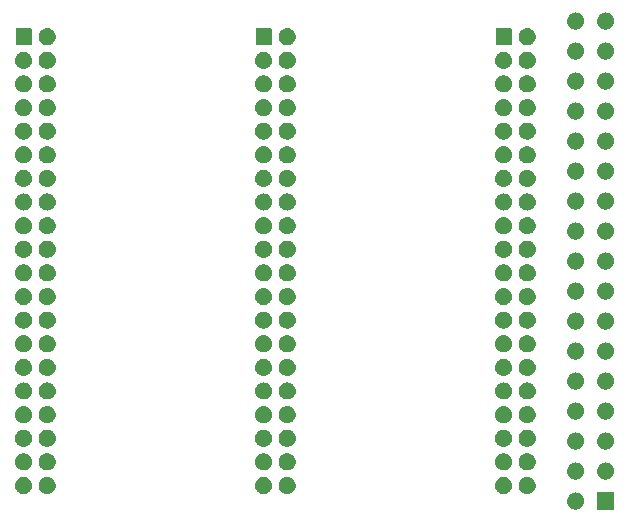
<source format=gbr>
%TF.GenerationSoftware,KiCad,Pcbnew,8.0.6*%
%TF.CreationDate,2024-11-07T15:02:59-05:00*%
%TF.ProjectId,SLI Interconnect PCB,534c4920-496e-4746-9572-636f6e6e6563,1.0*%
%TF.SameCoordinates,Original*%
%TF.FileFunction,Soldermask,Bot*%
%TF.FilePolarity,Negative*%
%FSLAX46Y46*%
G04 Gerber Fmt 4.6, Leading zero omitted, Abs format (unit mm)*
G04 Created by KiCad (PCBNEW 8.0.6) date 2024-11-07 15:02:59*
%MOMM*%
%LPD*%
G01*
G04 APERTURE LIST*
G04 APERTURE END LIST*
G36*
X166810108Y-120339519D02*
G01*
X166845725Y-120339519D01*
X166885902Y-120348058D01*
X166931328Y-120353177D01*
X166964357Y-120364734D01*
X166993867Y-120371007D01*
X167036395Y-120389942D01*
X167084566Y-120406798D01*
X167109641Y-120422554D01*
X167132225Y-120432609D01*
X167174332Y-120463201D01*
X167222030Y-120493172D01*
X167239158Y-120510300D01*
X167254751Y-120521629D01*
X167293297Y-120564439D01*
X167336828Y-120607970D01*
X167346841Y-120623906D01*
X167356089Y-120634177D01*
X167387727Y-120688975D01*
X167423202Y-120745434D01*
X167427631Y-120758091D01*
X167431816Y-120765340D01*
X167453242Y-120831284D01*
X167476823Y-120898672D01*
X167477717Y-120906608D01*
X167478618Y-120909381D01*
X167486793Y-120987162D01*
X167495000Y-121060000D01*
X167486792Y-121132843D01*
X167478618Y-121210618D01*
X167477717Y-121213389D01*
X167476823Y-121221328D01*
X167453238Y-121288728D01*
X167431816Y-121354659D01*
X167427632Y-121361905D01*
X167423202Y-121374566D01*
X167387719Y-121431035D01*
X167356089Y-121485822D01*
X167346843Y-121496089D01*
X167336828Y-121512030D01*
X167293288Y-121555569D01*
X167254751Y-121598370D01*
X167239161Y-121609696D01*
X167222030Y-121626828D01*
X167174322Y-121656804D01*
X167132225Y-121687390D01*
X167109647Y-121697442D01*
X167084566Y-121713202D01*
X167036384Y-121730061D01*
X166993867Y-121748992D01*
X166964363Y-121755263D01*
X166931328Y-121766823D01*
X166885899Y-121771941D01*
X166845725Y-121780481D01*
X166810108Y-121780481D01*
X166770000Y-121785000D01*
X166729892Y-121780481D01*
X166694275Y-121780481D01*
X166654099Y-121771941D01*
X166608672Y-121766823D01*
X166575637Y-121755263D01*
X166546132Y-121748992D01*
X166503610Y-121730059D01*
X166455434Y-121713202D01*
X166430354Y-121697443D01*
X166407774Y-121687390D01*
X166365669Y-121656799D01*
X166317970Y-121626828D01*
X166300840Y-121609698D01*
X166285248Y-121598370D01*
X166246701Y-121555559D01*
X166203172Y-121512030D01*
X166193158Y-121496093D01*
X166183910Y-121485822D01*
X166152267Y-121431015D01*
X166116798Y-121374566D01*
X166112369Y-121361910D01*
X166108183Y-121354659D01*
X166086747Y-121288688D01*
X166063177Y-121221328D01*
X166062283Y-121213394D01*
X166061381Y-121210618D01*
X166053192Y-121132711D01*
X166045000Y-121060000D01*
X166053191Y-120987295D01*
X166061381Y-120909381D01*
X166062283Y-120906604D01*
X166063177Y-120898672D01*
X166086743Y-120831324D01*
X166108183Y-120765340D01*
X166112370Y-120758087D01*
X166116798Y-120745434D01*
X166152260Y-120688995D01*
X166183910Y-120634177D01*
X166193160Y-120623903D01*
X166203172Y-120607970D01*
X166246692Y-120564449D01*
X166285248Y-120521629D01*
X166300844Y-120510297D01*
X166317970Y-120493172D01*
X166365661Y-120463205D01*
X166407777Y-120432607D01*
X166430363Y-120422550D01*
X166455434Y-120406798D01*
X166503598Y-120389944D01*
X166546130Y-120371008D01*
X166575640Y-120364735D01*
X166608672Y-120353177D01*
X166654098Y-120348058D01*
X166694275Y-120339519D01*
X166729892Y-120339519D01*
X166770000Y-120335000D01*
X166810108Y-120339519D01*
G37*
G36*
X170004134Y-120338806D02*
G01*
X170020355Y-120349645D01*
X170031194Y-120365866D01*
X170035000Y-120385000D01*
X170035000Y-121735000D01*
X170031194Y-121754134D01*
X170020355Y-121770355D01*
X170004134Y-121781194D01*
X169985000Y-121785000D01*
X168635000Y-121785000D01*
X168615866Y-121781194D01*
X168599645Y-121770355D01*
X168588806Y-121754134D01*
X168585000Y-121735000D01*
X168585000Y-120385000D01*
X168588806Y-120365866D01*
X168599645Y-120349645D01*
X168615866Y-120338806D01*
X168635000Y-120335000D01*
X169985000Y-120335000D01*
X170004134Y-120338806D01*
G37*
G36*
X120070108Y-119019519D02*
G01*
X120105725Y-119019519D01*
X120145902Y-119028058D01*
X120191328Y-119033177D01*
X120224357Y-119044734D01*
X120253867Y-119051007D01*
X120296395Y-119069942D01*
X120344566Y-119086798D01*
X120369641Y-119102554D01*
X120392225Y-119112609D01*
X120434332Y-119143201D01*
X120482030Y-119173172D01*
X120499158Y-119190300D01*
X120514751Y-119201629D01*
X120553297Y-119244439D01*
X120596828Y-119287970D01*
X120606841Y-119303906D01*
X120616089Y-119314177D01*
X120647727Y-119368975D01*
X120683202Y-119425434D01*
X120687631Y-119438091D01*
X120691816Y-119445340D01*
X120713242Y-119511284D01*
X120736823Y-119578672D01*
X120737717Y-119586608D01*
X120738618Y-119589381D01*
X120746793Y-119667162D01*
X120755000Y-119740000D01*
X120746792Y-119812843D01*
X120738618Y-119890618D01*
X120737717Y-119893389D01*
X120736823Y-119901328D01*
X120713238Y-119968728D01*
X120691816Y-120034659D01*
X120687632Y-120041905D01*
X120683202Y-120054566D01*
X120647719Y-120111035D01*
X120616089Y-120165822D01*
X120606843Y-120176089D01*
X120596828Y-120192030D01*
X120553288Y-120235569D01*
X120514751Y-120278370D01*
X120499161Y-120289696D01*
X120482030Y-120306828D01*
X120434322Y-120336804D01*
X120392225Y-120367390D01*
X120369647Y-120377442D01*
X120344566Y-120393202D01*
X120296384Y-120410061D01*
X120253867Y-120428992D01*
X120224363Y-120435263D01*
X120191328Y-120446823D01*
X120145899Y-120451941D01*
X120105725Y-120460481D01*
X120070108Y-120460481D01*
X120030000Y-120465000D01*
X119989892Y-120460481D01*
X119954275Y-120460481D01*
X119914099Y-120451941D01*
X119868672Y-120446823D01*
X119835637Y-120435263D01*
X119806132Y-120428992D01*
X119763610Y-120410059D01*
X119715434Y-120393202D01*
X119690354Y-120377443D01*
X119667774Y-120367390D01*
X119625669Y-120336799D01*
X119577970Y-120306828D01*
X119560840Y-120289698D01*
X119545248Y-120278370D01*
X119506701Y-120235559D01*
X119463172Y-120192030D01*
X119453158Y-120176093D01*
X119443910Y-120165822D01*
X119412267Y-120111015D01*
X119376798Y-120054566D01*
X119372369Y-120041910D01*
X119368183Y-120034659D01*
X119346747Y-119968688D01*
X119323177Y-119901328D01*
X119322283Y-119893394D01*
X119321381Y-119890618D01*
X119313192Y-119812711D01*
X119305000Y-119740000D01*
X119313191Y-119667295D01*
X119321381Y-119589381D01*
X119322283Y-119586604D01*
X119323177Y-119578672D01*
X119346743Y-119511324D01*
X119368183Y-119445340D01*
X119372370Y-119438087D01*
X119376798Y-119425434D01*
X119412260Y-119368995D01*
X119443910Y-119314177D01*
X119453160Y-119303903D01*
X119463172Y-119287970D01*
X119506692Y-119244449D01*
X119545248Y-119201629D01*
X119560844Y-119190297D01*
X119577970Y-119173172D01*
X119625661Y-119143205D01*
X119667777Y-119112607D01*
X119690363Y-119102550D01*
X119715434Y-119086798D01*
X119763598Y-119069944D01*
X119806130Y-119051008D01*
X119835640Y-119044735D01*
X119868672Y-119033177D01*
X119914098Y-119028058D01*
X119954275Y-119019519D01*
X119989892Y-119019519D01*
X120030000Y-119015000D01*
X120070108Y-119019519D01*
G37*
G36*
X122070108Y-119019519D02*
G01*
X122105725Y-119019519D01*
X122145902Y-119028058D01*
X122191328Y-119033177D01*
X122224357Y-119044734D01*
X122253867Y-119051007D01*
X122296395Y-119069942D01*
X122344566Y-119086798D01*
X122369641Y-119102554D01*
X122392225Y-119112609D01*
X122434332Y-119143201D01*
X122482030Y-119173172D01*
X122499158Y-119190300D01*
X122514751Y-119201629D01*
X122553297Y-119244439D01*
X122596828Y-119287970D01*
X122606841Y-119303906D01*
X122616089Y-119314177D01*
X122647727Y-119368975D01*
X122683202Y-119425434D01*
X122687631Y-119438091D01*
X122691816Y-119445340D01*
X122713242Y-119511284D01*
X122736823Y-119578672D01*
X122737717Y-119586608D01*
X122738618Y-119589381D01*
X122746793Y-119667162D01*
X122755000Y-119740000D01*
X122746792Y-119812843D01*
X122738618Y-119890618D01*
X122737717Y-119893389D01*
X122736823Y-119901328D01*
X122713238Y-119968728D01*
X122691816Y-120034659D01*
X122687632Y-120041905D01*
X122683202Y-120054566D01*
X122647719Y-120111035D01*
X122616089Y-120165822D01*
X122606843Y-120176089D01*
X122596828Y-120192030D01*
X122553288Y-120235569D01*
X122514751Y-120278370D01*
X122499161Y-120289696D01*
X122482030Y-120306828D01*
X122434322Y-120336804D01*
X122392225Y-120367390D01*
X122369647Y-120377442D01*
X122344566Y-120393202D01*
X122296384Y-120410061D01*
X122253867Y-120428992D01*
X122224363Y-120435263D01*
X122191328Y-120446823D01*
X122145899Y-120451941D01*
X122105725Y-120460481D01*
X122070108Y-120460481D01*
X122030000Y-120465000D01*
X121989892Y-120460481D01*
X121954275Y-120460481D01*
X121914099Y-120451941D01*
X121868672Y-120446823D01*
X121835637Y-120435263D01*
X121806132Y-120428992D01*
X121763610Y-120410059D01*
X121715434Y-120393202D01*
X121690354Y-120377443D01*
X121667774Y-120367390D01*
X121625669Y-120336799D01*
X121577970Y-120306828D01*
X121560840Y-120289698D01*
X121545248Y-120278370D01*
X121506701Y-120235559D01*
X121463172Y-120192030D01*
X121453158Y-120176093D01*
X121443910Y-120165822D01*
X121412267Y-120111015D01*
X121376798Y-120054566D01*
X121372369Y-120041910D01*
X121368183Y-120034659D01*
X121346747Y-119968688D01*
X121323177Y-119901328D01*
X121322283Y-119893394D01*
X121321381Y-119890618D01*
X121313192Y-119812711D01*
X121305000Y-119740000D01*
X121313191Y-119667295D01*
X121321381Y-119589381D01*
X121322283Y-119586604D01*
X121323177Y-119578672D01*
X121346743Y-119511324D01*
X121368183Y-119445340D01*
X121372370Y-119438087D01*
X121376798Y-119425434D01*
X121412260Y-119368995D01*
X121443910Y-119314177D01*
X121453160Y-119303903D01*
X121463172Y-119287970D01*
X121506692Y-119244449D01*
X121545248Y-119201629D01*
X121560844Y-119190297D01*
X121577970Y-119173172D01*
X121625661Y-119143205D01*
X121667777Y-119112607D01*
X121690363Y-119102550D01*
X121715434Y-119086798D01*
X121763598Y-119069944D01*
X121806130Y-119051008D01*
X121835640Y-119044735D01*
X121868672Y-119033177D01*
X121914098Y-119028058D01*
X121954275Y-119019519D01*
X121989892Y-119019519D01*
X122030000Y-119015000D01*
X122070108Y-119019519D01*
G37*
G36*
X140390108Y-119019519D02*
G01*
X140425725Y-119019519D01*
X140465902Y-119028058D01*
X140511328Y-119033177D01*
X140544357Y-119044734D01*
X140573867Y-119051007D01*
X140616395Y-119069942D01*
X140664566Y-119086798D01*
X140689641Y-119102554D01*
X140712225Y-119112609D01*
X140754332Y-119143201D01*
X140802030Y-119173172D01*
X140819158Y-119190300D01*
X140834751Y-119201629D01*
X140873297Y-119244439D01*
X140916828Y-119287970D01*
X140926841Y-119303906D01*
X140936089Y-119314177D01*
X140967727Y-119368975D01*
X141003202Y-119425434D01*
X141007631Y-119438091D01*
X141011816Y-119445340D01*
X141033242Y-119511284D01*
X141056823Y-119578672D01*
X141057717Y-119586608D01*
X141058618Y-119589381D01*
X141066793Y-119667162D01*
X141075000Y-119740000D01*
X141066792Y-119812843D01*
X141058618Y-119890618D01*
X141057717Y-119893389D01*
X141056823Y-119901328D01*
X141033238Y-119968728D01*
X141011816Y-120034659D01*
X141007632Y-120041905D01*
X141003202Y-120054566D01*
X140967719Y-120111035D01*
X140936089Y-120165822D01*
X140926843Y-120176089D01*
X140916828Y-120192030D01*
X140873288Y-120235569D01*
X140834751Y-120278370D01*
X140819161Y-120289696D01*
X140802030Y-120306828D01*
X140754322Y-120336804D01*
X140712225Y-120367390D01*
X140689647Y-120377442D01*
X140664566Y-120393202D01*
X140616384Y-120410061D01*
X140573867Y-120428992D01*
X140544363Y-120435263D01*
X140511328Y-120446823D01*
X140465899Y-120451941D01*
X140425725Y-120460481D01*
X140390108Y-120460481D01*
X140350000Y-120465000D01*
X140309892Y-120460481D01*
X140274275Y-120460481D01*
X140234099Y-120451941D01*
X140188672Y-120446823D01*
X140155637Y-120435263D01*
X140126132Y-120428992D01*
X140083610Y-120410059D01*
X140035434Y-120393202D01*
X140010354Y-120377443D01*
X139987774Y-120367390D01*
X139945669Y-120336799D01*
X139897970Y-120306828D01*
X139880840Y-120289698D01*
X139865248Y-120278370D01*
X139826701Y-120235559D01*
X139783172Y-120192030D01*
X139773158Y-120176093D01*
X139763910Y-120165822D01*
X139732267Y-120111015D01*
X139696798Y-120054566D01*
X139692369Y-120041910D01*
X139688183Y-120034659D01*
X139666747Y-119968688D01*
X139643177Y-119901328D01*
X139642283Y-119893394D01*
X139641381Y-119890618D01*
X139633192Y-119812711D01*
X139625000Y-119740000D01*
X139633191Y-119667295D01*
X139641381Y-119589381D01*
X139642283Y-119586604D01*
X139643177Y-119578672D01*
X139666743Y-119511324D01*
X139688183Y-119445340D01*
X139692370Y-119438087D01*
X139696798Y-119425434D01*
X139732260Y-119368995D01*
X139763910Y-119314177D01*
X139773160Y-119303903D01*
X139783172Y-119287970D01*
X139826692Y-119244449D01*
X139865248Y-119201629D01*
X139880844Y-119190297D01*
X139897970Y-119173172D01*
X139945661Y-119143205D01*
X139987777Y-119112607D01*
X140010363Y-119102550D01*
X140035434Y-119086798D01*
X140083598Y-119069944D01*
X140126130Y-119051008D01*
X140155640Y-119044735D01*
X140188672Y-119033177D01*
X140234098Y-119028058D01*
X140274275Y-119019519D01*
X140309892Y-119019519D01*
X140350000Y-119015000D01*
X140390108Y-119019519D01*
G37*
G36*
X142390108Y-119019519D02*
G01*
X142425725Y-119019519D01*
X142465902Y-119028058D01*
X142511328Y-119033177D01*
X142544357Y-119044734D01*
X142573867Y-119051007D01*
X142616395Y-119069942D01*
X142664566Y-119086798D01*
X142689641Y-119102554D01*
X142712225Y-119112609D01*
X142754332Y-119143201D01*
X142802030Y-119173172D01*
X142819158Y-119190300D01*
X142834751Y-119201629D01*
X142873297Y-119244439D01*
X142916828Y-119287970D01*
X142926841Y-119303906D01*
X142936089Y-119314177D01*
X142967727Y-119368975D01*
X143003202Y-119425434D01*
X143007631Y-119438091D01*
X143011816Y-119445340D01*
X143033242Y-119511284D01*
X143056823Y-119578672D01*
X143057717Y-119586608D01*
X143058618Y-119589381D01*
X143066793Y-119667162D01*
X143075000Y-119740000D01*
X143066792Y-119812843D01*
X143058618Y-119890618D01*
X143057717Y-119893389D01*
X143056823Y-119901328D01*
X143033238Y-119968728D01*
X143011816Y-120034659D01*
X143007632Y-120041905D01*
X143003202Y-120054566D01*
X142967719Y-120111035D01*
X142936089Y-120165822D01*
X142926843Y-120176089D01*
X142916828Y-120192030D01*
X142873288Y-120235569D01*
X142834751Y-120278370D01*
X142819161Y-120289696D01*
X142802030Y-120306828D01*
X142754322Y-120336804D01*
X142712225Y-120367390D01*
X142689647Y-120377442D01*
X142664566Y-120393202D01*
X142616384Y-120410061D01*
X142573867Y-120428992D01*
X142544363Y-120435263D01*
X142511328Y-120446823D01*
X142465899Y-120451941D01*
X142425725Y-120460481D01*
X142390108Y-120460481D01*
X142350000Y-120465000D01*
X142309892Y-120460481D01*
X142274275Y-120460481D01*
X142234099Y-120451941D01*
X142188672Y-120446823D01*
X142155637Y-120435263D01*
X142126132Y-120428992D01*
X142083610Y-120410059D01*
X142035434Y-120393202D01*
X142010354Y-120377443D01*
X141987774Y-120367390D01*
X141945669Y-120336799D01*
X141897970Y-120306828D01*
X141880840Y-120289698D01*
X141865248Y-120278370D01*
X141826701Y-120235559D01*
X141783172Y-120192030D01*
X141773158Y-120176093D01*
X141763910Y-120165822D01*
X141732267Y-120111015D01*
X141696798Y-120054566D01*
X141692369Y-120041910D01*
X141688183Y-120034659D01*
X141666747Y-119968688D01*
X141643177Y-119901328D01*
X141642283Y-119893394D01*
X141641381Y-119890618D01*
X141633192Y-119812711D01*
X141625000Y-119740000D01*
X141633191Y-119667295D01*
X141641381Y-119589381D01*
X141642283Y-119586604D01*
X141643177Y-119578672D01*
X141666743Y-119511324D01*
X141688183Y-119445340D01*
X141692370Y-119438087D01*
X141696798Y-119425434D01*
X141732260Y-119368995D01*
X141763910Y-119314177D01*
X141773160Y-119303903D01*
X141783172Y-119287970D01*
X141826692Y-119244449D01*
X141865248Y-119201629D01*
X141880844Y-119190297D01*
X141897970Y-119173172D01*
X141945661Y-119143205D01*
X141987777Y-119112607D01*
X142010363Y-119102550D01*
X142035434Y-119086798D01*
X142083598Y-119069944D01*
X142126130Y-119051008D01*
X142155640Y-119044735D01*
X142188672Y-119033177D01*
X142234098Y-119028058D01*
X142274275Y-119019519D01*
X142309892Y-119019519D01*
X142350000Y-119015000D01*
X142390108Y-119019519D01*
G37*
G36*
X160710108Y-119019519D02*
G01*
X160745725Y-119019519D01*
X160785902Y-119028058D01*
X160831328Y-119033177D01*
X160864357Y-119044734D01*
X160893867Y-119051007D01*
X160936395Y-119069942D01*
X160984566Y-119086798D01*
X161009641Y-119102554D01*
X161032225Y-119112609D01*
X161074332Y-119143201D01*
X161122030Y-119173172D01*
X161139158Y-119190300D01*
X161154751Y-119201629D01*
X161193297Y-119244439D01*
X161236828Y-119287970D01*
X161246841Y-119303906D01*
X161256089Y-119314177D01*
X161287727Y-119368975D01*
X161323202Y-119425434D01*
X161327631Y-119438091D01*
X161331816Y-119445340D01*
X161353242Y-119511284D01*
X161376823Y-119578672D01*
X161377717Y-119586608D01*
X161378618Y-119589381D01*
X161386793Y-119667162D01*
X161395000Y-119740000D01*
X161386792Y-119812843D01*
X161378618Y-119890618D01*
X161377717Y-119893389D01*
X161376823Y-119901328D01*
X161353238Y-119968728D01*
X161331816Y-120034659D01*
X161327632Y-120041905D01*
X161323202Y-120054566D01*
X161287719Y-120111035D01*
X161256089Y-120165822D01*
X161246843Y-120176089D01*
X161236828Y-120192030D01*
X161193288Y-120235569D01*
X161154751Y-120278370D01*
X161139161Y-120289696D01*
X161122030Y-120306828D01*
X161074322Y-120336804D01*
X161032225Y-120367390D01*
X161009647Y-120377442D01*
X160984566Y-120393202D01*
X160936384Y-120410061D01*
X160893867Y-120428992D01*
X160864363Y-120435263D01*
X160831328Y-120446823D01*
X160785899Y-120451941D01*
X160745725Y-120460481D01*
X160710108Y-120460481D01*
X160670000Y-120465000D01*
X160629892Y-120460481D01*
X160594275Y-120460481D01*
X160554099Y-120451941D01*
X160508672Y-120446823D01*
X160475637Y-120435263D01*
X160446132Y-120428992D01*
X160403610Y-120410059D01*
X160355434Y-120393202D01*
X160330354Y-120377443D01*
X160307774Y-120367390D01*
X160265669Y-120336799D01*
X160217970Y-120306828D01*
X160200840Y-120289698D01*
X160185248Y-120278370D01*
X160146701Y-120235559D01*
X160103172Y-120192030D01*
X160093158Y-120176093D01*
X160083910Y-120165822D01*
X160052267Y-120111015D01*
X160016798Y-120054566D01*
X160012369Y-120041910D01*
X160008183Y-120034659D01*
X159986747Y-119968688D01*
X159963177Y-119901328D01*
X159962283Y-119893394D01*
X159961381Y-119890618D01*
X159953192Y-119812711D01*
X159945000Y-119740000D01*
X159953191Y-119667295D01*
X159961381Y-119589381D01*
X159962283Y-119586604D01*
X159963177Y-119578672D01*
X159986743Y-119511324D01*
X160008183Y-119445340D01*
X160012370Y-119438087D01*
X160016798Y-119425434D01*
X160052260Y-119368995D01*
X160083910Y-119314177D01*
X160093160Y-119303903D01*
X160103172Y-119287970D01*
X160146692Y-119244449D01*
X160185248Y-119201629D01*
X160200844Y-119190297D01*
X160217970Y-119173172D01*
X160265661Y-119143205D01*
X160307777Y-119112607D01*
X160330363Y-119102550D01*
X160355434Y-119086798D01*
X160403598Y-119069944D01*
X160446130Y-119051008D01*
X160475640Y-119044735D01*
X160508672Y-119033177D01*
X160554098Y-119028058D01*
X160594275Y-119019519D01*
X160629892Y-119019519D01*
X160670000Y-119015000D01*
X160710108Y-119019519D01*
G37*
G36*
X162710108Y-119019519D02*
G01*
X162745725Y-119019519D01*
X162785902Y-119028058D01*
X162831328Y-119033177D01*
X162864357Y-119044734D01*
X162893867Y-119051007D01*
X162936395Y-119069942D01*
X162984566Y-119086798D01*
X163009641Y-119102554D01*
X163032225Y-119112609D01*
X163074332Y-119143201D01*
X163122030Y-119173172D01*
X163139158Y-119190300D01*
X163154751Y-119201629D01*
X163193297Y-119244439D01*
X163236828Y-119287970D01*
X163246841Y-119303906D01*
X163256089Y-119314177D01*
X163287727Y-119368975D01*
X163323202Y-119425434D01*
X163327631Y-119438091D01*
X163331816Y-119445340D01*
X163353242Y-119511284D01*
X163376823Y-119578672D01*
X163377717Y-119586608D01*
X163378618Y-119589381D01*
X163386793Y-119667162D01*
X163395000Y-119740000D01*
X163386792Y-119812843D01*
X163378618Y-119890618D01*
X163377717Y-119893389D01*
X163376823Y-119901328D01*
X163353238Y-119968728D01*
X163331816Y-120034659D01*
X163327632Y-120041905D01*
X163323202Y-120054566D01*
X163287719Y-120111035D01*
X163256089Y-120165822D01*
X163246843Y-120176089D01*
X163236828Y-120192030D01*
X163193288Y-120235569D01*
X163154751Y-120278370D01*
X163139161Y-120289696D01*
X163122030Y-120306828D01*
X163074322Y-120336804D01*
X163032225Y-120367390D01*
X163009647Y-120377442D01*
X162984566Y-120393202D01*
X162936384Y-120410061D01*
X162893867Y-120428992D01*
X162864363Y-120435263D01*
X162831328Y-120446823D01*
X162785899Y-120451941D01*
X162745725Y-120460481D01*
X162710108Y-120460481D01*
X162670000Y-120465000D01*
X162629892Y-120460481D01*
X162594275Y-120460481D01*
X162554099Y-120451941D01*
X162508672Y-120446823D01*
X162475637Y-120435263D01*
X162446132Y-120428992D01*
X162403610Y-120410059D01*
X162355434Y-120393202D01*
X162330354Y-120377443D01*
X162307774Y-120367390D01*
X162265669Y-120336799D01*
X162217970Y-120306828D01*
X162200840Y-120289698D01*
X162185248Y-120278370D01*
X162146701Y-120235559D01*
X162103172Y-120192030D01*
X162093158Y-120176093D01*
X162083910Y-120165822D01*
X162052267Y-120111015D01*
X162016798Y-120054566D01*
X162012369Y-120041910D01*
X162008183Y-120034659D01*
X161986747Y-119968688D01*
X161963177Y-119901328D01*
X161962283Y-119893394D01*
X161961381Y-119890618D01*
X161953192Y-119812711D01*
X161945000Y-119740000D01*
X161953191Y-119667295D01*
X161961381Y-119589381D01*
X161962283Y-119586604D01*
X161963177Y-119578672D01*
X161986743Y-119511324D01*
X162008183Y-119445340D01*
X162012370Y-119438087D01*
X162016798Y-119425434D01*
X162052260Y-119368995D01*
X162083910Y-119314177D01*
X162093160Y-119303903D01*
X162103172Y-119287970D01*
X162146692Y-119244449D01*
X162185248Y-119201629D01*
X162200844Y-119190297D01*
X162217970Y-119173172D01*
X162265661Y-119143205D01*
X162307777Y-119112607D01*
X162330363Y-119102550D01*
X162355434Y-119086798D01*
X162403598Y-119069944D01*
X162446130Y-119051008D01*
X162475640Y-119044735D01*
X162508672Y-119033177D01*
X162554098Y-119028058D01*
X162594275Y-119019519D01*
X162629892Y-119019519D01*
X162670000Y-119015000D01*
X162710108Y-119019519D01*
G37*
G36*
X166810108Y-117799519D02*
G01*
X166845725Y-117799519D01*
X166885902Y-117808058D01*
X166931328Y-117813177D01*
X166964357Y-117824734D01*
X166993867Y-117831007D01*
X167036395Y-117849942D01*
X167084566Y-117866798D01*
X167109641Y-117882554D01*
X167132225Y-117892609D01*
X167174332Y-117923201D01*
X167222030Y-117953172D01*
X167239158Y-117970300D01*
X167254751Y-117981629D01*
X167293297Y-118024439D01*
X167336828Y-118067970D01*
X167346841Y-118083906D01*
X167356089Y-118094177D01*
X167387727Y-118148975D01*
X167423202Y-118205434D01*
X167427631Y-118218091D01*
X167431816Y-118225340D01*
X167453242Y-118291284D01*
X167476823Y-118358672D01*
X167477717Y-118366608D01*
X167478618Y-118369381D01*
X167486793Y-118447162D01*
X167495000Y-118520000D01*
X167486792Y-118592843D01*
X167478618Y-118670618D01*
X167477717Y-118673389D01*
X167476823Y-118681328D01*
X167453238Y-118748728D01*
X167431816Y-118814659D01*
X167427632Y-118821905D01*
X167423202Y-118834566D01*
X167387719Y-118891035D01*
X167356089Y-118945822D01*
X167346843Y-118956089D01*
X167336828Y-118972030D01*
X167293288Y-119015569D01*
X167254751Y-119058370D01*
X167239161Y-119069696D01*
X167222030Y-119086828D01*
X167174322Y-119116804D01*
X167132225Y-119147390D01*
X167109647Y-119157442D01*
X167084566Y-119173202D01*
X167036384Y-119190061D01*
X166993867Y-119208992D01*
X166964363Y-119215263D01*
X166931328Y-119226823D01*
X166885899Y-119231941D01*
X166845725Y-119240481D01*
X166810108Y-119240481D01*
X166770000Y-119245000D01*
X166729892Y-119240481D01*
X166694275Y-119240481D01*
X166654099Y-119231941D01*
X166608672Y-119226823D01*
X166575637Y-119215263D01*
X166546132Y-119208992D01*
X166503610Y-119190059D01*
X166455434Y-119173202D01*
X166430354Y-119157443D01*
X166407774Y-119147390D01*
X166365669Y-119116799D01*
X166317970Y-119086828D01*
X166300840Y-119069698D01*
X166285248Y-119058370D01*
X166246701Y-119015559D01*
X166203172Y-118972030D01*
X166193158Y-118956093D01*
X166183910Y-118945822D01*
X166152267Y-118891015D01*
X166116798Y-118834566D01*
X166112369Y-118821910D01*
X166108183Y-118814659D01*
X166086747Y-118748688D01*
X166063177Y-118681328D01*
X166062283Y-118673394D01*
X166061381Y-118670618D01*
X166053192Y-118592711D01*
X166045000Y-118520000D01*
X166053191Y-118447295D01*
X166061381Y-118369381D01*
X166062283Y-118366604D01*
X166063177Y-118358672D01*
X166086743Y-118291324D01*
X166108183Y-118225340D01*
X166112370Y-118218087D01*
X166116798Y-118205434D01*
X166152260Y-118148995D01*
X166183910Y-118094177D01*
X166193160Y-118083903D01*
X166203172Y-118067970D01*
X166246692Y-118024449D01*
X166285248Y-117981629D01*
X166300844Y-117970297D01*
X166317970Y-117953172D01*
X166365661Y-117923205D01*
X166407777Y-117892607D01*
X166430363Y-117882550D01*
X166455434Y-117866798D01*
X166503598Y-117849944D01*
X166546130Y-117831008D01*
X166575640Y-117824735D01*
X166608672Y-117813177D01*
X166654098Y-117808058D01*
X166694275Y-117799519D01*
X166729892Y-117799519D01*
X166770000Y-117795000D01*
X166810108Y-117799519D01*
G37*
G36*
X169350108Y-117799519D02*
G01*
X169385725Y-117799519D01*
X169425902Y-117808058D01*
X169471328Y-117813177D01*
X169504357Y-117824734D01*
X169533867Y-117831007D01*
X169576395Y-117849942D01*
X169624566Y-117866798D01*
X169649641Y-117882554D01*
X169672225Y-117892609D01*
X169714332Y-117923201D01*
X169762030Y-117953172D01*
X169779158Y-117970300D01*
X169794751Y-117981629D01*
X169833297Y-118024439D01*
X169876828Y-118067970D01*
X169886841Y-118083906D01*
X169896089Y-118094177D01*
X169927727Y-118148975D01*
X169963202Y-118205434D01*
X169967631Y-118218091D01*
X169971816Y-118225340D01*
X169993242Y-118291284D01*
X170016823Y-118358672D01*
X170017717Y-118366608D01*
X170018618Y-118369381D01*
X170026793Y-118447162D01*
X170035000Y-118520000D01*
X170026792Y-118592843D01*
X170018618Y-118670618D01*
X170017717Y-118673389D01*
X170016823Y-118681328D01*
X169993238Y-118748728D01*
X169971816Y-118814659D01*
X169967632Y-118821905D01*
X169963202Y-118834566D01*
X169927719Y-118891035D01*
X169896089Y-118945822D01*
X169886843Y-118956089D01*
X169876828Y-118972030D01*
X169833288Y-119015569D01*
X169794751Y-119058370D01*
X169779161Y-119069696D01*
X169762030Y-119086828D01*
X169714322Y-119116804D01*
X169672225Y-119147390D01*
X169649647Y-119157442D01*
X169624566Y-119173202D01*
X169576384Y-119190061D01*
X169533867Y-119208992D01*
X169504363Y-119215263D01*
X169471328Y-119226823D01*
X169425899Y-119231941D01*
X169385725Y-119240481D01*
X169350108Y-119240481D01*
X169310000Y-119245000D01*
X169269892Y-119240481D01*
X169234275Y-119240481D01*
X169194099Y-119231941D01*
X169148672Y-119226823D01*
X169115637Y-119215263D01*
X169086132Y-119208992D01*
X169043610Y-119190059D01*
X168995434Y-119173202D01*
X168970354Y-119157443D01*
X168947774Y-119147390D01*
X168905669Y-119116799D01*
X168857970Y-119086828D01*
X168840840Y-119069698D01*
X168825248Y-119058370D01*
X168786701Y-119015559D01*
X168743172Y-118972030D01*
X168733158Y-118956093D01*
X168723910Y-118945822D01*
X168692267Y-118891015D01*
X168656798Y-118834566D01*
X168652369Y-118821910D01*
X168648183Y-118814659D01*
X168626747Y-118748688D01*
X168603177Y-118681328D01*
X168602283Y-118673394D01*
X168601381Y-118670618D01*
X168593192Y-118592711D01*
X168585000Y-118520000D01*
X168593191Y-118447295D01*
X168601381Y-118369381D01*
X168602283Y-118366604D01*
X168603177Y-118358672D01*
X168626743Y-118291324D01*
X168648183Y-118225340D01*
X168652370Y-118218087D01*
X168656798Y-118205434D01*
X168692260Y-118148995D01*
X168723910Y-118094177D01*
X168733160Y-118083903D01*
X168743172Y-118067970D01*
X168786692Y-118024449D01*
X168825248Y-117981629D01*
X168840844Y-117970297D01*
X168857970Y-117953172D01*
X168905661Y-117923205D01*
X168947777Y-117892607D01*
X168970363Y-117882550D01*
X168995434Y-117866798D01*
X169043598Y-117849944D01*
X169086130Y-117831008D01*
X169115640Y-117824735D01*
X169148672Y-117813177D01*
X169194098Y-117808058D01*
X169234275Y-117799519D01*
X169269892Y-117799519D01*
X169310000Y-117795000D01*
X169350108Y-117799519D01*
G37*
G36*
X120070108Y-117019519D02*
G01*
X120105725Y-117019519D01*
X120145902Y-117028058D01*
X120191328Y-117033177D01*
X120224357Y-117044734D01*
X120253867Y-117051007D01*
X120296395Y-117069942D01*
X120344566Y-117086798D01*
X120369641Y-117102554D01*
X120392225Y-117112609D01*
X120434332Y-117143201D01*
X120482030Y-117173172D01*
X120499158Y-117190300D01*
X120514751Y-117201629D01*
X120553297Y-117244439D01*
X120596828Y-117287970D01*
X120606841Y-117303906D01*
X120616089Y-117314177D01*
X120647727Y-117368975D01*
X120683202Y-117425434D01*
X120687631Y-117438091D01*
X120691816Y-117445340D01*
X120713242Y-117511284D01*
X120736823Y-117578672D01*
X120737717Y-117586608D01*
X120738618Y-117589381D01*
X120746793Y-117667162D01*
X120755000Y-117740000D01*
X120746792Y-117812843D01*
X120738618Y-117890618D01*
X120737717Y-117893389D01*
X120736823Y-117901328D01*
X120713238Y-117968728D01*
X120691816Y-118034659D01*
X120687632Y-118041905D01*
X120683202Y-118054566D01*
X120647719Y-118111035D01*
X120616089Y-118165822D01*
X120606843Y-118176089D01*
X120596828Y-118192030D01*
X120553288Y-118235569D01*
X120514751Y-118278370D01*
X120499161Y-118289696D01*
X120482030Y-118306828D01*
X120434322Y-118336804D01*
X120392225Y-118367390D01*
X120369647Y-118377442D01*
X120344566Y-118393202D01*
X120296384Y-118410061D01*
X120253867Y-118428992D01*
X120224363Y-118435263D01*
X120191328Y-118446823D01*
X120145899Y-118451941D01*
X120105725Y-118460481D01*
X120070108Y-118460481D01*
X120030000Y-118465000D01*
X119989892Y-118460481D01*
X119954275Y-118460481D01*
X119914099Y-118451941D01*
X119868672Y-118446823D01*
X119835637Y-118435263D01*
X119806132Y-118428992D01*
X119763610Y-118410059D01*
X119715434Y-118393202D01*
X119690354Y-118377443D01*
X119667774Y-118367390D01*
X119625669Y-118336799D01*
X119577970Y-118306828D01*
X119560840Y-118289698D01*
X119545248Y-118278370D01*
X119506701Y-118235559D01*
X119463172Y-118192030D01*
X119453158Y-118176093D01*
X119443910Y-118165822D01*
X119412267Y-118111015D01*
X119376798Y-118054566D01*
X119372369Y-118041910D01*
X119368183Y-118034659D01*
X119346747Y-117968688D01*
X119323177Y-117901328D01*
X119322283Y-117893394D01*
X119321381Y-117890618D01*
X119313192Y-117812711D01*
X119305000Y-117740000D01*
X119313191Y-117667295D01*
X119321381Y-117589381D01*
X119322283Y-117586604D01*
X119323177Y-117578672D01*
X119346743Y-117511324D01*
X119368183Y-117445340D01*
X119372370Y-117438087D01*
X119376798Y-117425434D01*
X119412260Y-117368995D01*
X119443910Y-117314177D01*
X119453160Y-117303903D01*
X119463172Y-117287970D01*
X119506692Y-117244449D01*
X119545248Y-117201629D01*
X119560844Y-117190297D01*
X119577970Y-117173172D01*
X119625661Y-117143205D01*
X119667777Y-117112607D01*
X119690363Y-117102550D01*
X119715434Y-117086798D01*
X119763598Y-117069944D01*
X119806130Y-117051008D01*
X119835640Y-117044735D01*
X119868672Y-117033177D01*
X119914098Y-117028058D01*
X119954275Y-117019519D01*
X119989892Y-117019519D01*
X120030000Y-117015000D01*
X120070108Y-117019519D01*
G37*
G36*
X122070108Y-117019519D02*
G01*
X122105725Y-117019519D01*
X122145902Y-117028058D01*
X122191328Y-117033177D01*
X122224357Y-117044734D01*
X122253867Y-117051007D01*
X122296395Y-117069942D01*
X122344566Y-117086798D01*
X122369641Y-117102554D01*
X122392225Y-117112609D01*
X122434332Y-117143201D01*
X122482030Y-117173172D01*
X122499158Y-117190300D01*
X122514751Y-117201629D01*
X122553297Y-117244439D01*
X122596828Y-117287970D01*
X122606841Y-117303906D01*
X122616089Y-117314177D01*
X122647727Y-117368975D01*
X122683202Y-117425434D01*
X122687631Y-117438091D01*
X122691816Y-117445340D01*
X122713242Y-117511284D01*
X122736823Y-117578672D01*
X122737717Y-117586608D01*
X122738618Y-117589381D01*
X122746793Y-117667162D01*
X122755000Y-117740000D01*
X122746792Y-117812843D01*
X122738618Y-117890618D01*
X122737717Y-117893389D01*
X122736823Y-117901328D01*
X122713238Y-117968728D01*
X122691816Y-118034659D01*
X122687632Y-118041905D01*
X122683202Y-118054566D01*
X122647719Y-118111035D01*
X122616089Y-118165822D01*
X122606843Y-118176089D01*
X122596828Y-118192030D01*
X122553288Y-118235569D01*
X122514751Y-118278370D01*
X122499161Y-118289696D01*
X122482030Y-118306828D01*
X122434322Y-118336804D01*
X122392225Y-118367390D01*
X122369647Y-118377442D01*
X122344566Y-118393202D01*
X122296384Y-118410061D01*
X122253867Y-118428992D01*
X122224363Y-118435263D01*
X122191328Y-118446823D01*
X122145899Y-118451941D01*
X122105725Y-118460481D01*
X122070108Y-118460481D01*
X122030000Y-118465000D01*
X121989892Y-118460481D01*
X121954275Y-118460481D01*
X121914099Y-118451941D01*
X121868672Y-118446823D01*
X121835637Y-118435263D01*
X121806132Y-118428992D01*
X121763610Y-118410059D01*
X121715434Y-118393202D01*
X121690354Y-118377443D01*
X121667774Y-118367390D01*
X121625669Y-118336799D01*
X121577970Y-118306828D01*
X121560840Y-118289698D01*
X121545248Y-118278370D01*
X121506701Y-118235559D01*
X121463172Y-118192030D01*
X121453158Y-118176093D01*
X121443910Y-118165822D01*
X121412267Y-118111015D01*
X121376798Y-118054566D01*
X121372369Y-118041910D01*
X121368183Y-118034659D01*
X121346747Y-117968688D01*
X121323177Y-117901328D01*
X121322283Y-117893394D01*
X121321381Y-117890618D01*
X121313192Y-117812711D01*
X121305000Y-117740000D01*
X121313191Y-117667295D01*
X121321381Y-117589381D01*
X121322283Y-117586604D01*
X121323177Y-117578672D01*
X121346743Y-117511324D01*
X121368183Y-117445340D01*
X121372370Y-117438087D01*
X121376798Y-117425434D01*
X121412260Y-117368995D01*
X121443910Y-117314177D01*
X121453160Y-117303903D01*
X121463172Y-117287970D01*
X121506692Y-117244449D01*
X121545248Y-117201629D01*
X121560844Y-117190297D01*
X121577970Y-117173172D01*
X121625661Y-117143205D01*
X121667777Y-117112607D01*
X121690363Y-117102550D01*
X121715434Y-117086798D01*
X121763598Y-117069944D01*
X121806130Y-117051008D01*
X121835640Y-117044735D01*
X121868672Y-117033177D01*
X121914098Y-117028058D01*
X121954275Y-117019519D01*
X121989892Y-117019519D01*
X122030000Y-117015000D01*
X122070108Y-117019519D01*
G37*
G36*
X140390108Y-117019519D02*
G01*
X140425725Y-117019519D01*
X140465902Y-117028058D01*
X140511328Y-117033177D01*
X140544357Y-117044734D01*
X140573867Y-117051007D01*
X140616395Y-117069942D01*
X140664566Y-117086798D01*
X140689641Y-117102554D01*
X140712225Y-117112609D01*
X140754332Y-117143201D01*
X140802030Y-117173172D01*
X140819158Y-117190300D01*
X140834751Y-117201629D01*
X140873297Y-117244439D01*
X140916828Y-117287970D01*
X140926841Y-117303906D01*
X140936089Y-117314177D01*
X140967727Y-117368975D01*
X141003202Y-117425434D01*
X141007631Y-117438091D01*
X141011816Y-117445340D01*
X141033242Y-117511284D01*
X141056823Y-117578672D01*
X141057717Y-117586608D01*
X141058618Y-117589381D01*
X141066793Y-117667162D01*
X141075000Y-117740000D01*
X141066792Y-117812843D01*
X141058618Y-117890618D01*
X141057717Y-117893389D01*
X141056823Y-117901328D01*
X141033238Y-117968728D01*
X141011816Y-118034659D01*
X141007632Y-118041905D01*
X141003202Y-118054566D01*
X140967719Y-118111035D01*
X140936089Y-118165822D01*
X140926843Y-118176089D01*
X140916828Y-118192030D01*
X140873288Y-118235569D01*
X140834751Y-118278370D01*
X140819161Y-118289696D01*
X140802030Y-118306828D01*
X140754322Y-118336804D01*
X140712225Y-118367390D01*
X140689647Y-118377442D01*
X140664566Y-118393202D01*
X140616384Y-118410061D01*
X140573867Y-118428992D01*
X140544363Y-118435263D01*
X140511328Y-118446823D01*
X140465899Y-118451941D01*
X140425725Y-118460481D01*
X140390108Y-118460481D01*
X140350000Y-118465000D01*
X140309892Y-118460481D01*
X140274275Y-118460481D01*
X140234099Y-118451941D01*
X140188672Y-118446823D01*
X140155637Y-118435263D01*
X140126132Y-118428992D01*
X140083610Y-118410059D01*
X140035434Y-118393202D01*
X140010354Y-118377443D01*
X139987774Y-118367390D01*
X139945669Y-118336799D01*
X139897970Y-118306828D01*
X139880840Y-118289698D01*
X139865248Y-118278370D01*
X139826701Y-118235559D01*
X139783172Y-118192030D01*
X139773158Y-118176093D01*
X139763910Y-118165822D01*
X139732267Y-118111015D01*
X139696798Y-118054566D01*
X139692369Y-118041910D01*
X139688183Y-118034659D01*
X139666747Y-117968688D01*
X139643177Y-117901328D01*
X139642283Y-117893394D01*
X139641381Y-117890618D01*
X139633192Y-117812711D01*
X139625000Y-117740000D01*
X139633191Y-117667295D01*
X139641381Y-117589381D01*
X139642283Y-117586604D01*
X139643177Y-117578672D01*
X139666743Y-117511324D01*
X139688183Y-117445340D01*
X139692370Y-117438087D01*
X139696798Y-117425434D01*
X139732260Y-117368995D01*
X139763910Y-117314177D01*
X139773160Y-117303903D01*
X139783172Y-117287970D01*
X139826692Y-117244449D01*
X139865248Y-117201629D01*
X139880844Y-117190297D01*
X139897970Y-117173172D01*
X139945661Y-117143205D01*
X139987777Y-117112607D01*
X140010363Y-117102550D01*
X140035434Y-117086798D01*
X140083598Y-117069944D01*
X140126130Y-117051008D01*
X140155640Y-117044735D01*
X140188672Y-117033177D01*
X140234098Y-117028058D01*
X140274275Y-117019519D01*
X140309892Y-117019519D01*
X140350000Y-117015000D01*
X140390108Y-117019519D01*
G37*
G36*
X142390108Y-117019519D02*
G01*
X142425725Y-117019519D01*
X142465902Y-117028058D01*
X142511328Y-117033177D01*
X142544357Y-117044734D01*
X142573867Y-117051007D01*
X142616395Y-117069942D01*
X142664566Y-117086798D01*
X142689641Y-117102554D01*
X142712225Y-117112609D01*
X142754332Y-117143201D01*
X142802030Y-117173172D01*
X142819158Y-117190300D01*
X142834751Y-117201629D01*
X142873297Y-117244439D01*
X142916828Y-117287970D01*
X142926841Y-117303906D01*
X142936089Y-117314177D01*
X142967727Y-117368975D01*
X143003202Y-117425434D01*
X143007631Y-117438091D01*
X143011816Y-117445340D01*
X143033242Y-117511284D01*
X143056823Y-117578672D01*
X143057717Y-117586608D01*
X143058618Y-117589381D01*
X143066793Y-117667162D01*
X143075000Y-117740000D01*
X143066792Y-117812843D01*
X143058618Y-117890618D01*
X143057717Y-117893389D01*
X143056823Y-117901328D01*
X143033238Y-117968728D01*
X143011816Y-118034659D01*
X143007632Y-118041905D01*
X143003202Y-118054566D01*
X142967719Y-118111035D01*
X142936089Y-118165822D01*
X142926843Y-118176089D01*
X142916828Y-118192030D01*
X142873288Y-118235569D01*
X142834751Y-118278370D01*
X142819161Y-118289696D01*
X142802030Y-118306828D01*
X142754322Y-118336804D01*
X142712225Y-118367390D01*
X142689647Y-118377442D01*
X142664566Y-118393202D01*
X142616384Y-118410061D01*
X142573867Y-118428992D01*
X142544363Y-118435263D01*
X142511328Y-118446823D01*
X142465899Y-118451941D01*
X142425725Y-118460481D01*
X142390108Y-118460481D01*
X142350000Y-118465000D01*
X142309892Y-118460481D01*
X142274275Y-118460481D01*
X142234099Y-118451941D01*
X142188672Y-118446823D01*
X142155637Y-118435263D01*
X142126132Y-118428992D01*
X142083610Y-118410059D01*
X142035434Y-118393202D01*
X142010354Y-118377443D01*
X141987774Y-118367390D01*
X141945669Y-118336799D01*
X141897970Y-118306828D01*
X141880840Y-118289698D01*
X141865248Y-118278370D01*
X141826701Y-118235559D01*
X141783172Y-118192030D01*
X141773158Y-118176093D01*
X141763910Y-118165822D01*
X141732267Y-118111015D01*
X141696798Y-118054566D01*
X141692369Y-118041910D01*
X141688183Y-118034659D01*
X141666747Y-117968688D01*
X141643177Y-117901328D01*
X141642283Y-117893394D01*
X141641381Y-117890618D01*
X141633192Y-117812711D01*
X141625000Y-117740000D01*
X141633191Y-117667295D01*
X141641381Y-117589381D01*
X141642283Y-117586604D01*
X141643177Y-117578672D01*
X141666743Y-117511324D01*
X141688183Y-117445340D01*
X141692370Y-117438087D01*
X141696798Y-117425434D01*
X141732260Y-117368995D01*
X141763910Y-117314177D01*
X141773160Y-117303903D01*
X141783172Y-117287970D01*
X141826692Y-117244449D01*
X141865248Y-117201629D01*
X141880844Y-117190297D01*
X141897970Y-117173172D01*
X141945661Y-117143205D01*
X141987777Y-117112607D01*
X142010363Y-117102550D01*
X142035434Y-117086798D01*
X142083598Y-117069944D01*
X142126130Y-117051008D01*
X142155640Y-117044735D01*
X142188672Y-117033177D01*
X142234098Y-117028058D01*
X142274275Y-117019519D01*
X142309892Y-117019519D01*
X142350000Y-117015000D01*
X142390108Y-117019519D01*
G37*
G36*
X160710108Y-117019519D02*
G01*
X160745725Y-117019519D01*
X160785902Y-117028058D01*
X160831328Y-117033177D01*
X160864357Y-117044734D01*
X160893867Y-117051007D01*
X160936395Y-117069942D01*
X160984566Y-117086798D01*
X161009641Y-117102554D01*
X161032225Y-117112609D01*
X161074332Y-117143201D01*
X161122030Y-117173172D01*
X161139158Y-117190300D01*
X161154751Y-117201629D01*
X161193297Y-117244439D01*
X161236828Y-117287970D01*
X161246841Y-117303906D01*
X161256089Y-117314177D01*
X161287727Y-117368975D01*
X161323202Y-117425434D01*
X161327631Y-117438091D01*
X161331816Y-117445340D01*
X161353242Y-117511284D01*
X161376823Y-117578672D01*
X161377717Y-117586608D01*
X161378618Y-117589381D01*
X161386793Y-117667162D01*
X161395000Y-117740000D01*
X161386792Y-117812843D01*
X161378618Y-117890618D01*
X161377717Y-117893389D01*
X161376823Y-117901328D01*
X161353238Y-117968728D01*
X161331816Y-118034659D01*
X161327632Y-118041905D01*
X161323202Y-118054566D01*
X161287719Y-118111035D01*
X161256089Y-118165822D01*
X161246843Y-118176089D01*
X161236828Y-118192030D01*
X161193288Y-118235569D01*
X161154751Y-118278370D01*
X161139161Y-118289696D01*
X161122030Y-118306828D01*
X161074322Y-118336804D01*
X161032225Y-118367390D01*
X161009647Y-118377442D01*
X160984566Y-118393202D01*
X160936384Y-118410061D01*
X160893867Y-118428992D01*
X160864363Y-118435263D01*
X160831328Y-118446823D01*
X160785899Y-118451941D01*
X160745725Y-118460481D01*
X160710108Y-118460481D01*
X160670000Y-118465000D01*
X160629892Y-118460481D01*
X160594275Y-118460481D01*
X160554099Y-118451941D01*
X160508672Y-118446823D01*
X160475637Y-118435263D01*
X160446132Y-118428992D01*
X160403610Y-118410059D01*
X160355434Y-118393202D01*
X160330354Y-118377443D01*
X160307774Y-118367390D01*
X160265669Y-118336799D01*
X160217970Y-118306828D01*
X160200840Y-118289698D01*
X160185248Y-118278370D01*
X160146701Y-118235559D01*
X160103172Y-118192030D01*
X160093158Y-118176093D01*
X160083910Y-118165822D01*
X160052267Y-118111015D01*
X160016798Y-118054566D01*
X160012369Y-118041910D01*
X160008183Y-118034659D01*
X159986747Y-117968688D01*
X159963177Y-117901328D01*
X159962283Y-117893394D01*
X159961381Y-117890618D01*
X159953192Y-117812711D01*
X159945000Y-117740000D01*
X159953191Y-117667295D01*
X159961381Y-117589381D01*
X159962283Y-117586604D01*
X159963177Y-117578672D01*
X159986743Y-117511324D01*
X160008183Y-117445340D01*
X160012370Y-117438087D01*
X160016798Y-117425434D01*
X160052260Y-117368995D01*
X160083910Y-117314177D01*
X160093160Y-117303903D01*
X160103172Y-117287970D01*
X160146692Y-117244449D01*
X160185248Y-117201629D01*
X160200844Y-117190297D01*
X160217970Y-117173172D01*
X160265661Y-117143205D01*
X160307777Y-117112607D01*
X160330363Y-117102550D01*
X160355434Y-117086798D01*
X160403598Y-117069944D01*
X160446130Y-117051008D01*
X160475640Y-117044735D01*
X160508672Y-117033177D01*
X160554098Y-117028058D01*
X160594275Y-117019519D01*
X160629892Y-117019519D01*
X160670000Y-117015000D01*
X160710108Y-117019519D01*
G37*
G36*
X162710108Y-117019519D02*
G01*
X162745725Y-117019519D01*
X162785902Y-117028058D01*
X162831328Y-117033177D01*
X162864357Y-117044734D01*
X162893867Y-117051007D01*
X162936395Y-117069942D01*
X162984566Y-117086798D01*
X163009641Y-117102554D01*
X163032225Y-117112609D01*
X163074332Y-117143201D01*
X163122030Y-117173172D01*
X163139158Y-117190300D01*
X163154751Y-117201629D01*
X163193297Y-117244439D01*
X163236828Y-117287970D01*
X163246841Y-117303906D01*
X163256089Y-117314177D01*
X163287727Y-117368975D01*
X163323202Y-117425434D01*
X163327631Y-117438091D01*
X163331816Y-117445340D01*
X163353242Y-117511284D01*
X163376823Y-117578672D01*
X163377717Y-117586608D01*
X163378618Y-117589381D01*
X163386793Y-117667162D01*
X163395000Y-117740000D01*
X163386792Y-117812843D01*
X163378618Y-117890618D01*
X163377717Y-117893389D01*
X163376823Y-117901328D01*
X163353238Y-117968728D01*
X163331816Y-118034659D01*
X163327632Y-118041905D01*
X163323202Y-118054566D01*
X163287719Y-118111035D01*
X163256089Y-118165822D01*
X163246843Y-118176089D01*
X163236828Y-118192030D01*
X163193288Y-118235569D01*
X163154751Y-118278370D01*
X163139161Y-118289696D01*
X163122030Y-118306828D01*
X163074322Y-118336804D01*
X163032225Y-118367390D01*
X163009647Y-118377442D01*
X162984566Y-118393202D01*
X162936384Y-118410061D01*
X162893867Y-118428992D01*
X162864363Y-118435263D01*
X162831328Y-118446823D01*
X162785899Y-118451941D01*
X162745725Y-118460481D01*
X162710108Y-118460481D01*
X162670000Y-118465000D01*
X162629892Y-118460481D01*
X162594275Y-118460481D01*
X162554099Y-118451941D01*
X162508672Y-118446823D01*
X162475637Y-118435263D01*
X162446132Y-118428992D01*
X162403610Y-118410059D01*
X162355434Y-118393202D01*
X162330354Y-118377443D01*
X162307774Y-118367390D01*
X162265669Y-118336799D01*
X162217970Y-118306828D01*
X162200840Y-118289698D01*
X162185248Y-118278370D01*
X162146701Y-118235559D01*
X162103172Y-118192030D01*
X162093158Y-118176093D01*
X162083910Y-118165822D01*
X162052267Y-118111015D01*
X162016798Y-118054566D01*
X162012369Y-118041910D01*
X162008183Y-118034659D01*
X161986747Y-117968688D01*
X161963177Y-117901328D01*
X161962283Y-117893394D01*
X161961381Y-117890618D01*
X161953192Y-117812711D01*
X161945000Y-117740000D01*
X161953191Y-117667295D01*
X161961381Y-117589381D01*
X161962283Y-117586604D01*
X161963177Y-117578672D01*
X161986743Y-117511324D01*
X162008183Y-117445340D01*
X162012370Y-117438087D01*
X162016798Y-117425434D01*
X162052260Y-117368995D01*
X162083910Y-117314177D01*
X162093160Y-117303903D01*
X162103172Y-117287970D01*
X162146692Y-117244449D01*
X162185248Y-117201629D01*
X162200844Y-117190297D01*
X162217970Y-117173172D01*
X162265661Y-117143205D01*
X162307777Y-117112607D01*
X162330363Y-117102550D01*
X162355434Y-117086798D01*
X162403598Y-117069944D01*
X162446130Y-117051008D01*
X162475640Y-117044735D01*
X162508672Y-117033177D01*
X162554098Y-117028058D01*
X162594275Y-117019519D01*
X162629892Y-117019519D01*
X162670000Y-117015000D01*
X162710108Y-117019519D01*
G37*
G36*
X166810108Y-115259519D02*
G01*
X166845725Y-115259519D01*
X166885902Y-115268058D01*
X166931328Y-115273177D01*
X166964357Y-115284734D01*
X166993867Y-115291007D01*
X167036395Y-115309942D01*
X167084566Y-115326798D01*
X167109641Y-115342554D01*
X167132225Y-115352609D01*
X167174332Y-115383201D01*
X167222030Y-115413172D01*
X167239158Y-115430300D01*
X167254751Y-115441629D01*
X167293297Y-115484439D01*
X167336828Y-115527970D01*
X167346841Y-115543906D01*
X167356089Y-115554177D01*
X167387727Y-115608975D01*
X167423202Y-115665434D01*
X167427631Y-115678091D01*
X167431816Y-115685340D01*
X167453242Y-115751284D01*
X167476823Y-115818672D01*
X167477717Y-115826608D01*
X167478618Y-115829381D01*
X167486793Y-115907162D01*
X167495000Y-115980000D01*
X167486792Y-116052843D01*
X167478618Y-116130618D01*
X167477717Y-116133389D01*
X167476823Y-116141328D01*
X167453238Y-116208728D01*
X167431816Y-116274659D01*
X167427632Y-116281905D01*
X167423202Y-116294566D01*
X167387719Y-116351035D01*
X167356089Y-116405822D01*
X167346843Y-116416089D01*
X167336828Y-116432030D01*
X167293288Y-116475569D01*
X167254751Y-116518370D01*
X167239161Y-116529696D01*
X167222030Y-116546828D01*
X167174322Y-116576804D01*
X167132225Y-116607390D01*
X167109647Y-116617442D01*
X167084566Y-116633202D01*
X167036384Y-116650061D01*
X166993867Y-116668992D01*
X166964363Y-116675263D01*
X166931328Y-116686823D01*
X166885899Y-116691941D01*
X166845725Y-116700481D01*
X166810108Y-116700481D01*
X166770000Y-116705000D01*
X166729892Y-116700481D01*
X166694275Y-116700481D01*
X166654099Y-116691941D01*
X166608672Y-116686823D01*
X166575637Y-116675263D01*
X166546132Y-116668992D01*
X166503610Y-116650059D01*
X166455434Y-116633202D01*
X166430354Y-116617443D01*
X166407774Y-116607390D01*
X166365669Y-116576799D01*
X166317970Y-116546828D01*
X166300840Y-116529698D01*
X166285248Y-116518370D01*
X166246701Y-116475559D01*
X166203172Y-116432030D01*
X166193158Y-116416093D01*
X166183910Y-116405822D01*
X166152267Y-116351015D01*
X166116798Y-116294566D01*
X166112369Y-116281910D01*
X166108183Y-116274659D01*
X166086747Y-116208688D01*
X166063177Y-116141328D01*
X166062283Y-116133394D01*
X166061381Y-116130618D01*
X166053192Y-116052711D01*
X166045000Y-115980000D01*
X166053191Y-115907295D01*
X166061381Y-115829381D01*
X166062283Y-115826604D01*
X166063177Y-115818672D01*
X166086743Y-115751324D01*
X166108183Y-115685340D01*
X166112370Y-115678087D01*
X166116798Y-115665434D01*
X166152260Y-115608995D01*
X166183910Y-115554177D01*
X166193160Y-115543903D01*
X166203172Y-115527970D01*
X166246692Y-115484449D01*
X166285248Y-115441629D01*
X166300844Y-115430297D01*
X166317970Y-115413172D01*
X166365661Y-115383205D01*
X166407777Y-115352607D01*
X166430363Y-115342550D01*
X166455434Y-115326798D01*
X166503598Y-115309944D01*
X166546130Y-115291008D01*
X166575640Y-115284735D01*
X166608672Y-115273177D01*
X166654098Y-115268058D01*
X166694275Y-115259519D01*
X166729892Y-115259519D01*
X166770000Y-115255000D01*
X166810108Y-115259519D01*
G37*
G36*
X169350108Y-115259519D02*
G01*
X169385725Y-115259519D01*
X169425902Y-115268058D01*
X169471328Y-115273177D01*
X169504357Y-115284734D01*
X169533867Y-115291007D01*
X169576395Y-115309942D01*
X169624566Y-115326798D01*
X169649641Y-115342554D01*
X169672225Y-115352609D01*
X169714332Y-115383201D01*
X169762030Y-115413172D01*
X169779158Y-115430300D01*
X169794751Y-115441629D01*
X169833297Y-115484439D01*
X169876828Y-115527970D01*
X169886841Y-115543906D01*
X169896089Y-115554177D01*
X169927727Y-115608975D01*
X169963202Y-115665434D01*
X169967631Y-115678091D01*
X169971816Y-115685340D01*
X169993242Y-115751284D01*
X170016823Y-115818672D01*
X170017717Y-115826608D01*
X170018618Y-115829381D01*
X170026793Y-115907162D01*
X170035000Y-115980000D01*
X170026792Y-116052843D01*
X170018618Y-116130618D01*
X170017717Y-116133389D01*
X170016823Y-116141328D01*
X169993238Y-116208728D01*
X169971816Y-116274659D01*
X169967632Y-116281905D01*
X169963202Y-116294566D01*
X169927719Y-116351035D01*
X169896089Y-116405822D01*
X169886843Y-116416089D01*
X169876828Y-116432030D01*
X169833288Y-116475569D01*
X169794751Y-116518370D01*
X169779161Y-116529696D01*
X169762030Y-116546828D01*
X169714322Y-116576804D01*
X169672225Y-116607390D01*
X169649647Y-116617442D01*
X169624566Y-116633202D01*
X169576384Y-116650061D01*
X169533867Y-116668992D01*
X169504363Y-116675263D01*
X169471328Y-116686823D01*
X169425899Y-116691941D01*
X169385725Y-116700481D01*
X169350108Y-116700481D01*
X169310000Y-116705000D01*
X169269892Y-116700481D01*
X169234275Y-116700481D01*
X169194099Y-116691941D01*
X169148672Y-116686823D01*
X169115637Y-116675263D01*
X169086132Y-116668992D01*
X169043610Y-116650059D01*
X168995434Y-116633202D01*
X168970354Y-116617443D01*
X168947774Y-116607390D01*
X168905669Y-116576799D01*
X168857970Y-116546828D01*
X168840840Y-116529698D01*
X168825248Y-116518370D01*
X168786701Y-116475559D01*
X168743172Y-116432030D01*
X168733158Y-116416093D01*
X168723910Y-116405822D01*
X168692267Y-116351015D01*
X168656798Y-116294566D01*
X168652369Y-116281910D01*
X168648183Y-116274659D01*
X168626747Y-116208688D01*
X168603177Y-116141328D01*
X168602283Y-116133394D01*
X168601381Y-116130618D01*
X168593192Y-116052711D01*
X168585000Y-115980000D01*
X168593191Y-115907295D01*
X168601381Y-115829381D01*
X168602283Y-115826604D01*
X168603177Y-115818672D01*
X168626743Y-115751324D01*
X168648183Y-115685340D01*
X168652370Y-115678087D01*
X168656798Y-115665434D01*
X168692260Y-115608995D01*
X168723910Y-115554177D01*
X168733160Y-115543903D01*
X168743172Y-115527970D01*
X168786692Y-115484449D01*
X168825248Y-115441629D01*
X168840844Y-115430297D01*
X168857970Y-115413172D01*
X168905661Y-115383205D01*
X168947777Y-115352607D01*
X168970363Y-115342550D01*
X168995434Y-115326798D01*
X169043598Y-115309944D01*
X169086130Y-115291008D01*
X169115640Y-115284735D01*
X169148672Y-115273177D01*
X169194098Y-115268058D01*
X169234275Y-115259519D01*
X169269892Y-115259519D01*
X169310000Y-115255000D01*
X169350108Y-115259519D01*
G37*
G36*
X120070108Y-115019519D02*
G01*
X120105725Y-115019519D01*
X120145902Y-115028058D01*
X120191328Y-115033177D01*
X120224357Y-115044734D01*
X120253867Y-115051007D01*
X120296395Y-115069942D01*
X120344566Y-115086798D01*
X120369641Y-115102554D01*
X120392225Y-115112609D01*
X120434332Y-115143201D01*
X120482030Y-115173172D01*
X120499158Y-115190300D01*
X120514751Y-115201629D01*
X120553297Y-115244439D01*
X120596828Y-115287970D01*
X120606841Y-115303906D01*
X120616089Y-115314177D01*
X120647727Y-115368975D01*
X120683202Y-115425434D01*
X120687631Y-115438091D01*
X120691816Y-115445340D01*
X120713242Y-115511284D01*
X120736823Y-115578672D01*
X120737717Y-115586608D01*
X120738618Y-115589381D01*
X120746793Y-115667162D01*
X120755000Y-115740000D01*
X120746792Y-115812843D01*
X120738618Y-115890618D01*
X120737717Y-115893389D01*
X120736823Y-115901328D01*
X120713238Y-115968728D01*
X120691816Y-116034659D01*
X120687632Y-116041905D01*
X120683202Y-116054566D01*
X120647719Y-116111035D01*
X120616089Y-116165822D01*
X120606843Y-116176089D01*
X120596828Y-116192030D01*
X120553288Y-116235569D01*
X120514751Y-116278370D01*
X120499161Y-116289696D01*
X120482030Y-116306828D01*
X120434322Y-116336804D01*
X120392225Y-116367390D01*
X120369647Y-116377442D01*
X120344566Y-116393202D01*
X120296384Y-116410061D01*
X120253867Y-116428992D01*
X120224363Y-116435263D01*
X120191328Y-116446823D01*
X120145899Y-116451941D01*
X120105725Y-116460481D01*
X120070108Y-116460481D01*
X120030000Y-116465000D01*
X119989892Y-116460481D01*
X119954275Y-116460481D01*
X119914099Y-116451941D01*
X119868672Y-116446823D01*
X119835637Y-116435263D01*
X119806132Y-116428992D01*
X119763610Y-116410059D01*
X119715434Y-116393202D01*
X119690354Y-116377443D01*
X119667774Y-116367390D01*
X119625669Y-116336799D01*
X119577970Y-116306828D01*
X119560840Y-116289698D01*
X119545248Y-116278370D01*
X119506701Y-116235559D01*
X119463172Y-116192030D01*
X119453158Y-116176093D01*
X119443910Y-116165822D01*
X119412267Y-116111015D01*
X119376798Y-116054566D01*
X119372369Y-116041910D01*
X119368183Y-116034659D01*
X119346747Y-115968688D01*
X119323177Y-115901328D01*
X119322283Y-115893394D01*
X119321381Y-115890618D01*
X119313192Y-115812711D01*
X119305000Y-115740000D01*
X119313191Y-115667295D01*
X119321381Y-115589381D01*
X119322283Y-115586604D01*
X119323177Y-115578672D01*
X119346743Y-115511324D01*
X119368183Y-115445340D01*
X119372370Y-115438087D01*
X119376798Y-115425434D01*
X119412260Y-115368995D01*
X119443910Y-115314177D01*
X119453160Y-115303903D01*
X119463172Y-115287970D01*
X119506692Y-115244449D01*
X119545248Y-115201629D01*
X119560844Y-115190297D01*
X119577970Y-115173172D01*
X119625661Y-115143205D01*
X119667777Y-115112607D01*
X119690363Y-115102550D01*
X119715434Y-115086798D01*
X119763598Y-115069944D01*
X119806130Y-115051008D01*
X119835640Y-115044735D01*
X119868672Y-115033177D01*
X119914098Y-115028058D01*
X119954275Y-115019519D01*
X119989892Y-115019519D01*
X120030000Y-115015000D01*
X120070108Y-115019519D01*
G37*
G36*
X122070108Y-115019519D02*
G01*
X122105725Y-115019519D01*
X122145902Y-115028058D01*
X122191328Y-115033177D01*
X122224357Y-115044734D01*
X122253867Y-115051007D01*
X122296395Y-115069942D01*
X122344566Y-115086798D01*
X122369641Y-115102554D01*
X122392225Y-115112609D01*
X122434332Y-115143201D01*
X122482030Y-115173172D01*
X122499158Y-115190300D01*
X122514751Y-115201629D01*
X122553297Y-115244439D01*
X122596828Y-115287970D01*
X122606841Y-115303906D01*
X122616089Y-115314177D01*
X122647727Y-115368975D01*
X122683202Y-115425434D01*
X122687631Y-115438091D01*
X122691816Y-115445340D01*
X122713242Y-115511284D01*
X122736823Y-115578672D01*
X122737717Y-115586608D01*
X122738618Y-115589381D01*
X122746793Y-115667162D01*
X122755000Y-115740000D01*
X122746792Y-115812843D01*
X122738618Y-115890618D01*
X122737717Y-115893389D01*
X122736823Y-115901328D01*
X122713238Y-115968728D01*
X122691816Y-116034659D01*
X122687632Y-116041905D01*
X122683202Y-116054566D01*
X122647719Y-116111035D01*
X122616089Y-116165822D01*
X122606843Y-116176089D01*
X122596828Y-116192030D01*
X122553288Y-116235569D01*
X122514751Y-116278370D01*
X122499161Y-116289696D01*
X122482030Y-116306828D01*
X122434322Y-116336804D01*
X122392225Y-116367390D01*
X122369647Y-116377442D01*
X122344566Y-116393202D01*
X122296384Y-116410061D01*
X122253867Y-116428992D01*
X122224363Y-116435263D01*
X122191328Y-116446823D01*
X122145899Y-116451941D01*
X122105725Y-116460481D01*
X122070108Y-116460481D01*
X122030000Y-116465000D01*
X121989892Y-116460481D01*
X121954275Y-116460481D01*
X121914099Y-116451941D01*
X121868672Y-116446823D01*
X121835637Y-116435263D01*
X121806132Y-116428992D01*
X121763610Y-116410059D01*
X121715434Y-116393202D01*
X121690354Y-116377443D01*
X121667774Y-116367390D01*
X121625669Y-116336799D01*
X121577970Y-116306828D01*
X121560840Y-116289698D01*
X121545248Y-116278370D01*
X121506701Y-116235559D01*
X121463172Y-116192030D01*
X121453158Y-116176093D01*
X121443910Y-116165822D01*
X121412267Y-116111015D01*
X121376798Y-116054566D01*
X121372369Y-116041910D01*
X121368183Y-116034659D01*
X121346747Y-115968688D01*
X121323177Y-115901328D01*
X121322283Y-115893394D01*
X121321381Y-115890618D01*
X121313192Y-115812711D01*
X121305000Y-115740000D01*
X121313191Y-115667295D01*
X121321381Y-115589381D01*
X121322283Y-115586604D01*
X121323177Y-115578672D01*
X121346743Y-115511324D01*
X121368183Y-115445340D01*
X121372370Y-115438087D01*
X121376798Y-115425434D01*
X121412260Y-115368995D01*
X121443910Y-115314177D01*
X121453160Y-115303903D01*
X121463172Y-115287970D01*
X121506692Y-115244449D01*
X121545248Y-115201629D01*
X121560844Y-115190297D01*
X121577970Y-115173172D01*
X121625661Y-115143205D01*
X121667777Y-115112607D01*
X121690363Y-115102550D01*
X121715434Y-115086798D01*
X121763598Y-115069944D01*
X121806130Y-115051008D01*
X121835640Y-115044735D01*
X121868672Y-115033177D01*
X121914098Y-115028058D01*
X121954275Y-115019519D01*
X121989892Y-115019519D01*
X122030000Y-115015000D01*
X122070108Y-115019519D01*
G37*
G36*
X140390108Y-115019519D02*
G01*
X140425725Y-115019519D01*
X140465902Y-115028058D01*
X140511328Y-115033177D01*
X140544357Y-115044734D01*
X140573867Y-115051007D01*
X140616395Y-115069942D01*
X140664566Y-115086798D01*
X140689641Y-115102554D01*
X140712225Y-115112609D01*
X140754332Y-115143201D01*
X140802030Y-115173172D01*
X140819158Y-115190300D01*
X140834751Y-115201629D01*
X140873297Y-115244439D01*
X140916828Y-115287970D01*
X140926841Y-115303906D01*
X140936089Y-115314177D01*
X140967727Y-115368975D01*
X141003202Y-115425434D01*
X141007631Y-115438091D01*
X141011816Y-115445340D01*
X141033242Y-115511284D01*
X141056823Y-115578672D01*
X141057717Y-115586608D01*
X141058618Y-115589381D01*
X141066793Y-115667162D01*
X141075000Y-115740000D01*
X141066792Y-115812843D01*
X141058618Y-115890618D01*
X141057717Y-115893389D01*
X141056823Y-115901328D01*
X141033238Y-115968728D01*
X141011816Y-116034659D01*
X141007632Y-116041905D01*
X141003202Y-116054566D01*
X140967719Y-116111035D01*
X140936089Y-116165822D01*
X140926843Y-116176089D01*
X140916828Y-116192030D01*
X140873288Y-116235569D01*
X140834751Y-116278370D01*
X140819161Y-116289696D01*
X140802030Y-116306828D01*
X140754322Y-116336804D01*
X140712225Y-116367390D01*
X140689647Y-116377442D01*
X140664566Y-116393202D01*
X140616384Y-116410061D01*
X140573867Y-116428992D01*
X140544363Y-116435263D01*
X140511328Y-116446823D01*
X140465899Y-116451941D01*
X140425725Y-116460481D01*
X140390108Y-116460481D01*
X140350000Y-116465000D01*
X140309892Y-116460481D01*
X140274275Y-116460481D01*
X140234099Y-116451941D01*
X140188672Y-116446823D01*
X140155637Y-116435263D01*
X140126132Y-116428992D01*
X140083610Y-116410059D01*
X140035434Y-116393202D01*
X140010354Y-116377443D01*
X139987774Y-116367390D01*
X139945669Y-116336799D01*
X139897970Y-116306828D01*
X139880840Y-116289698D01*
X139865248Y-116278370D01*
X139826701Y-116235559D01*
X139783172Y-116192030D01*
X139773158Y-116176093D01*
X139763910Y-116165822D01*
X139732267Y-116111015D01*
X139696798Y-116054566D01*
X139692369Y-116041910D01*
X139688183Y-116034659D01*
X139666747Y-115968688D01*
X139643177Y-115901328D01*
X139642283Y-115893394D01*
X139641381Y-115890618D01*
X139633192Y-115812711D01*
X139625000Y-115740000D01*
X139633191Y-115667295D01*
X139641381Y-115589381D01*
X139642283Y-115586604D01*
X139643177Y-115578672D01*
X139666743Y-115511324D01*
X139688183Y-115445340D01*
X139692370Y-115438087D01*
X139696798Y-115425434D01*
X139732260Y-115368995D01*
X139763910Y-115314177D01*
X139773160Y-115303903D01*
X139783172Y-115287970D01*
X139826692Y-115244449D01*
X139865248Y-115201629D01*
X139880844Y-115190297D01*
X139897970Y-115173172D01*
X139945661Y-115143205D01*
X139987777Y-115112607D01*
X140010363Y-115102550D01*
X140035434Y-115086798D01*
X140083598Y-115069944D01*
X140126130Y-115051008D01*
X140155640Y-115044735D01*
X140188672Y-115033177D01*
X140234098Y-115028058D01*
X140274275Y-115019519D01*
X140309892Y-115019519D01*
X140350000Y-115015000D01*
X140390108Y-115019519D01*
G37*
G36*
X142390108Y-115019519D02*
G01*
X142425725Y-115019519D01*
X142465902Y-115028058D01*
X142511328Y-115033177D01*
X142544357Y-115044734D01*
X142573867Y-115051007D01*
X142616395Y-115069942D01*
X142664566Y-115086798D01*
X142689641Y-115102554D01*
X142712225Y-115112609D01*
X142754332Y-115143201D01*
X142802030Y-115173172D01*
X142819158Y-115190300D01*
X142834751Y-115201629D01*
X142873297Y-115244439D01*
X142916828Y-115287970D01*
X142926841Y-115303906D01*
X142936089Y-115314177D01*
X142967727Y-115368975D01*
X143003202Y-115425434D01*
X143007631Y-115438091D01*
X143011816Y-115445340D01*
X143033242Y-115511284D01*
X143056823Y-115578672D01*
X143057717Y-115586608D01*
X143058618Y-115589381D01*
X143066793Y-115667162D01*
X143075000Y-115740000D01*
X143066792Y-115812843D01*
X143058618Y-115890618D01*
X143057717Y-115893389D01*
X143056823Y-115901328D01*
X143033238Y-115968728D01*
X143011816Y-116034659D01*
X143007632Y-116041905D01*
X143003202Y-116054566D01*
X142967719Y-116111035D01*
X142936089Y-116165822D01*
X142926843Y-116176089D01*
X142916828Y-116192030D01*
X142873288Y-116235569D01*
X142834751Y-116278370D01*
X142819161Y-116289696D01*
X142802030Y-116306828D01*
X142754322Y-116336804D01*
X142712225Y-116367390D01*
X142689647Y-116377442D01*
X142664566Y-116393202D01*
X142616384Y-116410061D01*
X142573867Y-116428992D01*
X142544363Y-116435263D01*
X142511328Y-116446823D01*
X142465899Y-116451941D01*
X142425725Y-116460481D01*
X142390108Y-116460481D01*
X142350000Y-116465000D01*
X142309892Y-116460481D01*
X142274275Y-116460481D01*
X142234099Y-116451941D01*
X142188672Y-116446823D01*
X142155637Y-116435263D01*
X142126132Y-116428992D01*
X142083610Y-116410059D01*
X142035434Y-116393202D01*
X142010354Y-116377443D01*
X141987774Y-116367390D01*
X141945669Y-116336799D01*
X141897970Y-116306828D01*
X141880840Y-116289698D01*
X141865248Y-116278370D01*
X141826701Y-116235559D01*
X141783172Y-116192030D01*
X141773158Y-116176093D01*
X141763910Y-116165822D01*
X141732267Y-116111015D01*
X141696798Y-116054566D01*
X141692369Y-116041910D01*
X141688183Y-116034659D01*
X141666747Y-115968688D01*
X141643177Y-115901328D01*
X141642283Y-115893394D01*
X141641381Y-115890618D01*
X141633192Y-115812711D01*
X141625000Y-115740000D01*
X141633191Y-115667295D01*
X141641381Y-115589381D01*
X141642283Y-115586604D01*
X141643177Y-115578672D01*
X141666743Y-115511324D01*
X141688183Y-115445340D01*
X141692370Y-115438087D01*
X141696798Y-115425434D01*
X141732260Y-115368995D01*
X141763910Y-115314177D01*
X141773160Y-115303903D01*
X141783172Y-115287970D01*
X141826692Y-115244449D01*
X141865248Y-115201629D01*
X141880844Y-115190297D01*
X141897970Y-115173172D01*
X141945661Y-115143205D01*
X141987777Y-115112607D01*
X142010363Y-115102550D01*
X142035434Y-115086798D01*
X142083598Y-115069944D01*
X142126130Y-115051008D01*
X142155640Y-115044735D01*
X142188672Y-115033177D01*
X142234098Y-115028058D01*
X142274275Y-115019519D01*
X142309892Y-115019519D01*
X142350000Y-115015000D01*
X142390108Y-115019519D01*
G37*
G36*
X160710108Y-115019519D02*
G01*
X160745725Y-115019519D01*
X160785902Y-115028058D01*
X160831328Y-115033177D01*
X160864357Y-115044734D01*
X160893867Y-115051007D01*
X160936395Y-115069942D01*
X160984566Y-115086798D01*
X161009641Y-115102554D01*
X161032225Y-115112609D01*
X161074332Y-115143201D01*
X161122030Y-115173172D01*
X161139158Y-115190300D01*
X161154751Y-115201629D01*
X161193297Y-115244439D01*
X161236828Y-115287970D01*
X161246841Y-115303906D01*
X161256089Y-115314177D01*
X161287727Y-115368975D01*
X161323202Y-115425434D01*
X161327631Y-115438091D01*
X161331816Y-115445340D01*
X161353242Y-115511284D01*
X161376823Y-115578672D01*
X161377717Y-115586608D01*
X161378618Y-115589381D01*
X161386793Y-115667162D01*
X161395000Y-115740000D01*
X161386792Y-115812843D01*
X161378618Y-115890618D01*
X161377717Y-115893389D01*
X161376823Y-115901328D01*
X161353238Y-115968728D01*
X161331816Y-116034659D01*
X161327632Y-116041905D01*
X161323202Y-116054566D01*
X161287719Y-116111035D01*
X161256089Y-116165822D01*
X161246843Y-116176089D01*
X161236828Y-116192030D01*
X161193288Y-116235569D01*
X161154751Y-116278370D01*
X161139161Y-116289696D01*
X161122030Y-116306828D01*
X161074322Y-116336804D01*
X161032225Y-116367390D01*
X161009647Y-116377442D01*
X160984566Y-116393202D01*
X160936384Y-116410061D01*
X160893867Y-116428992D01*
X160864363Y-116435263D01*
X160831328Y-116446823D01*
X160785899Y-116451941D01*
X160745725Y-116460481D01*
X160710108Y-116460481D01*
X160670000Y-116465000D01*
X160629892Y-116460481D01*
X160594275Y-116460481D01*
X160554099Y-116451941D01*
X160508672Y-116446823D01*
X160475637Y-116435263D01*
X160446132Y-116428992D01*
X160403610Y-116410059D01*
X160355434Y-116393202D01*
X160330354Y-116377443D01*
X160307774Y-116367390D01*
X160265669Y-116336799D01*
X160217970Y-116306828D01*
X160200840Y-116289698D01*
X160185248Y-116278370D01*
X160146701Y-116235559D01*
X160103172Y-116192030D01*
X160093158Y-116176093D01*
X160083910Y-116165822D01*
X160052267Y-116111015D01*
X160016798Y-116054566D01*
X160012369Y-116041910D01*
X160008183Y-116034659D01*
X159986747Y-115968688D01*
X159963177Y-115901328D01*
X159962283Y-115893394D01*
X159961381Y-115890618D01*
X159953192Y-115812711D01*
X159945000Y-115740000D01*
X159953191Y-115667295D01*
X159961381Y-115589381D01*
X159962283Y-115586604D01*
X159963177Y-115578672D01*
X159986743Y-115511324D01*
X160008183Y-115445340D01*
X160012370Y-115438087D01*
X160016798Y-115425434D01*
X160052260Y-115368995D01*
X160083910Y-115314177D01*
X160093160Y-115303903D01*
X160103172Y-115287970D01*
X160146692Y-115244449D01*
X160185248Y-115201629D01*
X160200844Y-115190297D01*
X160217970Y-115173172D01*
X160265661Y-115143205D01*
X160307777Y-115112607D01*
X160330363Y-115102550D01*
X160355434Y-115086798D01*
X160403598Y-115069944D01*
X160446130Y-115051008D01*
X160475640Y-115044735D01*
X160508672Y-115033177D01*
X160554098Y-115028058D01*
X160594275Y-115019519D01*
X160629892Y-115019519D01*
X160670000Y-115015000D01*
X160710108Y-115019519D01*
G37*
G36*
X162710108Y-115019519D02*
G01*
X162745725Y-115019519D01*
X162785902Y-115028058D01*
X162831328Y-115033177D01*
X162864357Y-115044734D01*
X162893867Y-115051007D01*
X162936395Y-115069942D01*
X162984566Y-115086798D01*
X163009641Y-115102554D01*
X163032225Y-115112609D01*
X163074332Y-115143201D01*
X163122030Y-115173172D01*
X163139158Y-115190300D01*
X163154751Y-115201629D01*
X163193297Y-115244439D01*
X163236828Y-115287970D01*
X163246841Y-115303906D01*
X163256089Y-115314177D01*
X163287727Y-115368975D01*
X163323202Y-115425434D01*
X163327631Y-115438091D01*
X163331816Y-115445340D01*
X163353242Y-115511284D01*
X163376823Y-115578672D01*
X163377717Y-115586608D01*
X163378618Y-115589381D01*
X163386793Y-115667162D01*
X163395000Y-115740000D01*
X163386792Y-115812843D01*
X163378618Y-115890618D01*
X163377717Y-115893389D01*
X163376823Y-115901328D01*
X163353238Y-115968728D01*
X163331816Y-116034659D01*
X163327632Y-116041905D01*
X163323202Y-116054566D01*
X163287719Y-116111035D01*
X163256089Y-116165822D01*
X163246843Y-116176089D01*
X163236828Y-116192030D01*
X163193288Y-116235569D01*
X163154751Y-116278370D01*
X163139161Y-116289696D01*
X163122030Y-116306828D01*
X163074322Y-116336804D01*
X163032225Y-116367390D01*
X163009647Y-116377442D01*
X162984566Y-116393202D01*
X162936384Y-116410061D01*
X162893867Y-116428992D01*
X162864363Y-116435263D01*
X162831328Y-116446823D01*
X162785899Y-116451941D01*
X162745725Y-116460481D01*
X162710108Y-116460481D01*
X162670000Y-116465000D01*
X162629892Y-116460481D01*
X162594275Y-116460481D01*
X162554099Y-116451941D01*
X162508672Y-116446823D01*
X162475637Y-116435263D01*
X162446132Y-116428992D01*
X162403610Y-116410059D01*
X162355434Y-116393202D01*
X162330354Y-116377443D01*
X162307774Y-116367390D01*
X162265669Y-116336799D01*
X162217970Y-116306828D01*
X162200840Y-116289698D01*
X162185248Y-116278370D01*
X162146701Y-116235559D01*
X162103172Y-116192030D01*
X162093158Y-116176093D01*
X162083910Y-116165822D01*
X162052267Y-116111015D01*
X162016798Y-116054566D01*
X162012369Y-116041910D01*
X162008183Y-116034659D01*
X161986747Y-115968688D01*
X161963177Y-115901328D01*
X161962283Y-115893394D01*
X161961381Y-115890618D01*
X161953192Y-115812711D01*
X161945000Y-115740000D01*
X161953191Y-115667295D01*
X161961381Y-115589381D01*
X161962283Y-115586604D01*
X161963177Y-115578672D01*
X161986743Y-115511324D01*
X162008183Y-115445340D01*
X162012370Y-115438087D01*
X162016798Y-115425434D01*
X162052260Y-115368995D01*
X162083910Y-115314177D01*
X162093160Y-115303903D01*
X162103172Y-115287970D01*
X162146692Y-115244449D01*
X162185248Y-115201629D01*
X162200844Y-115190297D01*
X162217970Y-115173172D01*
X162265661Y-115143205D01*
X162307777Y-115112607D01*
X162330363Y-115102550D01*
X162355434Y-115086798D01*
X162403598Y-115069944D01*
X162446130Y-115051008D01*
X162475640Y-115044735D01*
X162508672Y-115033177D01*
X162554098Y-115028058D01*
X162594275Y-115019519D01*
X162629892Y-115019519D01*
X162670000Y-115015000D01*
X162710108Y-115019519D01*
G37*
G36*
X120070108Y-113019519D02*
G01*
X120105725Y-113019519D01*
X120145902Y-113028058D01*
X120191328Y-113033177D01*
X120224357Y-113044734D01*
X120253867Y-113051007D01*
X120296395Y-113069942D01*
X120344566Y-113086798D01*
X120369641Y-113102554D01*
X120392225Y-113112609D01*
X120434332Y-113143201D01*
X120482030Y-113173172D01*
X120499158Y-113190300D01*
X120514751Y-113201629D01*
X120553297Y-113244439D01*
X120596828Y-113287970D01*
X120606841Y-113303906D01*
X120616089Y-113314177D01*
X120647727Y-113368975D01*
X120683202Y-113425434D01*
X120687631Y-113438091D01*
X120691816Y-113445340D01*
X120713242Y-113511284D01*
X120736823Y-113578672D01*
X120737717Y-113586608D01*
X120738618Y-113589381D01*
X120746793Y-113667162D01*
X120755000Y-113740000D01*
X120746792Y-113812843D01*
X120738618Y-113890618D01*
X120737717Y-113893389D01*
X120736823Y-113901328D01*
X120713238Y-113968728D01*
X120691816Y-114034659D01*
X120687632Y-114041905D01*
X120683202Y-114054566D01*
X120647719Y-114111035D01*
X120616089Y-114165822D01*
X120606843Y-114176089D01*
X120596828Y-114192030D01*
X120553288Y-114235569D01*
X120514751Y-114278370D01*
X120499161Y-114289696D01*
X120482030Y-114306828D01*
X120434322Y-114336804D01*
X120392225Y-114367390D01*
X120369647Y-114377442D01*
X120344566Y-114393202D01*
X120296384Y-114410061D01*
X120253867Y-114428992D01*
X120224363Y-114435263D01*
X120191328Y-114446823D01*
X120145899Y-114451941D01*
X120105725Y-114460481D01*
X120070108Y-114460481D01*
X120030000Y-114465000D01*
X119989892Y-114460481D01*
X119954275Y-114460481D01*
X119914099Y-114451941D01*
X119868672Y-114446823D01*
X119835637Y-114435263D01*
X119806132Y-114428992D01*
X119763610Y-114410059D01*
X119715434Y-114393202D01*
X119690354Y-114377443D01*
X119667774Y-114367390D01*
X119625669Y-114336799D01*
X119577970Y-114306828D01*
X119560840Y-114289698D01*
X119545248Y-114278370D01*
X119506701Y-114235559D01*
X119463172Y-114192030D01*
X119453158Y-114176093D01*
X119443910Y-114165822D01*
X119412267Y-114111015D01*
X119376798Y-114054566D01*
X119372369Y-114041910D01*
X119368183Y-114034659D01*
X119346747Y-113968688D01*
X119323177Y-113901328D01*
X119322283Y-113893394D01*
X119321381Y-113890618D01*
X119313192Y-113812711D01*
X119305000Y-113740000D01*
X119313191Y-113667295D01*
X119321381Y-113589381D01*
X119322283Y-113586604D01*
X119323177Y-113578672D01*
X119346743Y-113511324D01*
X119368183Y-113445340D01*
X119372370Y-113438087D01*
X119376798Y-113425434D01*
X119412260Y-113368995D01*
X119443910Y-113314177D01*
X119453160Y-113303903D01*
X119463172Y-113287970D01*
X119506692Y-113244449D01*
X119545248Y-113201629D01*
X119560844Y-113190297D01*
X119577970Y-113173172D01*
X119625661Y-113143205D01*
X119667777Y-113112607D01*
X119690363Y-113102550D01*
X119715434Y-113086798D01*
X119763598Y-113069944D01*
X119806130Y-113051008D01*
X119835640Y-113044735D01*
X119868672Y-113033177D01*
X119914098Y-113028058D01*
X119954275Y-113019519D01*
X119989892Y-113019519D01*
X120030000Y-113015000D01*
X120070108Y-113019519D01*
G37*
G36*
X122070108Y-113019519D02*
G01*
X122105725Y-113019519D01*
X122145902Y-113028058D01*
X122191328Y-113033177D01*
X122224357Y-113044734D01*
X122253867Y-113051007D01*
X122296395Y-113069942D01*
X122344566Y-113086798D01*
X122369641Y-113102554D01*
X122392225Y-113112609D01*
X122434332Y-113143201D01*
X122482030Y-113173172D01*
X122499158Y-113190300D01*
X122514751Y-113201629D01*
X122553297Y-113244439D01*
X122596828Y-113287970D01*
X122606841Y-113303906D01*
X122616089Y-113314177D01*
X122647727Y-113368975D01*
X122683202Y-113425434D01*
X122687631Y-113438091D01*
X122691816Y-113445340D01*
X122713242Y-113511284D01*
X122736823Y-113578672D01*
X122737717Y-113586608D01*
X122738618Y-113589381D01*
X122746793Y-113667162D01*
X122755000Y-113740000D01*
X122746792Y-113812843D01*
X122738618Y-113890618D01*
X122737717Y-113893389D01*
X122736823Y-113901328D01*
X122713238Y-113968728D01*
X122691816Y-114034659D01*
X122687632Y-114041905D01*
X122683202Y-114054566D01*
X122647719Y-114111035D01*
X122616089Y-114165822D01*
X122606843Y-114176089D01*
X122596828Y-114192030D01*
X122553288Y-114235569D01*
X122514751Y-114278370D01*
X122499161Y-114289696D01*
X122482030Y-114306828D01*
X122434322Y-114336804D01*
X122392225Y-114367390D01*
X122369647Y-114377442D01*
X122344566Y-114393202D01*
X122296384Y-114410061D01*
X122253867Y-114428992D01*
X122224363Y-114435263D01*
X122191328Y-114446823D01*
X122145899Y-114451941D01*
X122105725Y-114460481D01*
X122070108Y-114460481D01*
X122030000Y-114465000D01*
X121989892Y-114460481D01*
X121954275Y-114460481D01*
X121914099Y-114451941D01*
X121868672Y-114446823D01*
X121835637Y-114435263D01*
X121806132Y-114428992D01*
X121763610Y-114410059D01*
X121715434Y-114393202D01*
X121690354Y-114377443D01*
X121667774Y-114367390D01*
X121625669Y-114336799D01*
X121577970Y-114306828D01*
X121560840Y-114289698D01*
X121545248Y-114278370D01*
X121506701Y-114235559D01*
X121463172Y-114192030D01*
X121453158Y-114176093D01*
X121443910Y-114165822D01*
X121412267Y-114111015D01*
X121376798Y-114054566D01*
X121372369Y-114041910D01*
X121368183Y-114034659D01*
X121346747Y-113968688D01*
X121323177Y-113901328D01*
X121322283Y-113893394D01*
X121321381Y-113890618D01*
X121313192Y-113812711D01*
X121305000Y-113740000D01*
X121313191Y-113667295D01*
X121321381Y-113589381D01*
X121322283Y-113586604D01*
X121323177Y-113578672D01*
X121346743Y-113511324D01*
X121368183Y-113445340D01*
X121372370Y-113438087D01*
X121376798Y-113425434D01*
X121412260Y-113368995D01*
X121443910Y-113314177D01*
X121453160Y-113303903D01*
X121463172Y-113287970D01*
X121506692Y-113244449D01*
X121545248Y-113201629D01*
X121560844Y-113190297D01*
X121577970Y-113173172D01*
X121625661Y-113143205D01*
X121667777Y-113112607D01*
X121690363Y-113102550D01*
X121715434Y-113086798D01*
X121763598Y-113069944D01*
X121806130Y-113051008D01*
X121835640Y-113044735D01*
X121868672Y-113033177D01*
X121914098Y-113028058D01*
X121954275Y-113019519D01*
X121989892Y-113019519D01*
X122030000Y-113015000D01*
X122070108Y-113019519D01*
G37*
G36*
X140390108Y-113019519D02*
G01*
X140425725Y-113019519D01*
X140465902Y-113028058D01*
X140511328Y-113033177D01*
X140544357Y-113044734D01*
X140573867Y-113051007D01*
X140616395Y-113069942D01*
X140664566Y-113086798D01*
X140689641Y-113102554D01*
X140712225Y-113112609D01*
X140754332Y-113143201D01*
X140802030Y-113173172D01*
X140819158Y-113190300D01*
X140834751Y-113201629D01*
X140873297Y-113244439D01*
X140916828Y-113287970D01*
X140926841Y-113303906D01*
X140936089Y-113314177D01*
X140967727Y-113368975D01*
X141003202Y-113425434D01*
X141007631Y-113438091D01*
X141011816Y-113445340D01*
X141033242Y-113511284D01*
X141056823Y-113578672D01*
X141057717Y-113586608D01*
X141058618Y-113589381D01*
X141066793Y-113667162D01*
X141075000Y-113740000D01*
X141066792Y-113812843D01*
X141058618Y-113890618D01*
X141057717Y-113893389D01*
X141056823Y-113901328D01*
X141033238Y-113968728D01*
X141011816Y-114034659D01*
X141007632Y-114041905D01*
X141003202Y-114054566D01*
X140967719Y-114111035D01*
X140936089Y-114165822D01*
X140926843Y-114176089D01*
X140916828Y-114192030D01*
X140873288Y-114235569D01*
X140834751Y-114278370D01*
X140819161Y-114289696D01*
X140802030Y-114306828D01*
X140754322Y-114336804D01*
X140712225Y-114367390D01*
X140689647Y-114377442D01*
X140664566Y-114393202D01*
X140616384Y-114410061D01*
X140573867Y-114428992D01*
X140544363Y-114435263D01*
X140511328Y-114446823D01*
X140465899Y-114451941D01*
X140425725Y-114460481D01*
X140390108Y-114460481D01*
X140350000Y-114465000D01*
X140309892Y-114460481D01*
X140274275Y-114460481D01*
X140234099Y-114451941D01*
X140188672Y-114446823D01*
X140155637Y-114435263D01*
X140126132Y-114428992D01*
X140083610Y-114410059D01*
X140035434Y-114393202D01*
X140010354Y-114377443D01*
X139987774Y-114367390D01*
X139945669Y-114336799D01*
X139897970Y-114306828D01*
X139880840Y-114289698D01*
X139865248Y-114278370D01*
X139826701Y-114235559D01*
X139783172Y-114192030D01*
X139773158Y-114176093D01*
X139763910Y-114165822D01*
X139732267Y-114111015D01*
X139696798Y-114054566D01*
X139692369Y-114041910D01*
X139688183Y-114034659D01*
X139666747Y-113968688D01*
X139643177Y-113901328D01*
X139642283Y-113893394D01*
X139641381Y-113890618D01*
X139633192Y-113812711D01*
X139625000Y-113740000D01*
X139633191Y-113667295D01*
X139641381Y-113589381D01*
X139642283Y-113586604D01*
X139643177Y-113578672D01*
X139666743Y-113511324D01*
X139688183Y-113445340D01*
X139692370Y-113438087D01*
X139696798Y-113425434D01*
X139732260Y-113368995D01*
X139763910Y-113314177D01*
X139773160Y-113303903D01*
X139783172Y-113287970D01*
X139826692Y-113244449D01*
X139865248Y-113201629D01*
X139880844Y-113190297D01*
X139897970Y-113173172D01*
X139945661Y-113143205D01*
X139987777Y-113112607D01*
X140010363Y-113102550D01*
X140035434Y-113086798D01*
X140083598Y-113069944D01*
X140126130Y-113051008D01*
X140155640Y-113044735D01*
X140188672Y-113033177D01*
X140234098Y-113028058D01*
X140274275Y-113019519D01*
X140309892Y-113019519D01*
X140350000Y-113015000D01*
X140390108Y-113019519D01*
G37*
G36*
X142390108Y-113019519D02*
G01*
X142425725Y-113019519D01*
X142465902Y-113028058D01*
X142511328Y-113033177D01*
X142544357Y-113044734D01*
X142573867Y-113051007D01*
X142616395Y-113069942D01*
X142664566Y-113086798D01*
X142689641Y-113102554D01*
X142712225Y-113112609D01*
X142754332Y-113143201D01*
X142802030Y-113173172D01*
X142819158Y-113190300D01*
X142834751Y-113201629D01*
X142873297Y-113244439D01*
X142916828Y-113287970D01*
X142926841Y-113303906D01*
X142936089Y-113314177D01*
X142967727Y-113368975D01*
X143003202Y-113425434D01*
X143007631Y-113438091D01*
X143011816Y-113445340D01*
X143033242Y-113511284D01*
X143056823Y-113578672D01*
X143057717Y-113586608D01*
X143058618Y-113589381D01*
X143066793Y-113667162D01*
X143075000Y-113740000D01*
X143066792Y-113812843D01*
X143058618Y-113890618D01*
X143057717Y-113893389D01*
X143056823Y-113901328D01*
X143033238Y-113968728D01*
X143011816Y-114034659D01*
X143007632Y-114041905D01*
X143003202Y-114054566D01*
X142967719Y-114111035D01*
X142936089Y-114165822D01*
X142926843Y-114176089D01*
X142916828Y-114192030D01*
X142873288Y-114235569D01*
X142834751Y-114278370D01*
X142819161Y-114289696D01*
X142802030Y-114306828D01*
X142754322Y-114336804D01*
X142712225Y-114367390D01*
X142689647Y-114377442D01*
X142664566Y-114393202D01*
X142616384Y-114410061D01*
X142573867Y-114428992D01*
X142544363Y-114435263D01*
X142511328Y-114446823D01*
X142465899Y-114451941D01*
X142425725Y-114460481D01*
X142390108Y-114460481D01*
X142350000Y-114465000D01*
X142309892Y-114460481D01*
X142274275Y-114460481D01*
X142234099Y-114451941D01*
X142188672Y-114446823D01*
X142155637Y-114435263D01*
X142126132Y-114428992D01*
X142083610Y-114410059D01*
X142035434Y-114393202D01*
X142010354Y-114377443D01*
X141987774Y-114367390D01*
X141945669Y-114336799D01*
X141897970Y-114306828D01*
X141880840Y-114289698D01*
X141865248Y-114278370D01*
X141826701Y-114235559D01*
X141783172Y-114192030D01*
X141773158Y-114176093D01*
X141763910Y-114165822D01*
X141732267Y-114111015D01*
X141696798Y-114054566D01*
X141692369Y-114041910D01*
X141688183Y-114034659D01*
X141666747Y-113968688D01*
X141643177Y-113901328D01*
X141642283Y-113893394D01*
X141641381Y-113890618D01*
X141633192Y-113812711D01*
X141625000Y-113740000D01*
X141633191Y-113667295D01*
X141641381Y-113589381D01*
X141642283Y-113586604D01*
X141643177Y-113578672D01*
X141666743Y-113511324D01*
X141688183Y-113445340D01*
X141692370Y-113438087D01*
X141696798Y-113425434D01*
X141732260Y-113368995D01*
X141763910Y-113314177D01*
X141773160Y-113303903D01*
X141783172Y-113287970D01*
X141826692Y-113244449D01*
X141865248Y-113201629D01*
X141880844Y-113190297D01*
X141897970Y-113173172D01*
X141945661Y-113143205D01*
X141987777Y-113112607D01*
X142010363Y-113102550D01*
X142035434Y-113086798D01*
X142083598Y-113069944D01*
X142126130Y-113051008D01*
X142155640Y-113044735D01*
X142188672Y-113033177D01*
X142234098Y-113028058D01*
X142274275Y-113019519D01*
X142309892Y-113019519D01*
X142350000Y-113015000D01*
X142390108Y-113019519D01*
G37*
G36*
X160710108Y-113019519D02*
G01*
X160745725Y-113019519D01*
X160785902Y-113028058D01*
X160831328Y-113033177D01*
X160864357Y-113044734D01*
X160893867Y-113051007D01*
X160936395Y-113069942D01*
X160984566Y-113086798D01*
X161009641Y-113102554D01*
X161032225Y-113112609D01*
X161074332Y-113143201D01*
X161122030Y-113173172D01*
X161139158Y-113190300D01*
X161154751Y-113201629D01*
X161193297Y-113244439D01*
X161236828Y-113287970D01*
X161246841Y-113303906D01*
X161256089Y-113314177D01*
X161287727Y-113368975D01*
X161323202Y-113425434D01*
X161327631Y-113438091D01*
X161331816Y-113445340D01*
X161353242Y-113511284D01*
X161376823Y-113578672D01*
X161377717Y-113586608D01*
X161378618Y-113589381D01*
X161386793Y-113667162D01*
X161395000Y-113740000D01*
X161386792Y-113812843D01*
X161378618Y-113890618D01*
X161377717Y-113893389D01*
X161376823Y-113901328D01*
X161353238Y-113968728D01*
X161331816Y-114034659D01*
X161327632Y-114041905D01*
X161323202Y-114054566D01*
X161287719Y-114111035D01*
X161256089Y-114165822D01*
X161246843Y-114176089D01*
X161236828Y-114192030D01*
X161193288Y-114235569D01*
X161154751Y-114278370D01*
X161139161Y-114289696D01*
X161122030Y-114306828D01*
X161074322Y-114336804D01*
X161032225Y-114367390D01*
X161009647Y-114377442D01*
X160984566Y-114393202D01*
X160936384Y-114410061D01*
X160893867Y-114428992D01*
X160864363Y-114435263D01*
X160831328Y-114446823D01*
X160785899Y-114451941D01*
X160745725Y-114460481D01*
X160710108Y-114460481D01*
X160670000Y-114465000D01*
X160629892Y-114460481D01*
X160594275Y-114460481D01*
X160554099Y-114451941D01*
X160508672Y-114446823D01*
X160475637Y-114435263D01*
X160446132Y-114428992D01*
X160403610Y-114410059D01*
X160355434Y-114393202D01*
X160330354Y-114377443D01*
X160307774Y-114367390D01*
X160265669Y-114336799D01*
X160217970Y-114306828D01*
X160200840Y-114289698D01*
X160185248Y-114278370D01*
X160146701Y-114235559D01*
X160103172Y-114192030D01*
X160093158Y-114176093D01*
X160083910Y-114165822D01*
X160052267Y-114111015D01*
X160016798Y-114054566D01*
X160012369Y-114041910D01*
X160008183Y-114034659D01*
X159986747Y-113968688D01*
X159963177Y-113901328D01*
X159962283Y-113893394D01*
X159961381Y-113890618D01*
X159953192Y-113812711D01*
X159945000Y-113740000D01*
X159953191Y-113667295D01*
X159961381Y-113589381D01*
X159962283Y-113586604D01*
X159963177Y-113578672D01*
X159986743Y-113511324D01*
X160008183Y-113445340D01*
X160012370Y-113438087D01*
X160016798Y-113425434D01*
X160052260Y-113368995D01*
X160083910Y-113314177D01*
X160093160Y-113303903D01*
X160103172Y-113287970D01*
X160146692Y-113244449D01*
X160185248Y-113201629D01*
X160200844Y-113190297D01*
X160217970Y-113173172D01*
X160265661Y-113143205D01*
X160307777Y-113112607D01*
X160330363Y-113102550D01*
X160355434Y-113086798D01*
X160403598Y-113069944D01*
X160446130Y-113051008D01*
X160475640Y-113044735D01*
X160508672Y-113033177D01*
X160554098Y-113028058D01*
X160594275Y-113019519D01*
X160629892Y-113019519D01*
X160670000Y-113015000D01*
X160710108Y-113019519D01*
G37*
G36*
X162710108Y-113019519D02*
G01*
X162745725Y-113019519D01*
X162785902Y-113028058D01*
X162831328Y-113033177D01*
X162864357Y-113044734D01*
X162893867Y-113051007D01*
X162936395Y-113069942D01*
X162984566Y-113086798D01*
X163009641Y-113102554D01*
X163032225Y-113112609D01*
X163074332Y-113143201D01*
X163122030Y-113173172D01*
X163139158Y-113190300D01*
X163154751Y-113201629D01*
X163193297Y-113244439D01*
X163236828Y-113287970D01*
X163246841Y-113303906D01*
X163256089Y-113314177D01*
X163287727Y-113368975D01*
X163323202Y-113425434D01*
X163327631Y-113438091D01*
X163331816Y-113445340D01*
X163353242Y-113511284D01*
X163376823Y-113578672D01*
X163377717Y-113586608D01*
X163378618Y-113589381D01*
X163386793Y-113667162D01*
X163395000Y-113740000D01*
X163386792Y-113812843D01*
X163378618Y-113890618D01*
X163377717Y-113893389D01*
X163376823Y-113901328D01*
X163353238Y-113968728D01*
X163331816Y-114034659D01*
X163327632Y-114041905D01*
X163323202Y-114054566D01*
X163287719Y-114111035D01*
X163256089Y-114165822D01*
X163246843Y-114176089D01*
X163236828Y-114192030D01*
X163193288Y-114235569D01*
X163154751Y-114278370D01*
X163139161Y-114289696D01*
X163122030Y-114306828D01*
X163074322Y-114336804D01*
X163032225Y-114367390D01*
X163009647Y-114377442D01*
X162984566Y-114393202D01*
X162936384Y-114410061D01*
X162893867Y-114428992D01*
X162864363Y-114435263D01*
X162831328Y-114446823D01*
X162785899Y-114451941D01*
X162745725Y-114460481D01*
X162710108Y-114460481D01*
X162670000Y-114465000D01*
X162629892Y-114460481D01*
X162594275Y-114460481D01*
X162554099Y-114451941D01*
X162508672Y-114446823D01*
X162475637Y-114435263D01*
X162446132Y-114428992D01*
X162403610Y-114410059D01*
X162355434Y-114393202D01*
X162330354Y-114377443D01*
X162307774Y-114367390D01*
X162265669Y-114336799D01*
X162217970Y-114306828D01*
X162200840Y-114289698D01*
X162185248Y-114278370D01*
X162146701Y-114235559D01*
X162103172Y-114192030D01*
X162093158Y-114176093D01*
X162083910Y-114165822D01*
X162052267Y-114111015D01*
X162016798Y-114054566D01*
X162012369Y-114041910D01*
X162008183Y-114034659D01*
X161986747Y-113968688D01*
X161963177Y-113901328D01*
X161962283Y-113893394D01*
X161961381Y-113890618D01*
X161953192Y-113812711D01*
X161945000Y-113740000D01*
X161953191Y-113667295D01*
X161961381Y-113589381D01*
X161962283Y-113586604D01*
X161963177Y-113578672D01*
X161986743Y-113511324D01*
X162008183Y-113445340D01*
X162012370Y-113438087D01*
X162016798Y-113425434D01*
X162052260Y-113368995D01*
X162083910Y-113314177D01*
X162093160Y-113303903D01*
X162103172Y-113287970D01*
X162146692Y-113244449D01*
X162185248Y-113201629D01*
X162200844Y-113190297D01*
X162217970Y-113173172D01*
X162265661Y-113143205D01*
X162307777Y-113112607D01*
X162330363Y-113102550D01*
X162355434Y-113086798D01*
X162403598Y-113069944D01*
X162446130Y-113051008D01*
X162475640Y-113044735D01*
X162508672Y-113033177D01*
X162554098Y-113028058D01*
X162594275Y-113019519D01*
X162629892Y-113019519D01*
X162670000Y-113015000D01*
X162710108Y-113019519D01*
G37*
G36*
X166810108Y-112719519D02*
G01*
X166845725Y-112719519D01*
X166885902Y-112728058D01*
X166931328Y-112733177D01*
X166964357Y-112744734D01*
X166993867Y-112751007D01*
X167036395Y-112769942D01*
X167084566Y-112786798D01*
X167109641Y-112802554D01*
X167132225Y-112812609D01*
X167174332Y-112843201D01*
X167222030Y-112873172D01*
X167239158Y-112890300D01*
X167254751Y-112901629D01*
X167293297Y-112944439D01*
X167336828Y-112987970D01*
X167346841Y-113003906D01*
X167356089Y-113014177D01*
X167387727Y-113068975D01*
X167423202Y-113125434D01*
X167427631Y-113138091D01*
X167431816Y-113145340D01*
X167453242Y-113211284D01*
X167476823Y-113278672D01*
X167477717Y-113286608D01*
X167478618Y-113289381D01*
X167486793Y-113367162D01*
X167495000Y-113440000D01*
X167486792Y-113512843D01*
X167478618Y-113590618D01*
X167477717Y-113593389D01*
X167476823Y-113601328D01*
X167453238Y-113668728D01*
X167431816Y-113734659D01*
X167427632Y-113741905D01*
X167423202Y-113754566D01*
X167387719Y-113811035D01*
X167356089Y-113865822D01*
X167346843Y-113876089D01*
X167336828Y-113892030D01*
X167293288Y-113935569D01*
X167254751Y-113978370D01*
X167239161Y-113989696D01*
X167222030Y-114006828D01*
X167174322Y-114036804D01*
X167132225Y-114067390D01*
X167109647Y-114077442D01*
X167084566Y-114093202D01*
X167036384Y-114110061D01*
X166993867Y-114128992D01*
X166964363Y-114135263D01*
X166931328Y-114146823D01*
X166885899Y-114151941D01*
X166845725Y-114160481D01*
X166810108Y-114160481D01*
X166770000Y-114165000D01*
X166729892Y-114160481D01*
X166694275Y-114160481D01*
X166654099Y-114151941D01*
X166608672Y-114146823D01*
X166575637Y-114135263D01*
X166546132Y-114128992D01*
X166503610Y-114110059D01*
X166455434Y-114093202D01*
X166430354Y-114077443D01*
X166407774Y-114067390D01*
X166365669Y-114036799D01*
X166317970Y-114006828D01*
X166300840Y-113989698D01*
X166285248Y-113978370D01*
X166246701Y-113935559D01*
X166203172Y-113892030D01*
X166193158Y-113876093D01*
X166183910Y-113865822D01*
X166152267Y-113811015D01*
X166116798Y-113754566D01*
X166112369Y-113741910D01*
X166108183Y-113734659D01*
X166086747Y-113668688D01*
X166063177Y-113601328D01*
X166062283Y-113593394D01*
X166061381Y-113590618D01*
X166053192Y-113512711D01*
X166045000Y-113440000D01*
X166053191Y-113367295D01*
X166061381Y-113289381D01*
X166062283Y-113286604D01*
X166063177Y-113278672D01*
X166086743Y-113211324D01*
X166108183Y-113145340D01*
X166112370Y-113138087D01*
X166116798Y-113125434D01*
X166152260Y-113068995D01*
X166183910Y-113014177D01*
X166193160Y-113003903D01*
X166203172Y-112987970D01*
X166246692Y-112944449D01*
X166285248Y-112901629D01*
X166300844Y-112890297D01*
X166317970Y-112873172D01*
X166365661Y-112843205D01*
X166407777Y-112812607D01*
X166430363Y-112802550D01*
X166455434Y-112786798D01*
X166503598Y-112769944D01*
X166546130Y-112751008D01*
X166575640Y-112744735D01*
X166608672Y-112733177D01*
X166654098Y-112728058D01*
X166694275Y-112719519D01*
X166729892Y-112719519D01*
X166770000Y-112715000D01*
X166810108Y-112719519D01*
G37*
G36*
X169350108Y-112719519D02*
G01*
X169385725Y-112719519D01*
X169425902Y-112728058D01*
X169471328Y-112733177D01*
X169504357Y-112744734D01*
X169533867Y-112751007D01*
X169576395Y-112769942D01*
X169624566Y-112786798D01*
X169649641Y-112802554D01*
X169672225Y-112812609D01*
X169714332Y-112843201D01*
X169762030Y-112873172D01*
X169779158Y-112890300D01*
X169794751Y-112901629D01*
X169833297Y-112944439D01*
X169876828Y-112987970D01*
X169886841Y-113003906D01*
X169896089Y-113014177D01*
X169927727Y-113068975D01*
X169963202Y-113125434D01*
X169967631Y-113138091D01*
X169971816Y-113145340D01*
X169993242Y-113211284D01*
X170016823Y-113278672D01*
X170017717Y-113286608D01*
X170018618Y-113289381D01*
X170026793Y-113367162D01*
X170035000Y-113440000D01*
X170026792Y-113512843D01*
X170018618Y-113590618D01*
X170017717Y-113593389D01*
X170016823Y-113601328D01*
X169993238Y-113668728D01*
X169971816Y-113734659D01*
X169967632Y-113741905D01*
X169963202Y-113754566D01*
X169927719Y-113811035D01*
X169896089Y-113865822D01*
X169886843Y-113876089D01*
X169876828Y-113892030D01*
X169833288Y-113935569D01*
X169794751Y-113978370D01*
X169779161Y-113989696D01*
X169762030Y-114006828D01*
X169714322Y-114036804D01*
X169672225Y-114067390D01*
X169649647Y-114077442D01*
X169624566Y-114093202D01*
X169576384Y-114110061D01*
X169533867Y-114128992D01*
X169504363Y-114135263D01*
X169471328Y-114146823D01*
X169425899Y-114151941D01*
X169385725Y-114160481D01*
X169350108Y-114160481D01*
X169310000Y-114165000D01*
X169269892Y-114160481D01*
X169234275Y-114160481D01*
X169194099Y-114151941D01*
X169148672Y-114146823D01*
X169115637Y-114135263D01*
X169086132Y-114128992D01*
X169043610Y-114110059D01*
X168995434Y-114093202D01*
X168970354Y-114077443D01*
X168947774Y-114067390D01*
X168905669Y-114036799D01*
X168857970Y-114006828D01*
X168840840Y-113989698D01*
X168825248Y-113978370D01*
X168786701Y-113935559D01*
X168743172Y-113892030D01*
X168733158Y-113876093D01*
X168723910Y-113865822D01*
X168692267Y-113811015D01*
X168656798Y-113754566D01*
X168652369Y-113741910D01*
X168648183Y-113734659D01*
X168626747Y-113668688D01*
X168603177Y-113601328D01*
X168602283Y-113593394D01*
X168601381Y-113590618D01*
X168593192Y-113512711D01*
X168585000Y-113440000D01*
X168593191Y-113367295D01*
X168601381Y-113289381D01*
X168602283Y-113286604D01*
X168603177Y-113278672D01*
X168626743Y-113211324D01*
X168648183Y-113145340D01*
X168652370Y-113138087D01*
X168656798Y-113125434D01*
X168692260Y-113068995D01*
X168723910Y-113014177D01*
X168733160Y-113003903D01*
X168743172Y-112987970D01*
X168786692Y-112944449D01*
X168825248Y-112901629D01*
X168840844Y-112890297D01*
X168857970Y-112873172D01*
X168905661Y-112843205D01*
X168947777Y-112812607D01*
X168970363Y-112802550D01*
X168995434Y-112786798D01*
X169043598Y-112769944D01*
X169086130Y-112751008D01*
X169115640Y-112744735D01*
X169148672Y-112733177D01*
X169194098Y-112728058D01*
X169234275Y-112719519D01*
X169269892Y-112719519D01*
X169310000Y-112715000D01*
X169350108Y-112719519D01*
G37*
G36*
X120070108Y-111019519D02*
G01*
X120105725Y-111019519D01*
X120145902Y-111028058D01*
X120191328Y-111033177D01*
X120224357Y-111044734D01*
X120253867Y-111051007D01*
X120296395Y-111069942D01*
X120344566Y-111086798D01*
X120369641Y-111102554D01*
X120392225Y-111112609D01*
X120434332Y-111143201D01*
X120482030Y-111173172D01*
X120499158Y-111190300D01*
X120514751Y-111201629D01*
X120553297Y-111244439D01*
X120596828Y-111287970D01*
X120606841Y-111303906D01*
X120616089Y-111314177D01*
X120647727Y-111368975D01*
X120683202Y-111425434D01*
X120687631Y-111438091D01*
X120691816Y-111445340D01*
X120713242Y-111511284D01*
X120736823Y-111578672D01*
X120737717Y-111586608D01*
X120738618Y-111589381D01*
X120746793Y-111667162D01*
X120755000Y-111740000D01*
X120746792Y-111812843D01*
X120738618Y-111890618D01*
X120737717Y-111893389D01*
X120736823Y-111901328D01*
X120713238Y-111968728D01*
X120691816Y-112034659D01*
X120687632Y-112041905D01*
X120683202Y-112054566D01*
X120647719Y-112111035D01*
X120616089Y-112165822D01*
X120606843Y-112176089D01*
X120596828Y-112192030D01*
X120553288Y-112235569D01*
X120514751Y-112278370D01*
X120499161Y-112289696D01*
X120482030Y-112306828D01*
X120434322Y-112336804D01*
X120392225Y-112367390D01*
X120369647Y-112377442D01*
X120344566Y-112393202D01*
X120296384Y-112410061D01*
X120253867Y-112428992D01*
X120224363Y-112435263D01*
X120191328Y-112446823D01*
X120145899Y-112451941D01*
X120105725Y-112460481D01*
X120070108Y-112460481D01*
X120030000Y-112465000D01*
X119989892Y-112460481D01*
X119954275Y-112460481D01*
X119914099Y-112451941D01*
X119868672Y-112446823D01*
X119835637Y-112435263D01*
X119806132Y-112428992D01*
X119763610Y-112410059D01*
X119715434Y-112393202D01*
X119690354Y-112377443D01*
X119667774Y-112367390D01*
X119625669Y-112336799D01*
X119577970Y-112306828D01*
X119560840Y-112289698D01*
X119545248Y-112278370D01*
X119506701Y-112235559D01*
X119463172Y-112192030D01*
X119453158Y-112176093D01*
X119443910Y-112165822D01*
X119412267Y-112111015D01*
X119376798Y-112054566D01*
X119372369Y-112041910D01*
X119368183Y-112034659D01*
X119346747Y-111968688D01*
X119323177Y-111901328D01*
X119322283Y-111893394D01*
X119321381Y-111890618D01*
X119313192Y-111812711D01*
X119305000Y-111740000D01*
X119313191Y-111667295D01*
X119321381Y-111589381D01*
X119322283Y-111586604D01*
X119323177Y-111578672D01*
X119346743Y-111511324D01*
X119368183Y-111445340D01*
X119372370Y-111438087D01*
X119376798Y-111425434D01*
X119412260Y-111368995D01*
X119443910Y-111314177D01*
X119453160Y-111303903D01*
X119463172Y-111287970D01*
X119506692Y-111244449D01*
X119545248Y-111201629D01*
X119560844Y-111190297D01*
X119577970Y-111173172D01*
X119625661Y-111143205D01*
X119667777Y-111112607D01*
X119690363Y-111102550D01*
X119715434Y-111086798D01*
X119763598Y-111069944D01*
X119806130Y-111051008D01*
X119835640Y-111044735D01*
X119868672Y-111033177D01*
X119914098Y-111028058D01*
X119954275Y-111019519D01*
X119989892Y-111019519D01*
X120030000Y-111015000D01*
X120070108Y-111019519D01*
G37*
G36*
X122070108Y-111019519D02*
G01*
X122105725Y-111019519D01*
X122145902Y-111028058D01*
X122191328Y-111033177D01*
X122224357Y-111044734D01*
X122253867Y-111051007D01*
X122296395Y-111069942D01*
X122344566Y-111086798D01*
X122369641Y-111102554D01*
X122392225Y-111112609D01*
X122434332Y-111143201D01*
X122482030Y-111173172D01*
X122499158Y-111190300D01*
X122514751Y-111201629D01*
X122553297Y-111244439D01*
X122596828Y-111287970D01*
X122606841Y-111303906D01*
X122616089Y-111314177D01*
X122647727Y-111368975D01*
X122683202Y-111425434D01*
X122687631Y-111438091D01*
X122691816Y-111445340D01*
X122713242Y-111511284D01*
X122736823Y-111578672D01*
X122737717Y-111586608D01*
X122738618Y-111589381D01*
X122746793Y-111667162D01*
X122755000Y-111740000D01*
X122746792Y-111812843D01*
X122738618Y-111890618D01*
X122737717Y-111893389D01*
X122736823Y-111901328D01*
X122713238Y-111968728D01*
X122691816Y-112034659D01*
X122687632Y-112041905D01*
X122683202Y-112054566D01*
X122647719Y-112111035D01*
X122616089Y-112165822D01*
X122606843Y-112176089D01*
X122596828Y-112192030D01*
X122553288Y-112235569D01*
X122514751Y-112278370D01*
X122499161Y-112289696D01*
X122482030Y-112306828D01*
X122434322Y-112336804D01*
X122392225Y-112367390D01*
X122369647Y-112377442D01*
X122344566Y-112393202D01*
X122296384Y-112410061D01*
X122253867Y-112428992D01*
X122224363Y-112435263D01*
X122191328Y-112446823D01*
X122145899Y-112451941D01*
X122105725Y-112460481D01*
X122070108Y-112460481D01*
X122030000Y-112465000D01*
X121989892Y-112460481D01*
X121954275Y-112460481D01*
X121914099Y-112451941D01*
X121868672Y-112446823D01*
X121835637Y-112435263D01*
X121806132Y-112428992D01*
X121763610Y-112410059D01*
X121715434Y-112393202D01*
X121690354Y-112377443D01*
X121667774Y-112367390D01*
X121625669Y-112336799D01*
X121577970Y-112306828D01*
X121560840Y-112289698D01*
X121545248Y-112278370D01*
X121506701Y-112235559D01*
X121463172Y-112192030D01*
X121453158Y-112176093D01*
X121443910Y-112165822D01*
X121412267Y-112111015D01*
X121376798Y-112054566D01*
X121372369Y-112041910D01*
X121368183Y-112034659D01*
X121346747Y-111968688D01*
X121323177Y-111901328D01*
X121322283Y-111893394D01*
X121321381Y-111890618D01*
X121313192Y-111812711D01*
X121305000Y-111740000D01*
X121313191Y-111667295D01*
X121321381Y-111589381D01*
X121322283Y-111586604D01*
X121323177Y-111578672D01*
X121346743Y-111511324D01*
X121368183Y-111445340D01*
X121372370Y-111438087D01*
X121376798Y-111425434D01*
X121412260Y-111368995D01*
X121443910Y-111314177D01*
X121453160Y-111303903D01*
X121463172Y-111287970D01*
X121506692Y-111244449D01*
X121545248Y-111201629D01*
X121560844Y-111190297D01*
X121577970Y-111173172D01*
X121625661Y-111143205D01*
X121667777Y-111112607D01*
X121690363Y-111102550D01*
X121715434Y-111086798D01*
X121763598Y-111069944D01*
X121806130Y-111051008D01*
X121835640Y-111044735D01*
X121868672Y-111033177D01*
X121914098Y-111028058D01*
X121954275Y-111019519D01*
X121989892Y-111019519D01*
X122030000Y-111015000D01*
X122070108Y-111019519D01*
G37*
G36*
X140390108Y-111019519D02*
G01*
X140425725Y-111019519D01*
X140465902Y-111028058D01*
X140511328Y-111033177D01*
X140544357Y-111044734D01*
X140573867Y-111051007D01*
X140616395Y-111069942D01*
X140664566Y-111086798D01*
X140689641Y-111102554D01*
X140712225Y-111112609D01*
X140754332Y-111143201D01*
X140802030Y-111173172D01*
X140819158Y-111190300D01*
X140834751Y-111201629D01*
X140873297Y-111244439D01*
X140916828Y-111287970D01*
X140926841Y-111303906D01*
X140936089Y-111314177D01*
X140967727Y-111368975D01*
X141003202Y-111425434D01*
X141007631Y-111438091D01*
X141011816Y-111445340D01*
X141033242Y-111511284D01*
X141056823Y-111578672D01*
X141057717Y-111586608D01*
X141058618Y-111589381D01*
X141066793Y-111667162D01*
X141075000Y-111740000D01*
X141066792Y-111812843D01*
X141058618Y-111890618D01*
X141057717Y-111893389D01*
X141056823Y-111901328D01*
X141033238Y-111968728D01*
X141011816Y-112034659D01*
X141007632Y-112041905D01*
X141003202Y-112054566D01*
X140967719Y-112111035D01*
X140936089Y-112165822D01*
X140926843Y-112176089D01*
X140916828Y-112192030D01*
X140873288Y-112235569D01*
X140834751Y-112278370D01*
X140819161Y-112289696D01*
X140802030Y-112306828D01*
X140754322Y-112336804D01*
X140712225Y-112367390D01*
X140689647Y-112377442D01*
X140664566Y-112393202D01*
X140616384Y-112410061D01*
X140573867Y-112428992D01*
X140544363Y-112435263D01*
X140511328Y-112446823D01*
X140465899Y-112451941D01*
X140425725Y-112460481D01*
X140390108Y-112460481D01*
X140350000Y-112465000D01*
X140309892Y-112460481D01*
X140274275Y-112460481D01*
X140234099Y-112451941D01*
X140188672Y-112446823D01*
X140155637Y-112435263D01*
X140126132Y-112428992D01*
X140083610Y-112410059D01*
X140035434Y-112393202D01*
X140010354Y-112377443D01*
X139987774Y-112367390D01*
X139945669Y-112336799D01*
X139897970Y-112306828D01*
X139880840Y-112289698D01*
X139865248Y-112278370D01*
X139826701Y-112235559D01*
X139783172Y-112192030D01*
X139773158Y-112176093D01*
X139763910Y-112165822D01*
X139732267Y-112111015D01*
X139696798Y-112054566D01*
X139692369Y-112041910D01*
X139688183Y-112034659D01*
X139666747Y-111968688D01*
X139643177Y-111901328D01*
X139642283Y-111893394D01*
X139641381Y-111890618D01*
X139633192Y-111812711D01*
X139625000Y-111740000D01*
X139633191Y-111667295D01*
X139641381Y-111589381D01*
X139642283Y-111586604D01*
X139643177Y-111578672D01*
X139666743Y-111511324D01*
X139688183Y-111445340D01*
X139692370Y-111438087D01*
X139696798Y-111425434D01*
X139732260Y-111368995D01*
X139763910Y-111314177D01*
X139773160Y-111303903D01*
X139783172Y-111287970D01*
X139826692Y-111244449D01*
X139865248Y-111201629D01*
X139880844Y-111190297D01*
X139897970Y-111173172D01*
X139945661Y-111143205D01*
X139987777Y-111112607D01*
X140010363Y-111102550D01*
X140035434Y-111086798D01*
X140083598Y-111069944D01*
X140126130Y-111051008D01*
X140155640Y-111044735D01*
X140188672Y-111033177D01*
X140234098Y-111028058D01*
X140274275Y-111019519D01*
X140309892Y-111019519D01*
X140350000Y-111015000D01*
X140390108Y-111019519D01*
G37*
G36*
X142390108Y-111019519D02*
G01*
X142425725Y-111019519D01*
X142465902Y-111028058D01*
X142511328Y-111033177D01*
X142544357Y-111044734D01*
X142573867Y-111051007D01*
X142616395Y-111069942D01*
X142664566Y-111086798D01*
X142689641Y-111102554D01*
X142712225Y-111112609D01*
X142754332Y-111143201D01*
X142802030Y-111173172D01*
X142819158Y-111190300D01*
X142834751Y-111201629D01*
X142873297Y-111244439D01*
X142916828Y-111287970D01*
X142926841Y-111303906D01*
X142936089Y-111314177D01*
X142967727Y-111368975D01*
X143003202Y-111425434D01*
X143007631Y-111438091D01*
X143011816Y-111445340D01*
X143033242Y-111511284D01*
X143056823Y-111578672D01*
X143057717Y-111586608D01*
X143058618Y-111589381D01*
X143066793Y-111667162D01*
X143075000Y-111740000D01*
X143066792Y-111812843D01*
X143058618Y-111890618D01*
X143057717Y-111893389D01*
X143056823Y-111901328D01*
X143033238Y-111968728D01*
X143011816Y-112034659D01*
X143007632Y-112041905D01*
X143003202Y-112054566D01*
X142967719Y-112111035D01*
X142936089Y-112165822D01*
X142926843Y-112176089D01*
X142916828Y-112192030D01*
X142873288Y-112235569D01*
X142834751Y-112278370D01*
X142819161Y-112289696D01*
X142802030Y-112306828D01*
X142754322Y-112336804D01*
X142712225Y-112367390D01*
X142689647Y-112377442D01*
X142664566Y-112393202D01*
X142616384Y-112410061D01*
X142573867Y-112428992D01*
X142544363Y-112435263D01*
X142511328Y-112446823D01*
X142465899Y-112451941D01*
X142425725Y-112460481D01*
X142390108Y-112460481D01*
X142350000Y-112465000D01*
X142309892Y-112460481D01*
X142274275Y-112460481D01*
X142234099Y-112451941D01*
X142188672Y-112446823D01*
X142155637Y-112435263D01*
X142126132Y-112428992D01*
X142083610Y-112410059D01*
X142035434Y-112393202D01*
X142010354Y-112377443D01*
X141987774Y-112367390D01*
X141945669Y-112336799D01*
X141897970Y-112306828D01*
X141880840Y-112289698D01*
X141865248Y-112278370D01*
X141826701Y-112235559D01*
X141783172Y-112192030D01*
X141773158Y-112176093D01*
X141763910Y-112165822D01*
X141732267Y-112111015D01*
X141696798Y-112054566D01*
X141692369Y-112041910D01*
X141688183Y-112034659D01*
X141666747Y-111968688D01*
X141643177Y-111901328D01*
X141642283Y-111893394D01*
X141641381Y-111890618D01*
X141633192Y-111812711D01*
X141625000Y-111740000D01*
X141633191Y-111667295D01*
X141641381Y-111589381D01*
X141642283Y-111586604D01*
X141643177Y-111578672D01*
X141666743Y-111511324D01*
X141688183Y-111445340D01*
X141692370Y-111438087D01*
X141696798Y-111425434D01*
X141732260Y-111368995D01*
X141763910Y-111314177D01*
X141773160Y-111303903D01*
X141783172Y-111287970D01*
X141826692Y-111244449D01*
X141865248Y-111201629D01*
X141880844Y-111190297D01*
X141897970Y-111173172D01*
X141945661Y-111143205D01*
X141987777Y-111112607D01*
X142010363Y-111102550D01*
X142035434Y-111086798D01*
X142083598Y-111069944D01*
X142126130Y-111051008D01*
X142155640Y-111044735D01*
X142188672Y-111033177D01*
X142234098Y-111028058D01*
X142274275Y-111019519D01*
X142309892Y-111019519D01*
X142350000Y-111015000D01*
X142390108Y-111019519D01*
G37*
G36*
X160710108Y-111019519D02*
G01*
X160745725Y-111019519D01*
X160785902Y-111028058D01*
X160831328Y-111033177D01*
X160864357Y-111044734D01*
X160893867Y-111051007D01*
X160936395Y-111069942D01*
X160984566Y-111086798D01*
X161009641Y-111102554D01*
X161032225Y-111112609D01*
X161074332Y-111143201D01*
X161122030Y-111173172D01*
X161139158Y-111190300D01*
X161154751Y-111201629D01*
X161193297Y-111244439D01*
X161236828Y-111287970D01*
X161246841Y-111303906D01*
X161256089Y-111314177D01*
X161287727Y-111368975D01*
X161323202Y-111425434D01*
X161327631Y-111438091D01*
X161331816Y-111445340D01*
X161353242Y-111511284D01*
X161376823Y-111578672D01*
X161377717Y-111586608D01*
X161378618Y-111589381D01*
X161386793Y-111667162D01*
X161395000Y-111740000D01*
X161386792Y-111812843D01*
X161378618Y-111890618D01*
X161377717Y-111893389D01*
X161376823Y-111901328D01*
X161353238Y-111968728D01*
X161331816Y-112034659D01*
X161327632Y-112041905D01*
X161323202Y-112054566D01*
X161287719Y-112111035D01*
X161256089Y-112165822D01*
X161246843Y-112176089D01*
X161236828Y-112192030D01*
X161193288Y-112235569D01*
X161154751Y-112278370D01*
X161139161Y-112289696D01*
X161122030Y-112306828D01*
X161074322Y-112336804D01*
X161032225Y-112367390D01*
X161009647Y-112377442D01*
X160984566Y-112393202D01*
X160936384Y-112410061D01*
X160893867Y-112428992D01*
X160864363Y-112435263D01*
X160831328Y-112446823D01*
X160785899Y-112451941D01*
X160745725Y-112460481D01*
X160710108Y-112460481D01*
X160670000Y-112465000D01*
X160629892Y-112460481D01*
X160594275Y-112460481D01*
X160554099Y-112451941D01*
X160508672Y-112446823D01*
X160475637Y-112435263D01*
X160446132Y-112428992D01*
X160403610Y-112410059D01*
X160355434Y-112393202D01*
X160330354Y-112377443D01*
X160307774Y-112367390D01*
X160265669Y-112336799D01*
X160217970Y-112306828D01*
X160200840Y-112289698D01*
X160185248Y-112278370D01*
X160146701Y-112235559D01*
X160103172Y-112192030D01*
X160093158Y-112176093D01*
X160083910Y-112165822D01*
X160052267Y-112111015D01*
X160016798Y-112054566D01*
X160012369Y-112041910D01*
X160008183Y-112034659D01*
X159986747Y-111968688D01*
X159963177Y-111901328D01*
X159962283Y-111893394D01*
X159961381Y-111890618D01*
X159953192Y-111812711D01*
X159945000Y-111740000D01*
X159953191Y-111667295D01*
X159961381Y-111589381D01*
X159962283Y-111586604D01*
X159963177Y-111578672D01*
X159986743Y-111511324D01*
X160008183Y-111445340D01*
X160012370Y-111438087D01*
X160016798Y-111425434D01*
X160052260Y-111368995D01*
X160083910Y-111314177D01*
X160093160Y-111303903D01*
X160103172Y-111287970D01*
X160146692Y-111244449D01*
X160185248Y-111201629D01*
X160200844Y-111190297D01*
X160217970Y-111173172D01*
X160265661Y-111143205D01*
X160307777Y-111112607D01*
X160330363Y-111102550D01*
X160355434Y-111086798D01*
X160403598Y-111069944D01*
X160446130Y-111051008D01*
X160475640Y-111044735D01*
X160508672Y-111033177D01*
X160554098Y-111028058D01*
X160594275Y-111019519D01*
X160629892Y-111019519D01*
X160670000Y-111015000D01*
X160710108Y-111019519D01*
G37*
G36*
X162710108Y-111019519D02*
G01*
X162745725Y-111019519D01*
X162785902Y-111028058D01*
X162831328Y-111033177D01*
X162864357Y-111044734D01*
X162893867Y-111051007D01*
X162936395Y-111069942D01*
X162984566Y-111086798D01*
X163009641Y-111102554D01*
X163032225Y-111112609D01*
X163074332Y-111143201D01*
X163122030Y-111173172D01*
X163139158Y-111190300D01*
X163154751Y-111201629D01*
X163193297Y-111244439D01*
X163236828Y-111287970D01*
X163246841Y-111303906D01*
X163256089Y-111314177D01*
X163287727Y-111368975D01*
X163323202Y-111425434D01*
X163327631Y-111438091D01*
X163331816Y-111445340D01*
X163353242Y-111511284D01*
X163376823Y-111578672D01*
X163377717Y-111586608D01*
X163378618Y-111589381D01*
X163386793Y-111667162D01*
X163395000Y-111740000D01*
X163386792Y-111812843D01*
X163378618Y-111890618D01*
X163377717Y-111893389D01*
X163376823Y-111901328D01*
X163353238Y-111968728D01*
X163331816Y-112034659D01*
X163327632Y-112041905D01*
X163323202Y-112054566D01*
X163287719Y-112111035D01*
X163256089Y-112165822D01*
X163246843Y-112176089D01*
X163236828Y-112192030D01*
X163193288Y-112235569D01*
X163154751Y-112278370D01*
X163139161Y-112289696D01*
X163122030Y-112306828D01*
X163074322Y-112336804D01*
X163032225Y-112367390D01*
X163009647Y-112377442D01*
X162984566Y-112393202D01*
X162936384Y-112410061D01*
X162893867Y-112428992D01*
X162864363Y-112435263D01*
X162831328Y-112446823D01*
X162785899Y-112451941D01*
X162745725Y-112460481D01*
X162710108Y-112460481D01*
X162670000Y-112465000D01*
X162629892Y-112460481D01*
X162594275Y-112460481D01*
X162554099Y-112451941D01*
X162508672Y-112446823D01*
X162475637Y-112435263D01*
X162446132Y-112428992D01*
X162403610Y-112410059D01*
X162355434Y-112393202D01*
X162330354Y-112377443D01*
X162307774Y-112367390D01*
X162265669Y-112336799D01*
X162217970Y-112306828D01*
X162200840Y-112289698D01*
X162185248Y-112278370D01*
X162146701Y-112235559D01*
X162103172Y-112192030D01*
X162093158Y-112176093D01*
X162083910Y-112165822D01*
X162052267Y-112111015D01*
X162016798Y-112054566D01*
X162012369Y-112041910D01*
X162008183Y-112034659D01*
X161986747Y-111968688D01*
X161963177Y-111901328D01*
X161962283Y-111893394D01*
X161961381Y-111890618D01*
X161953192Y-111812711D01*
X161945000Y-111740000D01*
X161953191Y-111667295D01*
X161961381Y-111589381D01*
X161962283Y-111586604D01*
X161963177Y-111578672D01*
X161986743Y-111511324D01*
X162008183Y-111445340D01*
X162012370Y-111438087D01*
X162016798Y-111425434D01*
X162052260Y-111368995D01*
X162083910Y-111314177D01*
X162093160Y-111303903D01*
X162103172Y-111287970D01*
X162146692Y-111244449D01*
X162185248Y-111201629D01*
X162200844Y-111190297D01*
X162217970Y-111173172D01*
X162265661Y-111143205D01*
X162307777Y-111112607D01*
X162330363Y-111102550D01*
X162355434Y-111086798D01*
X162403598Y-111069944D01*
X162446130Y-111051008D01*
X162475640Y-111044735D01*
X162508672Y-111033177D01*
X162554098Y-111028058D01*
X162594275Y-111019519D01*
X162629892Y-111019519D01*
X162670000Y-111015000D01*
X162710108Y-111019519D01*
G37*
G36*
X166810108Y-110179519D02*
G01*
X166845725Y-110179519D01*
X166885902Y-110188058D01*
X166931328Y-110193177D01*
X166964357Y-110204734D01*
X166993867Y-110211007D01*
X167036395Y-110229942D01*
X167084566Y-110246798D01*
X167109641Y-110262554D01*
X167132225Y-110272609D01*
X167174332Y-110303201D01*
X167222030Y-110333172D01*
X167239158Y-110350300D01*
X167254751Y-110361629D01*
X167293297Y-110404439D01*
X167336828Y-110447970D01*
X167346841Y-110463906D01*
X167356089Y-110474177D01*
X167387727Y-110528975D01*
X167423202Y-110585434D01*
X167427631Y-110598091D01*
X167431816Y-110605340D01*
X167453242Y-110671284D01*
X167476823Y-110738672D01*
X167477717Y-110746608D01*
X167478618Y-110749381D01*
X167486793Y-110827162D01*
X167495000Y-110900000D01*
X167486792Y-110972843D01*
X167478618Y-111050618D01*
X167477717Y-111053389D01*
X167476823Y-111061328D01*
X167453238Y-111128728D01*
X167431816Y-111194659D01*
X167427632Y-111201905D01*
X167423202Y-111214566D01*
X167387719Y-111271035D01*
X167356089Y-111325822D01*
X167346843Y-111336089D01*
X167336828Y-111352030D01*
X167293288Y-111395569D01*
X167254751Y-111438370D01*
X167239161Y-111449696D01*
X167222030Y-111466828D01*
X167174322Y-111496804D01*
X167132225Y-111527390D01*
X167109647Y-111537442D01*
X167084566Y-111553202D01*
X167036384Y-111570061D01*
X166993867Y-111588992D01*
X166964363Y-111595263D01*
X166931328Y-111606823D01*
X166885899Y-111611941D01*
X166845725Y-111620481D01*
X166810108Y-111620481D01*
X166770000Y-111625000D01*
X166729892Y-111620481D01*
X166694275Y-111620481D01*
X166654099Y-111611941D01*
X166608672Y-111606823D01*
X166575637Y-111595263D01*
X166546132Y-111588992D01*
X166503610Y-111570059D01*
X166455434Y-111553202D01*
X166430354Y-111537443D01*
X166407774Y-111527390D01*
X166365669Y-111496799D01*
X166317970Y-111466828D01*
X166300840Y-111449698D01*
X166285248Y-111438370D01*
X166246701Y-111395559D01*
X166203172Y-111352030D01*
X166193158Y-111336093D01*
X166183910Y-111325822D01*
X166152267Y-111271015D01*
X166116798Y-111214566D01*
X166112369Y-111201910D01*
X166108183Y-111194659D01*
X166086747Y-111128688D01*
X166063177Y-111061328D01*
X166062283Y-111053394D01*
X166061381Y-111050618D01*
X166053192Y-110972711D01*
X166045000Y-110900000D01*
X166053191Y-110827295D01*
X166061381Y-110749381D01*
X166062283Y-110746604D01*
X166063177Y-110738672D01*
X166086743Y-110671324D01*
X166108183Y-110605340D01*
X166112370Y-110598087D01*
X166116798Y-110585434D01*
X166152260Y-110528995D01*
X166183910Y-110474177D01*
X166193160Y-110463903D01*
X166203172Y-110447970D01*
X166246692Y-110404449D01*
X166285248Y-110361629D01*
X166300844Y-110350297D01*
X166317970Y-110333172D01*
X166365661Y-110303205D01*
X166407777Y-110272607D01*
X166430363Y-110262550D01*
X166455434Y-110246798D01*
X166503598Y-110229944D01*
X166546130Y-110211008D01*
X166575640Y-110204735D01*
X166608672Y-110193177D01*
X166654098Y-110188058D01*
X166694275Y-110179519D01*
X166729892Y-110179519D01*
X166770000Y-110175000D01*
X166810108Y-110179519D01*
G37*
G36*
X169350108Y-110179519D02*
G01*
X169385725Y-110179519D01*
X169425902Y-110188058D01*
X169471328Y-110193177D01*
X169504357Y-110204734D01*
X169533867Y-110211007D01*
X169576395Y-110229942D01*
X169624566Y-110246798D01*
X169649641Y-110262554D01*
X169672225Y-110272609D01*
X169714332Y-110303201D01*
X169762030Y-110333172D01*
X169779158Y-110350300D01*
X169794751Y-110361629D01*
X169833297Y-110404439D01*
X169876828Y-110447970D01*
X169886841Y-110463906D01*
X169896089Y-110474177D01*
X169927727Y-110528975D01*
X169963202Y-110585434D01*
X169967631Y-110598091D01*
X169971816Y-110605340D01*
X169993242Y-110671284D01*
X170016823Y-110738672D01*
X170017717Y-110746608D01*
X170018618Y-110749381D01*
X170026793Y-110827162D01*
X170035000Y-110900000D01*
X170026792Y-110972843D01*
X170018618Y-111050618D01*
X170017717Y-111053389D01*
X170016823Y-111061328D01*
X169993238Y-111128728D01*
X169971816Y-111194659D01*
X169967632Y-111201905D01*
X169963202Y-111214566D01*
X169927719Y-111271035D01*
X169896089Y-111325822D01*
X169886843Y-111336089D01*
X169876828Y-111352030D01*
X169833288Y-111395569D01*
X169794751Y-111438370D01*
X169779161Y-111449696D01*
X169762030Y-111466828D01*
X169714322Y-111496804D01*
X169672225Y-111527390D01*
X169649647Y-111537442D01*
X169624566Y-111553202D01*
X169576384Y-111570061D01*
X169533867Y-111588992D01*
X169504363Y-111595263D01*
X169471328Y-111606823D01*
X169425899Y-111611941D01*
X169385725Y-111620481D01*
X169350108Y-111620481D01*
X169310000Y-111625000D01*
X169269892Y-111620481D01*
X169234275Y-111620481D01*
X169194099Y-111611941D01*
X169148672Y-111606823D01*
X169115637Y-111595263D01*
X169086132Y-111588992D01*
X169043610Y-111570059D01*
X168995434Y-111553202D01*
X168970354Y-111537443D01*
X168947774Y-111527390D01*
X168905669Y-111496799D01*
X168857970Y-111466828D01*
X168840840Y-111449698D01*
X168825248Y-111438370D01*
X168786701Y-111395559D01*
X168743172Y-111352030D01*
X168733158Y-111336093D01*
X168723910Y-111325822D01*
X168692267Y-111271015D01*
X168656798Y-111214566D01*
X168652369Y-111201910D01*
X168648183Y-111194659D01*
X168626747Y-111128688D01*
X168603177Y-111061328D01*
X168602283Y-111053394D01*
X168601381Y-111050618D01*
X168593192Y-110972711D01*
X168585000Y-110900000D01*
X168593191Y-110827295D01*
X168601381Y-110749381D01*
X168602283Y-110746604D01*
X168603177Y-110738672D01*
X168626743Y-110671324D01*
X168648183Y-110605340D01*
X168652370Y-110598087D01*
X168656798Y-110585434D01*
X168692260Y-110528995D01*
X168723910Y-110474177D01*
X168733160Y-110463903D01*
X168743172Y-110447970D01*
X168786692Y-110404449D01*
X168825248Y-110361629D01*
X168840844Y-110350297D01*
X168857970Y-110333172D01*
X168905661Y-110303205D01*
X168947777Y-110272607D01*
X168970363Y-110262550D01*
X168995434Y-110246798D01*
X169043598Y-110229944D01*
X169086130Y-110211008D01*
X169115640Y-110204735D01*
X169148672Y-110193177D01*
X169194098Y-110188058D01*
X169234275Y-110179519D01*
X169269892Y-110179519D01*
X169310000Y-110175000D01*
X169350108Y-110179519D01*
G37*
G36*
X120070108Y-109019519D02*
G01*
X120105725Y-109019519D01*
X120145902Y-109028058D01*
X120191328Y-109033177D01*
X120224357Y-109044734D01*
X120253867Y-109051007D01*
X120296395Y-109069942D01*
X120344566Y-109086798D01*
X120369641Y-109102554D01*
X120392225Y-109112609D01*
X120434332Y-109143201D01*
X120482030Y-109173172D01*
X120499158Y-109190300D01*
X120514751Y-109201629D01*
X120553297Y-109244439D01*
X120596828Y-109287970D01*
X120606841Y-109303906D01*
X120616089Y-109314177D01*
X120647727Y-109368975D01*
X120683202Y-109425434D01*
X120687631Y-109438091D01*
X120691816Y-109445340D01*
X120713242Y-109511284D01*
X120736823Y-109578672D01*
X120737717Y-109586608D01*
X120738618Y-109589381D01*
X120746793Y-109667162D01*
X120755000Y-109740000D01*
X120746792Y-109812843D01*
X120738618Y-109890618D01*
X120737717Y-109893389D01*
X120736823Y-109901328D01*
X120713238Y-109968728D01*
X120691816Y-110034659D01*
X120687632Y-110041905D01*
X120683202Y-110054566D01*
X120647719Y-110111035D01*
X120616089Y-110165822D01*
X120606843Y-110176089D01*
X120596828Y-110192030D01*
X120553288Y-110235569D01*
X120514751Y-110278370D01*
X120499161Y-110289696D01*
X120482030Y-110306828D01*
X120434322Y-110336804D01*
X120392225Y-110367390D01*
X120369647Y-110377442D01*
X120344566Y-110393202D01*
X120296384Y-110410061D01*
X120253867Y-110428992D01*
X120224363Y-110435263D01*
X120191328Y-110446823D01*
X120145899Y-110451941D01*
X120105725Y-110460481D01*
X120070108Y-110460481D01*
X120030000Y-110465000D01*
X119989892Y-110460481D01*
X119954275Y-110460481D01*
X119914099Y-110451941D01*
X119868672Y-110446823D01*
X119835637Y-110435263D01*
X119806132Y-110428992D01*
X119763610Y-110410059D01*
X119715434Y-110393202D01*
X119690354Y-110377443D01*
X119667774Y-110367390D01*
X119625669Y-110336799D01*
X119577970Y-110306828D01*
X119560840Y-110289698D01*
X119545248Y-110278370D01*
X119506701Y-110235559D01*
X119463172Y-110192030D01*
X119453158Y-110176093D01*
X119443910Y-110165822D01*
X119412267Y-110111015D01*
X119376798Y-110054566D01*
X119372369Y-110041910D01*
X119368183Y-110034659D01*
X119346747Y-109968688D01*
X119323177Y-109901328D01*
X119322283Y-109893394D01*
X119321381Y-109890618D01*
X119313192Y-109812711D01*
X119305000Y-109740000D01*
X119313191Y-109667295D01*
X119321381Y-109589381D01*
X119322283Y-109586604D01*
X119323177Y-109578672D01*
X119346743Y-109511324D01*
X119368183Y-109445340D01*
X119372370Y-109438087D01*
X119376798Y-109425434D01*
X119412260Y-109368995D01*
X119443910Y-109314177D01*
X119453160Y-109303903D01*
X119463172Y-109287970D01*
X119506692Y-109244449D01*
X119545248Y-109201629D01*
X119560844Y-109190297D01*
X119577970Y-109173172D01*
X119625661Y-109143205D01*
X119667777Y-109112607D01*
X119690363Y-109102550D01*
X119715434Y-109086798D01*
X119763598Y-109069944D01*
X119806130Y-109051008D01*
X119835640Y-109044735D01*
X119868672Y-109033177D01*
X119914098Y-109028058D01*
X119954275Y-109019519D01*
X119989892Y-109019519D01*
X120030000Y-109015000D01*
X120070108Y-109019519D01*
G37*
G36*
X122070108Y-109019519D02*
G01*
X122105725Y-109019519D01*
X122145902Y-109028058D01*
X122191328Y-109033177D01*
X122224357Y-109044734D01*
X122253867Y-109051007D01*
X122296395Y-109069942D01*
X122344566Y-109086798D01*
X122369641Y-109102554D01*
X122392225Y-109112609D01*
X122434332Y-109143201D01*
X122482030Y-109173172D01*
X122499158Y-109190300D01*
X122514751Y-109201629D01*
X122553297Y-109244439D01*
X122596828Y-109287970D01*
X122606841Y-109303906D01*
X122616089Y-109314177D01*
X122647727Y-109368975D01*
X122683202Y-109425434D01*
X122687631Y-109438091D01*
X122691816Y-109445340D01*
X122713242Y-109511284D01*
X122736823Y-109578672D01*
X122737717Y-109586608D01*
X122738618Y-109589381D01*
X122746793Y-109667162D01*
X122755000Y-109740000D01*
X122746792Y-109812843D01*
X122738618Y-109890618D01*
X122737717Y-109893389D01*
X122736823Y-109901328D01*
X122713238Y-109968728D01*
X122691816Y-110034659D01*
X122687632Y-110041905D01*
X122683202Y-110054566D01*
X122647719Y-110111035D01*
X122616089Y-110165822D01*
X122606843Y-110176089D01*
X122596828Y-110192030D01*
X122553288Y-110235569D01*
X122514751Y-110278370D01*
X122499161Y-110289696D01*
X122482030Y-110306828D01*
X122434322Y-110336804D01*
X122392225Y-110367390D01*
X122369647Y-110377442D01*
X122344566Y-110393202D01*
X122296384Y-110410061D01*
X122253867Y-110428992D01*
X122224363Y-110435263D01*
X122191328Y-110446823D01*
X122145899Y-110451941D01*
X122105725Y-110460481D01*
X122070108Y-110460481D01*
X122030000Y-110465000D01*
X121989892Y-110460481D01*
X121954275Y-110460481D01*
X121914099Y-110451941D01*
X121868672Y-110446823D01*
X121835637Y-110435263D01*
X121806132Y-110428992D01*
X121763610Y-110410059D01*
X121715434Y-110393202D01*
X121690354Y-110377443D01*
X121667774Y-110367390D01*
X121625669Y-110336799D01*
X121577970Y-110306828D01*
X121560840Y-110289698D01*
X121545248Y-110278370D01*
X121506701Y-110235559D01*
X121463172Y-110192030D01*
X121453158Y-110176093D01*
X121443910Y-110165822D01*
X121412267Y-110111015D01*
X121376798Y-110054566D01*
X121372369Y-110041910D01*
X121368183Y-110034659D01*
X121346747Y-109968688D01*
X121323177Y-109901328D01*
X121322283Y-109893394D01*
X121321381Y-109890618D01*
X121313192Y-109812711D01*
X121305000Y-109740000D01*
X121313191Y-109667295D01*
X121321381Y-109589381D01*
X121322283Y-109586604D01*
X121323177Y-109578672D01*
X121346743Y-109511324D01*
X121368183Y-109445340D01*
X121372370Y-109438087D01*
X121376798Y-109425434D01*
X121412260Y-109368995D01*
X121443910Y-109314177D01*
X121453160Y-109303903D01*
X121463172Y-109287970D01*
X121506692Y-109244449D01*
X121545248Y-109201629D01*
X121560844Y-109190297D01*
X121577970Y-109173172D01*
X121625661Y-109143205D01*
X121667777Y-109112607D01*
X121690363Y-109102550D01*
X121715434Y-109086798D01*
X121763598Y-109069944D01*
X121806130Y-109051008D01*
X121835640Y-109044735D01*
X121868672Y-109033177D01*
X121914098Y-109028058D01*
X121954275Y-109019519D01*
X121989892Y-109019519D01*
X122030000Y-109015000D01*
X122070108Y-109019519D01*
G37*
G36*
X140390108Y-109019519D02*
G01*
X140425725Y-109019519D01*
X140465902Y-109028058D01*
X140511328Y-109033177D01*
X140544357Y-109044734D01*
X140573867Y-109051007D01*
X140616395Y-109069942D01*
X140664566Y-109086798D01*
X140689641Y-109102554D01*
X140712225Y-109112609D01*
X140754332Y-109143201D01*
X140802030Y-109173172D01*
X140819158Y-109190300D01*
X140834751Y-109201629D01*
X140873297Y-109244439D01*
X140916828Y-109287970D01*
X140926841Y-109303906D01*
X140936089Y-109314177D01*
X140967727Y-109368975D01*
X141003202Y-109425434D01*
X141007631Y-109438091D01*
X141011816Y-109445340D01*
X141033242Y-109511284D01*
X141056823Y-109578672D01*
X141057717Y-109586608D01*
X141058618Y-109589381D01*
X141066793Y-109667162D01*
X141075000Y-109740000D01*
X141066792Y-109812843D01*
X141058618Y-109890618D01*
X141057717Y-109893389D01*
X141056823Y-109901328D01*
X141033238Y-109968728D01*
X141011816Y-110034659D01*
X141007632Y-110041905D01*
X141003202Y-110054566D01*
X140967719Y-110111035D01*
X140936089Y-110165822D01*
X140926843Y-110176089D01*
X140916828Y-110192030D01*
X140873288Y-110235569D01*
X140834751Y-110278370D01*
X140819161Y-110289696D01*
X140802030Y-110306828D01*
X140754322Y-110336804D01*
X140712225Y-110367390D01*
X140689647Y-110377442D01*
X140664566Y-110393202D01*
X140616384Y-110410061D01*
X140573867Y-110428992D01*
X140544363Y-110435263D01*
X140511328Y-110446823D01*
X140465899Y-110451941D01*
X140425725Y-110460481D01*
X140390108Y-110460481D01*
X140350000Y-110465000D01*
X140309892Y-110460481D01*
X140274275Y-110460481D01*
X140234099Y-110451941D01*
X140188672Y-110446823D01*
X140155637Y-110435263D01*
X140126132Y-110428992D01*
X140083610Y-110410059D01*
X140035434Y-110393202D01*
X140010354Y-110377443D01*
X139987774Y-110367390D01*
X139945669Y-110336799D01*
X139897970Y-110306828D01*
X139880840Y-110289698D01*
X139865248Y-110278370D01*
X139826701Y-110235559D01*
X139783172Y-110192030D01*
X139773158Y-110176093D01*
X139763910Y-110165822D01*
X139732267Y-110111015D01*
X139696798Y-110054566D01*
X139692369Y-110041910D01*
X139688183Y-110034659D01*
X139666747Y-109968688D01*
X139643177Y-109901328D01*
X139642283Y-109893394D01*
X139641381Y-109890618D01*
X139633192Y-109812711D01*
X139625000Y-109740000D01*
X139633191Y-109667295D01*
X139641381Y-109589381D01*
X139642283Y-109586604D01*
X139643177Y-109578672D01*
X139666743Y-109511324D01*
X139688183Y-109445340D01*
X139692370Y-109438087D01*
X139696798Y-109425434D01*
X139732260Y-109368995D01*
X139763910Y-109314177D01*
X139773160Y-109303903D01*
X139783172Y-109287970D01*
X139826692Y-109244449D01*
X139865248Y-109201629D01*
X139880844Y-109190297D01*
X139897970Y-109173172D01*
X139945661Y-109143205D01*
X139987777Y-109112607D01*
X140010363Y-109102550D01*
X140035434Y-109086798D01*
X140083598Y-109069944D01*
X140126130Y-109051008D01*
X140155640Y-109044735D01*
X140188672Y-109033177D01*
X140234098Y-109028058D01*
X140274275Y-109019519D01*
X140309892Y-109019519D01*
X140350000Y-109015000D01*
X140390108Y-109019519D01*
G37*
G36*
X142390108Y-109019519D02*
G01*
X142425725Y-109019519D01*
X142465902Y-109028058D01*
X142511328Y-109033177D01*
X142544357Y-109044734D01*
X142573867Y-109051007D01*
X142616395Y-109069942D01*
X142664566Y-109086798D01*
X142689641Y-109102554D01*
X142712225Y-109112609D01*
X142754332Y-109143201D01*
X142802030Y-109173172D01*
X142819158Y-109190300D01*
X142834751Y-109201629D01*
X142873297Y-109244439D01*
X142916828Y-109287970D01*
X142926841Y-109303906D01*
X142936089Y-109314177D01*
X142967727Y-109368975D01*
X143003202Y-109425434D01*
X143007631Y-109438091D01*
X143011816Y-109445340D01*
X143033242Y-109511284D01*
X143056823Y-109578672D01*
X143057717Y-109586608D01*
X143058618Y-109589381D01*
X143066793Y-109667162D01*
X143075000Y-109740000D01*
X143066792Y-109812843D01*
X143058618Y-109890618D01*
X143057717Y-109893389D01*
X143056823Y-109901328D01*
X143033238Y-109968728D01*
X143011816Y-110034659D01*
X143007632Y-110041905D01*
X143003202Y-110054566D01*
X142967719Y-110111035D01*
X142936089Y-110165822D01*
X142926843Y-110176089D01*
X142916828Y-110192030D01*
X142873288Y-110235569D01*
X142834751Y-110278370D01*
X142819161Y-110289696D01*
X142802030Y-110306828D01*
X142754322Y-110336804D01*
X142712225Y-110367390D01*
X142689647Y-110377442D01*
X142664566Y-110393202D01*
X142616384Y-110410061D01*
X142573867Y-110428992D01*
X142544363Y-110435263D01*
X142511328Y-110446823D01*
X142465899Y-110451941D01*
X142425725Y-110460481D01*
X142390108Y-110460481D01*
X142350000Y-110465000D01*
X142309892Y-110460481D01*
X142274275Y-110460481D01*
X142234099Y-110451941D01*
X142188672Y-110446823D01*
X142155637Y-110435263D01*
X142126132Y-110428992D01*
X142083610Y-110410059D01*
X142035434Y-110393202D01*
X142010354Y-110377443D01*
X141987774Y-110367390D01*
X141945669Y-110336799D01*
X141897970Y-110306828D01*
X141880840Y-110289698D01*
X141865248Y-110278370D01*
X141826701Y-110235559D01*
X141783172Y-110192030D01*
X141773158Y-110176093D01*
X141763910Y-110165822D01*
X141732267Y-110111015D01*
X141696798Y-110054566D01*
X141692369Y-110041910D01*
X141688183Y-110034659D01*
X141666747Y-109968688D01*
X141643177Y-109901328D01*
X141642283Y-109893394D01*
X141641381Y-109890618D01*
X141633192Y-109812711D01*
X141625000Y-109740000D01*
X141633191Y-109667295D01*
X141641381Y-109589381D01*
X141642283Y-109586604D01*
X141643177Y-109578672D01*
X141666743Y-109511324D01*
X141688183Y-109445340D01*
X141692370Y-109438087D01*
X141696798Y-109425434D01*
X141732260Y-109368995D01*
X141763910Y-109314177D01*
X141773160Y-109303903D01*
X141783172Y-109287970D01*
X141826692Y-109244449D01*
X141865248Y-109201629D01*
X141880844Y-109190297D01*
X141897970Y-109173172D01*
X141945661Y-109143205D01*
X141987777Y-109112607D01*
X142010363Y-109102550D01*
X142035434Y-109086798D01*
X142083598Y-109069944D01*
X142126130Y-109051008D01*
X142155640Y-109044735D01*
X142188672Y-109033177D01*
X142234098Y-109028058D01*
X142274275Y-109019519D01*
X142309892Y-109019519D01*
X142350000Y-109015000D01*
X142390108Y-109019519D01*
G37*
G36*
X160710108Y-109019519D02*
G01*
X160745725Y-109019519D01*
X160785902Y-109028058D01*
X160831328Y-109033177D01*
X160864357Y-109044734D01*
X160893867Y-109051007D01*
X160936395Y-109069942D01*
X160984566Y-109086798D01*
X161009641Y-109102554D01*
X161032225Y-109112609D01*
X161074332Y-109143201D01*
X161122030Y-109173172D01*
X161139158Y-109190300D01*
X161154751Y-109201629D01*
X161193297Y-109244439D01*
X161236828Y-109287970D01*
X161246841Y-109303906D01*
X161256089Y-109314177D01*
X161287727Y-109368975D01*
X161323202Y-109425434D01*
X161327631Y-109438091D01*
X161331816Y-109445340D01*
X161353242Y-109511284D01*
X161376823Y-109578672D01*
X161377717Y-109586608D01*
X161378618Y-109589381D01*
X161386793Y-109667162D01*
X161395000Y-109740000D01*
X161386792Y-109812843D01*
X161378618Y-109890618D01*
X161377717Y-109893389D01*
X161376823Y-109901328D01*
X161353238Y-109968728D01*
X161331816Y-110034659D01*
X161327632Y-110041905D01*
X161323202Y-110054566D01*
X161287719Y-110111035D01*
X161256089Y-110165822D01*
X161246843Y-110176089D01*
X161236828Y-110192030D01*
X161193288Y-110235569D01*
X161154751Y-110278370D01*
X161139161Y-110289696D01*
X161122030Y-110306828D01*
X161074322Y-110336804D01*
X161032225Y-110367390D01*
X161009647Y-110377442D01*
X160984566Y-110393202D01*
X160936384Y-110410061D01*
X160893867Y-110428992D01*
X160864363Y-110435263D01*
X160831328Y-110446823D01*
X160785899Y-110451941D01*
X160745725Y-110460481D01*
X160710108Y-110460481D01*
X160670000Y-110465000D01*
X160629892Y-110460481D01*
X160594275Y-110460481D01*
X160554099Y-110451941D01*
X160508672Y-110446823D01*
X160475637Y-110435263D01*
X160446132Y-110428992D01*
X160403610Y-110410059D01*
X160355434Y-110393202D01*
X160330354Y-110377443D01*
X160307774Y-110367390D01*
X160265669Y-110336799D01*
X160217970Y-110306828D01*
X160200840Y-110289698D01*
X160185248Y-110278370D01*
X160146701Y-110235559D01*
X160103172Y-110192030D01*
X160093158Y-110176093D01*
X160083910Y-110165822D01*
X160052267Y-110111015D01*
X160016798Y-110054566D01*
X160012369Y-110041910D01*
X160008183Y-110034659D01*
X159986747Y-109968688D01*
X159963177Y-109901328D01*
X159962283Y-109893394D01*
X159961381Y-109890618D01*
X159953192Y-109812711D01*
X159945000Y-109740000D01*
X159953191Y-109667295D01*
X159961381Y-109589381D01*
X159962283Y-109586604D01*
X159963177Y-109578672D01*
X159986743Y-109511324D01*
X160008183Y-109445340D01*
X160012370Y-109438087D01*
X160016798Y-109425434D01*
X160052260Y-109368995D01*
X160083910Y-109314177D01*
X160093160Y-109303903D01*
X160103172Y-109287970D01*
X160146692Y-109244449D01*
X160185248Y-109201629D01*
X160200844Y-109190297D01*
X160217970Y-109173172D01*
X160265661Y-109143205D01*
X160307777Y-109112607D01*
X160330363Y-109102550D01*
X160355434Y-109086798D01*
X160403598Y-109069944D01*
X160446130Y-109051008D01*
X160475640Y-109044735D01*
X160508672Y-109033177D01*
X160554098Y-109028058D01*
X160594275Y-109019519D01*
X160629892Y-109019519D01*
X160670000Y-109015000D01*
X160710108Y-109019519D01*
G37*
G36*
X162710108Y-109019519D02*
G01*
X162745725Y-109019519D01*
X162785902Y-109028058D01*
X162831328Y-109033177D01*
X162864357Y-109044734D01*
X162893867Y-109051007D01*
X162936395Y-109069942D01*
X162984566Y-109086798D01*
X163009641Y-109102554D01*
X163032225Y-109112609D01*
X163074332Y-109143201D01*
X163122030Y-109173172D01*
X163139158Y-109190300D01*
X163154751Y-109201629D01*
X163193297Y-109244439D01*
X163236828Y-109287970D01*
X163246841Y-109303906D01*
X163256089Y-109314177D01*
X163287727Y-109368975D01*
X163323202Y-109425434D01*
X163327631Y-109438091D01*
X163331816Y-109445340D01*
X163353242Y-109511284D01*
X163376823Y-109578672D01*
X163377717Y-109586608D01*
X163378618Y-109589381D01*
X163386793Y-109667162D01*
X163395000Y-109740000D01*
X163386792Y-109812843D01*
X163378618Y-109890618D01*
X163377717Y-109893389D01*
X163376823Y-109901328D01*
X163353238Y-109968728D01*
X163331816Y-110034659D01*
X163327632Y-110041905D01*
X163323202Y-110054566D01*
X163287719Y-110111035D01*
X163256089Y-110165822D01*
X163246843Y-110176089D01*
X163236828Y-110192030D01*
X163193288Y-110235569D01*
X163154751Y-110278370D01*
X163139161Y-110289696D01*
X163122030Y-110306828D01*
X163074322Y-110336804D01*
X163032225Y-110367390D01*
X163009647Y-110377442D01*
X162984566Y-110393202D01*
X162936384Y-110410061D01*
X162893867Y-110428992D01*
X162864363Y-110435263D01*
X162831328Y-110446823D01*
X162785899Y-110451941D01*
X162745725Y-110460481D01*
X162710108Y-110460481D01*
X162670000Y-110465000D01*
X162629892Y-110460481D01*
X162594275Y-110460481D01*
X162554099Y-110451941D01*
X162508672Y-110446823D01*
X162475637Y-110435263D01*
X162446132Y-110428992D01*
X162403610Y-110410059D01*
X162355434Y-110393202D01*
X162330354Y-110377443D01*
X162307774Y-110367390D01*
X162265669Y-110336799D01*
X162217970Y-110306828D01*
X162200840Y-110289698D01*
X162185248Y-110278370D01*
X162146701Y-110235559D01*
X162103172Y-110192030D01*
X162093158Y-110176093D01*
X162083910Y-110165822D01*
X162052267Y-110111015D01*
X162016798Y-110054566D01*
X162012369Y-110041910D01*
X162008183Y-110034659D01*
X161986747Y-109968688D01*
X161963177Y-109901328D01*
X161962283Y-109893394D01*
X161961381Y-109890618D01*
X161953192Y-109812711D01*
X161945000Y-109740000D01*
X161953191Y-109667295D01*
X161961381Y-109589381D01*
X161962283Y-109586604D01*
X161963177Y-109578672D01*
X161986743Y-109511324D01*
X162008183Y-109445340D01*
X162012370Y-109438087D01*
X162016798Y-109425434D01*
X162052260Y-109368995D01*
X162083910Y-109314177D01*
X162093160Y-109303903D01*
X162103172Y-109287970D01*
X162146692Y-109244449D01*
X162185248Y-109201629D01*
X162200844Y-109190297D01*
X162217970Y-109173172D01*
X162265661Y-109143205D01*
X162307777Y-109112607D01*
X162330363Y-109102550D01*
X162355434Y-109086798D01*
X162403598Y-109069944D01*
X162446130Y-109051008D01*
X162475640Y-109044735D01*
X162508672Y-109033177D01*
X162554098Y-109028058D01*
X162594275Y-109019519D01*
X162629892Y-109019519D01*
X162670000Y-109015000D01*
X162710108Y-109019519D01*
G37*
G36*
X166810108Y-107639519D02*
G01*
X166845725Y-107639519D01*
X166885902Y-107648058D01*
X166931328Y-107653177D01*
X166964357Y-107664734D01*
X166993867Y-107671007D01*
X167036395Y-107689942D01*
X167084566Y-107706798D01*
X167109641Y-107722554D01*
X167132225Y-107732609D01*
X167174332Y-107763201D01*
X167222030Y-107793172D01*
X167239158Y-107810300D01*
X167254751Y-107821629D01*
X167293297Y-107864439D01*
X167336828Y-107907970D01*
X167346841Y-107923906D01*
X167356089Y-107934177D01*
X167387727Y-107988975D01*
X167423202Y-108045434D01*
X167427631Y-108058091D01*
X167431816Y-108065340D01*
X167453242Y-108131284D01*
X167476823Y-108198672D01*
X167477717Y-108206608D01*
X167478618Y-108209381D01*
X167486793Y-108287162D01*
X167495000Y-108360000D01*
X167486792Y-108432843D01*
X167478618Y-108510618D01*
X167477717Y-108513389D01*
X167476823Y-108521328D01*
X167453238Y-108588728D01*
X167431816Y-108654659D01*
X167427632Y-108661905D01*
X167423202Y-108674566D01*
X167387719Y-108731035D01*
X167356089Y-108785822D01*
X167346843Y-108796089D01*
X167336828Y-108812030D01*
X167293288Y-108855569D01*
X167254751Y-108898370D01*
X167239161Y-108909696D01*
X167222030Y-108926828D01*
X167174322Y-108956804D01*
X167132225Y-108987390D01*
X167109647Y-108997442D01*
X167084566Y-109013202D01*
X167036384Y-109030061D01*
X166993867Y-109048992D01*
X166964363Y-109055263D01*
X166931328Y-109066823D01*
X166885899Y-109071941D01*
X166845725Y-109080481D01*
X166810108Y-109080481D01*
X166770000Y-109085000D01*
X166729892Y-109080481D01*
X166694275Y-109080481D01*
X166654099Y-109071941D01*
X166608672Y-109066823D01*
X166575637Y-109055263D01*
X166546132Y-109048992D01*
X166503610Y-109030059D01*
X166455434Y-109013202D01*
X166430354Y-108997443D01*
X166407774Y-108987390D01*
X166365669Y-108956799D01*
X166317970Y-108926828D01*
X166300840Y-108909698D01*
X166285248Y-108898370D01*
X166246701Y-108855559D01*
X166203172Y-108812030D01*
X166193158Y-108796093D01*
X166183910Y-108785822D01*
X166152267Y-108731015D01*
X166116798Y-108674566D01*
X166112369Y-108661910D01*
X166108183Y-108654659D01*
X166086747Y-108588688D01*
X166063177Y-108521328D01*
X166062283Y-108513394D01*
X166061381Y-108510618D01*
X166053192Y-108432711D01*
X166045000Y-108360000D01*
X166053191Y-108287295D01*
X166061381Y-108209381D01*
X166062283Y-108206604D01*
X166063177Y-108198672D01*
X166086743Y-108131324D01*
X166108183Y-108065340D01*
X166112370Y-108058087D01*
X166116798Y-108045434D01*
X166152260Y-107988995D01*
X166183910Y-107934177D01*
X166193160Y-107923903D01*
X166203172Y-107907970D01*
X166246692Y-107864449D01*
X166285248Y-107821629D01*
X166300844Y-107810297D01*
X166317970Y-107793172D01*
X166365661Y-107763205D01*
X166407777Y-107732607D01*
X166430363Y-107722550D01*
X166455434Y-107706798D01*
X166503598Y-107689944D01*
X166546130Y-107671008D01*
X166575640Y-107664735D01*
X166608672Y-107653177D01*
X166654098Y-107648058D01*
X166694275Y-107639519D01*
X166729892Y-107639519D01*
X166770000Y-107635000D01*
X166810108Y-107639519D01*
G37*
G36*
X169350108Y-107639519D02*
G01*
X169385725Y-107639519D01*
X169425902Y-107648058D01*
X169471328Y-107653177D01*
X169504357Y-107664734D01*
X169533867Y-107671007D01*
X169576395Y-107689942D01*
X169624566Y-107706798D01*
X169649641Y-107722554D01*
X169672225Y-107732609D01*
X169714332Y-107763201D01*
X169762030Y-107793172D01*
X169779158Y-107810300D01*
X169794751Y-107821629D01*
X169833297Y-107864439D01*
X169876828Y-107907970D01*
X169886841Y-107923906D01*
X169896089Y-107934177D01*
X169927727Y-107988975D01*
X169963202Y-108045434D01*
X169967631Y-108058091D01*
X169971816Y-108065340D01*
X169993242Y-108131284D01*
X170016823Y-108198672D01*
X170017717Y-108206608D01*
X170018618Y-108209381D01*
X170026793Y-108287162D01*
X170035000Y-108360000D01*
X170026792Y-108432843D01*
X170018618Y-108510618D01*
X170017717Y-108513389D01*
X170016823Y-108521328D01*
X169993238Y-108588728D01*
X169971816Y-108654659D01*
X169967632Y-108661905D01*
X169963202Y-108674566D01*
X169927719Y-108731035D01*
X169896089Y-108785822D01*
X169886843Y-108796089D01*
X169876828Y-108812030D01*
X169833288Y-108855569D01*
X169794751Y-108898370D01*
X169779161Y-108909696D01*
X169762030Y-108926828D01*
X169714322Y-108956804D01*
X169672225Y-108987390D01*
X169649647Y-108997442D01*
X169624566Y-109013202D01*
X169576384Y-109030061D01*
X169533867Y-109048992D01*
X169504363Y-109055263D01*
X169471328Y-109066823D01*
X169425899Y-109071941D01*
X169385725Y-109080481D01*
X169350108Y-109080481D01*
X169310000Y-109085000D01*
X169269892Y-109080481D01*
X169234275Y-109080481D01*
X169194099Y-109071941D01*
X169148672Y-109066823D01*
X169115637Y-109055263D01*
X169086132Y-109048992D01*
X169043610Y-109030059D01*
X168995434Y-109013202D01*
X168970354Y-108997443D01*
X168947774Y-108987390D01*
X168905669Y-108956799D01*
X168857970Y-108926828D01*
X168840840Y-108909698D01*
X168825248Y-108898370D01*
X168786701Y-108855559D01*
X168743172Y-108812030D01*
X168733158Y-108796093D01*
X168723910Y-108785822D01*
X168692267Y-108731015D01*
X168656798Y-108674566D01*
X168652369Y-108661910D01*
X168648183Y-108654659D01*
X168626747Y-108588688D01*
X168603177Y-108521328D01*
X168602283Y-108513394D01*
X168601381Y-108510618D01*
X168593192Y-108432711D01*
X168585000Y-108360000D01*
X168593191Y-108287295D01*
X168601381Y-108209381D01*
X168602283Y-108206604D01*
X168603177Y-108198672D01*
X168626743Y-108131324D01*
X168648183Y-108065340D01*
X168652370Y-108058087D01*
X168656798Y-108045434D01*
X168692260Y-107988995D01*
X168723910Y-107934177D01*
X168733160Y-107923903D01*
X168743172Y-107907970D01*
X168786692Y-107864449D01*
X168825248Y-107821629D01*
X168840844Y-107810297D01*
X168857970Y-107793172D01*
X168905661Y-107763205D01*
X168947777Y-107732607D01*
X168970363Y-107722550D01*
X168995434Y-107706798D01*
X169043598Y-107689944D01*
X169086130Y-107671008D01*
X169115640Y-107664735D01*
X169148672Y-107653177D01*
X169194098Y-107648058D01*
X169234275Y-107639519D01*
X169269892Y-107639519D01*
X169310000Y-107635000D01*
X169350108Y-107639519D01*
G37*
G36*
X120070108Y-107019519D02*
G01*
X120105725Y-107019519D01*
X120145902Y-107028058D01*
X120191328Y-107033177D01*
X120224357Y-107044734D01*
X120253867Y-107051007D01*
X120296395Y-107069942D01*
X120344566Y-107086798D01*
X120369641Y-107102554D01*
X120392225Y-107112609D01*
X120434332Y-107143201D01*
X120482030Y-107173172D01*
X120499158Y-107190300D01*
X120514751Y-107201629D01*
X120553297Y-107244439D01*
X120596828Y-107287970D01*
X120606841Y-107303906D01*
X120616089Y-107314177D01*
X120647727Y-107368975D01*
X120683202Y-107425434D01*
X120687631Y-107438091D01*
X120691816Y-107445340D01*
X120713242Y-107511284D01*
X120736823Y-107578672D01*
X120737717Y-107586608D01*
X120738618Y-107589381D01*
X120746793Y-107667162D01*
X120755000Y-107740000D01*
X120746792Y-107812843D01*
X120738618Y-107890618D01*
X120737717Y-107893389D01*
X120736823Y-107901328D01*
X120713238Y-107968728D01*
X120691816Y-108034659D01*
X120687632Y-108041905D01*
X120683202Y-108054566D01*
X120647719Y-108111035D01*
X120616089Y-108165822D01*
X120606843Y-108176089D01*
X120596828Y-108192030D01*
X120553288Y-108235569D01*
X120514751Y-108278370D01*
X120499161Y-108289696D01*
X120482030Y-108306828D01*
X120434322Y-108336804D01*
X120392225Y-108367390D01*
X120369647Y-108377442D01*
X120344566Y-108393202D01*
X120296384Y-108410061D01*
X120253867Y-108428992D01*
X120224363Y-108435263D01*
X120191328Y-108446823D01*
X120145899Y-108451941D01*
X120105725Y-108460481D01*
X120070108Y-108460481D01*
X120030000Y-108465000D01*
X119989892Y-108460481D01*
X119954275Y-108460481D01*
X119914099Y-108451941D01*
X119868672Y-108446823D01*
X119835637Y-108435263D01*
X119806132Y-108428992D01*
X119763610Y-108410059D01*
X119715434Y-108393202D01*
X119690354Y-108377443D01*
X119667774Y-108367390D01*
X119625669Y-108336799D01*
X119577970Y-108306828D01*
X119560840Y-108289698D01*
X119545248Y-108278370D01*
X119506701Y-108235559D01*
X119463172Y-108192030D01*
X119453158Y-108176093D01*
X119443910Y-108165822D01*
X119412267Y-108111015D01*
X119376798Y-108054566D01*
X119372369Y-108041910D01*
X119368183Y-108034659D01*
X119346747Y-107968688D01*
X119323177Y-107901328D01*
X119322283Y-107893394D01*
X119321381Y-107890618D01*
X119313192Y-107812711D01*
X119305000Y-107740000D01*
X119313191Y-107667295D01*
X119321381Y-107589381D01*
X119322283Y-107586604D01*
X119323177Y-107578672D01*
X119346743Y-107511324D01*
X119368183Y-107445340D01*
X119372370Y-107438087D01*
X119376798Y-107425434D01*
X119412260Y-107368995D01*
X119443910Y-107314177D01*
X119453160Y-107303903D01*
X119463172Y-107287970D01*
X119506692Y-107244449D01*
X119545248Y-107201629D01*
X119560844Y-107190297D01*
X119577970Y-107173172D01*
X119625661Y-107143205D01*
X119667777Y-107112607D01*
X119690363Y-107102550D01*
X119715434Y-107086798D01*
X119763598Y-107069944D01*
X119806130Y-107051008D01*
X119835640Y-107044735D01*
X119868672Y-107033177D01*
X119914098Y-107028058D01*
X119954275Y-107019519D01*
X119989892Y-107019519D01*
X120030000Y-107015000D01*
X120070108Y-107019519D01*
G37*
G36*
X122070108Y-107019519D02*
G01*
X122105725Y-107019519D01*
X122145902Y-107028058D01*
X122191328Y-107033177D01*
X122224357Y-107044734D01*
X122253867Y-107051007D01*
X122296395Y-107069942D01*
X122344566Y-107086798D01*
X122369641Y-107102554D01*
X122392225Y-107112609D01*
X122434332Y-107143201D01*
X122482030Y-107173172D01*
X122499158Y-107190300D01*
X122514751Y-107201629D01*
X122553297Y-107244439D01*
X122596828Y-107287970D01*
X122606841Y-107303906D01*
X122616089Y-107314177D01*
X122647727Y-107368975D01*
X122683202Y-107425434D01*
X122687631Y-107438091D01*
X122691816Y-107445340D01*
X122713242Y-107511284D01*
X122736823Y-107578672D01*
X122737717Y-107586608D01*
X122738618Y-107589381D01*
X122746793Y-107667162D01*
X122755000Y-107740000D01*
X122746792Y-107812843D01*
X122738618Y-107890618D01*
X122737717Y-107893389D01*
X122736823Y-107901328D01*
X122713238Y-107968728D01*
X122691816Y-108034659D01*
X122687632Y-108041905D01*
X122683202Y-108054566D01*
X122647719Y-108111035D01*
X122616089Y-108165822D01*
X122606843Y-108176089D01*
X122596828Y-108192030D01*
X122553288Y-108235569D01*
X122514751Y-108278370D01*
X122499161Y-108289696D01*
X122482030Y-108306828D01*
X122434322Y-108336804D01*
X122392225Y-108367390D01*
X122369647Y-108377442D01*
X122344566Y-108393202D01*
X122296384Y-108410061D01*
X122253867Y-108428992D01*
X122224363Y-108435263D01*
X122191328Y-108446823D01*
X122145899Y-108451941D01*
X122105725Y-108460481D01*
X122070108Y-108460481D01*
X122030000Y-108465000D01*
X121989892Y-108460481D01*
X121954275Y-108460481D01*
X121914099Y-108451941D01*
X121868672Y-108446823D01*
X121835637Y-108435263D01*
X121806132Y-108428992D01*
X121763610Y-108410059D01*
X121715434Y-108393202D01*
X121690354Y-108377443D01*
X121667774Y-108367390D01*
X121625669Y-108336799D01*
X121577970Y-108306828D01*
X121560840Y-108289698D01*
X121545248Y-108278370D01*
X121506701Y-108235559D01*
X121463172Y-108192030D01*
X121453158Y-108176093D01*
X121443910Y-108165822D01*
X121412267Y-108111015D01*
X121376798Y-108054566D01*
X121372369Y-108041910D01*
X121368183Y-108034659D01*
X121346747Y-107968688D01*
X121323177Y-107901328D01*
X121322283Y-107893394D01*
X121321381Y-107890618D01*
X121313192Y-107812711D01*
X121305000Y-107740000D01*
X121313191Y-107667295D01*
X121321381Y-107589381D01*
X121322283Y-107586604D01*
X121323177Y-107578672D01*
X121346743Y-107511324D01*
X121368183Y-107445340D01*
X121372370Y-107438087D01*
X121376798Y-107425434D01*
X121412260Y-107368995D01*
X121443910Y-107314177D01*
X121453160Y-107303903D01*
X121463172Y-107287970D01*
X121506692Y-107244449D01*
X121545248Y-107201629D01*
X121560844Y-107190297D01*
X121577970Y-107173172D01*
X121625661Y-107143205D01*
X121667777Y-107112607D01*
X121690363Y-107102550D01*
X121715434Y-107086798D01*
X121763598Y-107069944D01*
X121806130Y-107051008D01*
X121835640Y-107044735D01*
X121868672Y-107033177D01*
X121914098Y-107028058D01*
X121954275Y-107019519D01*
X121989892Y-107019519D01*
X122030000Y-107015000D01*
X122070108Y-107019519D01*
G37*
G36*
X140390108Y-107019519D02*
G01*
X140425725Y-107019519D01*
X140465902Y-107028058D01*
X140511328Y-107033177D01*
X140544357Y-107044734D01*
X140573867Y-107051007D01*
X140616395Y-107069942D01*
X140664566Y-107086798D01*
X140689641Y-107102554D01*
X140712225Y-107112609D01*
X140754332Y-107143201D01*
X140802030Y-107173172D01*
X140819158Y-107190300D01*
X140834751Y-107201629D01*
X140873297Y-107244439D01*
X140916828Y-107287970D01*
X140926841Y-107303906D01*
X140936089Y-107314177D01*
X140967727Y-107368975D01*
X141003202Y-107425434D01*
X141007631Y-107438091D01*
X141011816Y-107445340D01*
X141033242Y-107511284D01*
X141056823Y-107578672D01*
X141057717Y-107586608D01*
X141058618Y-107589381D01*
X141066793Y-107667162D01*
X141075000Y-107740000D01*
X141066792Y-107812843D01*
X141058618Y-107890618D01*
X141057717Y-107893389D01*
X141056823Y-107901328D01*
X141033238Y-107968728D01*
X141011816Y-108034659D01*
X141007632Y-108041905D01*
X141003202Y-108054566D01*
X140967719Y-108111035D01*
X140936089Y-108165822D01*
X140926843Y-108176089D01*
X140916828Y-108192030D01*
X140873288Y-108235569D01*
X140834751Y-108278370D01*
X140819161Y-108289696D01*
X140802030Y-108306828D01*
X140754322Y-108336804D01*
X140712225Y-108367390D01*
X140689647Y-108377442D01*
X140664566Y-108393202D01*
X140616384Y-108410061D01*
X140573867Y-108428992D01*
X140544363Y-108435263D01*
X140511328Y-108446823D01*
X140465899Y-108451941D01*
X140425725Y-108460481D01*
X140390108Y-108460481D01*
X140350000Y-108465000D01*
X140309892Y-108460481D01*
X140274275Y-108460481D01*
X140234099Y-108451941D01*
X140188672Y-108446823D01*
X140155637Y-108435263D01*
X140126132Y-108428992D01*
X140083610Y-108410059D01*
X140035434Y-108393202D01*
X140010354Y-108377443D01*
X139987774Y-108367390D01*
X139945669Y-108336799D01*
X139897970Y-108306828D01*
X139880840Y-108289698D01*
X139865248Y-108278370D01*
X139826701Y-108235559D01*
X139783172Y-108192030D01*
X139773158Y-108176093D01*
X139763910Y-108165822D01*
X139732267Y-108111015D01*
X139696798Y-108054566D01*
X139692369Y-108041910D01*
X139688183Y-108034659D01*
X139666747Y-107968688D01*
X139643177Y-107901328D01*
X139642283Y-107893394D01*
X139641381Y-107890618D01*
X139633192Y-107812711D01*
X139625000Y-107740000D01*
X139633191Y-107667295D01*
X139641381Y-107589381D01*
X139642283Y-107586604D01*
X139643177Y-107578672D01*
X139666743Y-107511324D01*
X139688183Y-107445340D01*
X139692370Y-107438087D01*
X139696798Y-107425434D01*
X139732260Y-107368995D01*
X139763910Y-107314177D01*
X139773160Y-107303903D01*
X139783172Y-107287970D01*
X139826692Y-107244449D01*
X139865248Y-107201629D01*
X139880844Y-107190297D01*
X139897970Y-107173172D01*
X139945661Y-107143205D01*
X139987777Y-107112607D01*
X140010363Y-107102550D01*
X140035434Y-107086798D01*
X140083598Y-107069944D01*
X140126130Y-107051008D01*
X140155640Y-107044735D01*
X140188672Y-107033177D01*
X140234098Y-107028058D01*
X140274275Y-107019519D01*
X140309892Y-107019519D01*
X140350000Y-107015000D01*
X140390108Y-107019519D01*
G37*
G36*
X142390108Y-107019519D02*
G01*
X142425725Y-107019519D01*
X142465902Y-107028058D01*
X142511328Y-107033177D01*
X142544357Y-107044734D01*
X142573867Y-107051007D01*
X142616395Y-107069942D01*
X142664566Y-107086798D01*
X142689641Y-107102554D01*
X142712225Y-107112609D01*
X142754332Y-107143201D01*
X142802030Y-107173172D01*
X142819158Y-107190300D01*
X142834751Y-107201629D01*
X142873297Y-107244439D01*
X142916828Y-107287970D01*
X142926841Y-107303906D01*
X142936089Y-107314177D01*
X142967727Y-107368975D01*
X143003202Y-107425434D01*
X143007631Y-107438091D01*
X143011816Y-107445340D01*
X143033242Y-107511284D01*
X143056823Y-107578672D01*
X143057717Y-107586608D01*
X143058618Y-107589381D01*
X143066793Y-107667162D01*
X143075000Y-107740000D01*
X143066792Y-107812843D01*
X143058618Y-107890618D01*
X143057717Y-107893389D01*
X143056823Y-107901328D01*
X143033238Y-107968728D01*
X143011816Y-108034659D01*
X143007632Y-108041905D01*
X143003202Y-108054566D01*
X142967719Y-108111035D01*
X142936089Y-108165822D01*
X142926843Y-108176089D01*
X142916828Y-108192030D01*
X142873288Y-108235569D01*
X142834751Y-108278370D01*
X142819161Y-108289696D01*
X142802030Y-108306828D01*
X142754322Y-108336804D01*
X142712225Y-108367390D01*
X142689647Y-108377442D01*
X142664566Y-108393202D01*
X142616384Y-108410061D01*
X142573867Y-108428992D01*
X142544363Y-108435263D01*
X142511328Y-108446823D01*
X142465899Y-108451941D01*
X142425725Y-108460481D01*
X142390108Y-108460481D01*
X142350000Y-108465000D01*
X142309892Y-108460481D01*
X142274275Y-108460481D01*
X142234099Y-108451941D01*
X142188672Y-108446823D01*
X142155637Y-108435263D01*
X142126132Y-108428992D01*
X142083610Y-108410059D01*
X142035434Y-108393202D01*
X142010354Y-108377443D01*
X141987774Y-108367390D01*
X141945669Y-108336799D01*
X141897970Y-108306828D01*
X141880840Y-108289698D01*
X141865248Y-108278370D01*
X141826701Y-108235559D01*
X141783172Y-108192030D01*
X141773158Y-108176093D01*
X141763910Y-108165822D01*
X141732267Y-108111015D01*
X141696798Y-108054566D01*
X141692369Y-108041910D01*
X141688183Y-108034659D01*
X141666747Y-107968688D01*
X141643177Y-107901328D01*
X141642283Y-107893394D01*
X141641381Y-107890618D01*
X141633192Y-107812711D01*
X141625000Y-107740000D01*
X141633191Y-107667295D01*
X141641381Y-107589381D01*
X141642283Y-107586604D01*
X141643177Y-107578672D01*
X141666743Y-107511324D01*
X141688183Y-107445340D01*
X141692370Y-107438087D01*
X141696798Y-107425434D01*
X141732260Y-107368995D01*
X141763910Y-107314177D01*
X141773160Y-107303903D01*
X141783172Y-107287970D01*
X141826692Y-107244449D01*
X141865248Y-107201629D01*
X141880844Y-107190297D01*
X141897970Y-107173172D01*
X141945661Y-107143205D01*
X141987777Y-107112607D01*
X142010363Y-107102550D01*
X142035434Y-107086798D01*
X142083598Y-107069944D01*
X142126130Y-107051008D01*
X142155640Y-107044735D01*
X142188672Y-107033177D01*
X142234098Y-107028058D01*
X142274275Y-107019519D01*
X142309892Y-107019519D01*
X142350000Y-107015000D01*
X142390108Y-107019519D01*
G37*
G36*
X160710108Y-107019519D02*
G01*
X160745725Y-107019519D01*
X160785902Y-107028058D01*
X160831328Y-107033177D01*
X160864357Y-107044734D01*
X160893867Y-107051007D01*
X160936395Y-107069942D01*
X160984566Y-107086798D01*
X161009641Y-107102554D01*
X161032225Y-107112609D01*
X161074332Y-107143201D01*
X161122030Y-107173172D01*
X161139158Y-107190300D01*
X161154751Y-107201629D01*
X161193297Y-107244439D01*
X161236828Y-107287970D01*
X161246841Y-107303906D01*
X161256089Y-107314177D01*
X161287727Y-107368975D01*
X161323202Y-107425434D01*
X161327631Y-107438091D01*
X161331816Y-107445340D01*
X161353242Y-107511284D01*
X161376823Y-107578672D01*
X161377717Y-107586608D01*
X161378618Y-107589381D01*
X161386793Y-107667162D01*
X161395000Y-107740000D01*
X161386792Y-107812843D01*
X161378618Y-107890618D01*
X161377717Y-107893389D01*
X161376823Y-107901328D01*
X161353238Y-107968728D01*
X161331816Y-108034659D01*
X161327632Y-108041905D01*
X161323202Y-108054566D01*
X161287719Y-108111035D01*
X161256089Y-108165822D01*
X161246843Y-108176089D01*
X161236828Y-108192030D01*
X161193288Y-108235569D01*
X161154751Y-108278370D01*
X161139161Y-108289696D01*
X161122030Y-108306828D01*
X161074322Y-108336804D01*
X161032225Y-108367390D01*
X161009647Y-108377442D01*
X160984566Y-108393202D01*
X160936384Y-108410061D01*
X160893867Y-108428992D01*
X160864363Y-108435263D01*
X160831328Y-108446823D01*
X160785899Y-108451941D01*
X160745725Y-108460481D01*
X160710108Y-108460481D01*
X160670000Y-108465000D01*
X160629892Y-108460481D01*
X160594275Y-108460481D01*
X160554099Y-108451941D01*
X160508672Y-108446823D01*
X160475637Y-108435263D01*
X160446132Y-108428992D01*
X160403610Y-108410059D01*
X160355434Y-108393202D01*
X160330354Y-108377443D01*
X160307774Y-108367390D01*
X160265669Y-108336799D01*
X160217970Y-108306828D01*
X160200840Y-108289698D01*
X160185248Y-108278370D01*
X160146701Y-108235559D01*
X160103172Y-108192030D01*
X160093158Y-108176093D01*
X160083910Y-108165822D01*
X160052267Y-108111015D01*
X160016798Y-108054566D01*
X160012369Y-108041910D01*
X160008183Y-108034659D01*
X159986747Y-107968688D01*
X159963177Y-107901328D01*
X159962283Y-107893394D01*
X159961381Y-107890618D01*
X159953192Y-107812711D01*
X159945000Y-107740000D01*
X159953191Y-107667295D01*
X159961381Y-107589381D01*
X159962283Y-107586604D01*
X159963177Y-107578672D01*
X159986743Y-107511324D01*
X160008183Y-107445340D01*
X160012370Y-107438087D01*
X160016798Y-107425434D01*
X160052260Y-107368995D01*
X160083910Y-107314177D01*
X160093160Y-107303903D01*
X160103172Y-107287970D01*
X160146692Y-107244449D01*
X160185248Y-107201629D01*
X160200844Y-107190297D01*
X160217970Y-107173172D01*
X160265661Y-107143205D01*
X160307777Y-107112607D01*
X160330363Y-107102550D01*
X160355434Y-107086798D01*
X160403598Y-107069944D01*
X160446130Y-107051008D01*
X160475640Y-107044735D01*
X160508672Y-107033177D01*
X160554098Y-107028058D01*
X160594275Y-107019519D01*
X160629892Y-107019519D01*
X160670000Y-107015000D01*
X160710108Y-107019519D01*
G37*
G36*
X162710108Y-107019519D02*
G01*
X162745725Y-107019519D01*
X162785902Y-107028058D01*
X162831328Y-107033177D01*
X162864357Y-107044734D01*
X162893867Y-107051007D01*
X162936395Y-107069942D01*
X162984566Y-107086798D01*
X163009641Y-107102554D01*
X163032225Y-107112609D01*
X163074332Y-107143201D01*
X163122030Y-107173172D01*
X163139158Y-107190300D01*
X163154751Y-107201629D01*
X163193297Y-107244439D01*
X163236828Y-107287970D01*
X163246841Y-107303906D01*
X163256089Y-107314177D01*
X163287727Y-107368975D01*
X163323202Y-107425434D01*
X163327631Y-107438091D01*
X163331816Y-107445340D01*
X163353242Y-107511284D01*
X163376823Y-107578672D01*
X163377717Y-107586608D01*
X163378618Y-107589381D01*
X163386793Y-107667162D01*
X163395000Y-107740000D01*
X163386792Y-107812843D01*
X163378618Y-107890618D01*
X163377717Y-107893389D01*
X163376823Y-107901328D01*
X163353238Y-107968728D01*
X163331816Y-108034659D01*
X163327632Y-108041905D01*
X163323202Y-108054566D01*
X163287719Y-108111035D01*
X163256089Y-108165822D01*
X163246843Y-108176089D01*
X163236828Y-108192030D01*
X163193288Y-108235569D01*
X163154751Y-108278370D01*
X163139161Y-108289696D01*
X163122030Y-108306828D01*
X163074322Y-108336804D01*
X163032225Y-108367390D01*
X163009647Y-108377442D01*
X162984566Y-108393202D01*
X162936384Y-108410061D01*
X162893867Y-108428992D01*
X162864363Y-108435263D01*
X162831328Y-108446823D01*
X162785899Y-108451941D01*
X162745725Y-108460481D01*
X162710108Y-108460481D01*
X162670000Y-108465000D01*
X162629892Y-108460481D01*
X162594275Y-108460481D01*
X162554099Y-108451941D01*
X162508672Y-108446823D01*
X162475637Y-108435263D01*
X162446132Y-108428992D01*
X162403610Y-108410059D01*
X162355434Y-108393202D01*
X162330354Y-108377443D01*
X162307774Y-108367390D01*
X162265669Y-108336799D01*
X162217970Y-108306828D01*
X162200840Y-108289698D01*
X162185248Y-108278370D01*
X162146701Y-108235559D01*
X162103172Y-108192030D01*
X162093158Y-108176093D01*
X162083910Y-108165822D01*
X162052267Y-108111015D01*
X162016798Y-108054566D01*
X162012369Y-108041910D01*
X162008183Y-108034659D01*
X161986747Y-107968688D01*
X161963177Y-107901328D01*
X161962283Y-107893394D01*
X161961381Y-107890618D01*
X161953192Y-107812711D01*
X161945000Y-107740000D01*
X161953191Y-107667295D01*
X161961381Y-107589381D01*
X161962283Y-107586604D01*
X161963177Y-107578672D01*
X161986743Y-107511324D01*
X162008183Y-107445340D01*
X162012370Y-107438087D01*
X162016798Y-107425434D01*
X162052260Y-107368995D01*
X162083910Y-107314177D01*
X162093160Y-107303903D01*
X162103172Y-107287970D01*
X162146692Y-107244449D01*
X162185248Y-107201629D01*
X162200844Y-107190297D01*
X162217970Y-107173172D01*
X162265661Y-107143205D01*
X162307777Y-107112607D01*
X162330363Y-107102550D01*
X162355434Y-107086798D01*
X162403598Y-107069944D01*
X162446130Y-107051008D01*
X162475640Y-107044735D01*
X162508672Y-107033177D01*
X162554098Y-107028058D01*
X162594275Y-107019519D01*
X162629892Y-107019519D01*
X162670000Y-107015000D01*
X162710108Y-107019519D01*
G37*
G36*
X166810108Y-105099519D02*
G01*
X166845725Y-105099519D01*
X166885902Y-105108058D01*
X166931328Y-105113177D01*
X166964357Y-105124734D01*
X166993867Y-105131007D01*
X167036395Y-105149942D01*
X167084566Y-105166798D01*
X167109641Y-105182554D01*
X167132225Y-105192609D01*
X167174332Y-105223201D01*
X167222030Y-105253172D01*
X167239158Y-105270300D01*
X167254751Y-105281629D01*
X167293297Y-105324439D01*
X167336828Y-105367970D01*
X167346841Y-105383906D01*
X167356089Y-105394177D01*
X167387727Y-105448975D01*
X167423202Y-105505434D01*
X167427631Y-105518091D01*
X167431816Y-105525340D01*
X167453242Y-105591284D01*
X167476823Y-105658672D01*
X167477717Y-105666608D01*
X167478618Y-105669381D01*
X167486793Y-105747162D01*
X167495000Y-105820000D01*
X167486792Y-105892843D01*
X167478618Y-105970618D01*
X167477717Y-105973389D01*
X167476823Y-105981328D01*
X167453238Y-106048728D01*
X167431816Y-106114659D01*
X167427632Y-106121905D01*
X167423202Y-106134566D01*
X167387719Y-106191035D01*
X167356089Y-106245822D01*
X167346843Y-106256089D01*
X167336828Y-106272030D01*
X167293288Y-106315569D01*
X167254751Y-106358370D01*
X167239161Y-106369696D01*
X167222030Y-106386828D01*
X167174322Y-106416804D01*
X167132225Y-106447390D01*
X167109647Y-106457442D01*
X167084566Y-106473202D01*
X167036384Y-106490061D01*
X166993867Y-106508992D01*
X166964363Y-106515263D01*
X166931328Y-106526823D01*
X166885899Y-106531941D01*
X166845725Y-106540481D01*
X166810108Y-106540481D01*
X166770000Y-106545000D01*
X166729892Y-106540481D01*
X166694275Y-106540481D01*
X166654099Y-106531941D01*
X166608672Y-106526823D01*
X166575637Y-106515263D01*
X166546132Y-106508992D01*
X166503610Y-106490059D01*
X166455434Y-106473202D01*
X166430354Y-106457443D01*
X166407774Y-106447390D01*
X166365669Y-106416799D01*
X166317970Y-106386828D01*
X166300840Y-106369698D01*
X166285248Y-106358370D01*
X166246701Y-106315559D01*
X166203172Y-106272030D01*
X166193158Y-106256093D01*
X166183910Y-106245822D01*
X166152267Y-106191015D01*
X166116798Y-106134566D01*
X166112369Y-106121910D01*
X166108183Y-106114659D01*
X166086747Y-106048688D01*
X166063177Y-105981328D01*
X166062283Y-105973394D01*
X166061381Y-105970618D01*
X166053192Y-105892711D01*
X166045000Y-105820000D01*
X166053191Y-105747295D01*
X166061381Y-105669381D01*
X166062283Y-105666604D01*
X166063177Y-105658672D01*
X166086743Y-105591324D01*
X166108183Y-105525340D01*
X166112370Y-105518087D01*
X166116798Y-105505434D01*
X166152260Y-105448995D01*
X166183910Y-105394177D01*
X166193160Y-105383903D01*
X166203172Y-105367970D01*
X166246692Y-105324449D01*
X166285248Y-105281629D01*
X166300844Y-105270297D01*
X166317970Y-105253172D01*
X166365661Y-105223205D01*
X166407777Y-105192607D01*
X166430363Y-105182550D01*
X166455434Y-105166798D01*
X166503598Y-105149944D01*
X166546130Y-105131008D01*
X166575640Y-105124735D01*
X166608672Y-105113177D01*
X166654098Y-105108058D01*
X166694275Y-105099519D01*
X166729892Y-105099519D01*
X166770000Y-105095000D01*
X166810108Y-105099519D01*
G37*
G36*
X169350108Y-105099519D02*
G01*
X169385725Y-105099519D01*
X169425902Y-105108058D01*
X169471328Y-105113177D01*
X169504357Y-105124734D01*
X169533867Y-105131007D01*
X169576395Y-105149942D01*
X169624566Y-105166798D01*
X169649641Y-105182554D01*
X169672225Y-105192609D01*
X169714332Y-105223201D01*
X169762030Y-105253172D01*
X169779158Y-105270300D01*
X169794751Y-105281629D01*
X169833297Y-105324439D01*
X169876828Y-105367970D01*
X169886841Y-105383906D01*
X169896089Y-105394177D01*
X169927727Y-105448975D01*
X169963202Y-105505434D01*
X169967631Y-105518091D01*
X169971816Y-105525340D01*
X169993242Y-105591284D01*
X170016823Y-105658672D01*
X170017717Y-105666608D01*
X170018618Y-105669381D01*
X170026793Y-105747162D01*
X170035000Y-105820000D01*
X170026792Y-105892843D01*
X170018618Y-105970618D01*
X170017717Y-105973389D01*
X170016823Y-105981328D01*
X169993238Y-106048728D01*
X169971816Y-106114659D01*
X169967632Y-106121905D01*
X169963202Y-106134566D01*
X169927719Y-106191035D01*
X169896089Y-106245822D01*
X169886843Y-106256089D01*
X169876828Y-106272030D01*
X169833288Y-106315569D01*
X169794751Y-106358370D01*
X169779161Y-106369696D01*
X169762030Y-106386828D01*
X169714322Y-106416804D01*
X169672225Y-106447390D01*
X169649647Y-106457442D01*
X169624566Y-106473202D01*
X169576384Y-106490061D01*
X169533867Y-106508992D01*
X169504363Y-106515263D01*
X169471328Y-106526823D01*
X169425899Y-106531941D01*
X169385725Y-106540481D01*
X169350108Y-106540481D01*
X169310000Y-106545000D01*
X169269892Y-106540481D01*
X169234275Y-106540481D01*
X169194099Y-106531941D01*
X169148672Y-106526823D01*
X169115637Y-106515263D01*
X169086132Y-106508992D01*
X169043610Y-106490059D01*
X168995434Y-106473202D01*
X168970354Y-106457443D01*
X168947774Y-106447390D01*
X168905669Y-106416799D01*
X168857970Y-106386828D01*
X168840840Y-106369698D01*
X168825248Y-106358370D01*
X168786701Y-106315559D01*
X168743172Y-106272030D01*
X168733158Y-106256093D01*
X168723910Y-106245822D01*
X168692267Y-106191015D01*
X168656798Y-106134566D01*
X168652369Y-106121910D01*
X168648183Y-106114659D01*
X168626747Y-106048688D01*
X168603177Y-105981328D01*
X168602283Y-105973394D01*
X168601381Y-105970618D01*
X168593192Y-105892711D01*
X168585000Y-105820000D01*
X168593191Y-105747295D01*
X168601381Y-105669381D01*
X168602283Y-105666604D01*
X168603177Y-105658672D01*
X168626743Y-105591324D01*
X168648183Y-105525340D01*
X168652370Y-105518087D01*
X168656798Y-105505434D01*
X168692260Y-105448995D01*
X168723910Y-105394177D01*
X168733160Y-105383903D01*
X168743172Y-105367970D01*
X168786692Y-105324449D01*
X168825248Y-105281629D01*
X168840844Y-105270297D01*
X168857970Y-105253172D01*
X168905661Y-105223205D01*
X168947777Y-105192607D01*
X168970363Y-105182550D01*
X168995434Y-105166798D01*
X169043598Y-105149944D01*
X169086130Y-105131008D01*
X169115640Y-105124735D01*
X169148672Y-105113177D01*
X169194098Y-105108058D01*
X169234275Y-105099519D01*
X169269892Y-105099519D01*
X169310000Y-105095000D01*
X169350108Y-105099519D01*
G37*
G36*
X120070108Y-105019519D02*
G01*
X120105725Y-105019519D01*
X120145902Y-105028058D01*
X120191328Y-105033177D01*
X120224357Y-105044734D01*
X120253867Y-105051007D01*
X120296395Y-105069942D01*
X120344566Y-105086798D01*
X120369641Y-105102554D01*
X120392225Y-105112609D01*
X120434332Y-105143201D01*
X120482030Y-105173172D01*
X120499158Y-105190300D01*
X120514751Y-105201629D01*
X120553297Y-105244439D01*
X120596828Y-105287970D01*
X120606841Y-105303906D01*
X120616089Y-105314177D01*
X120647727Y-105368975D01*
X120683202Y-105425434D01*
X120687631Y-105438091D01*
X120691816Y-105445340D01*
X120713242Y-105511284D01*
X120736823Y-105578672D01*
X120737717Y-105586608D01*
X120738618Y-105589381D01*
X120746793Y-105667162D01*
X120755000Y-105740000D01*
X120746792Y-105812843D01*
X120738618Y-105890618D01*
X120737717Y-105893389D01*
X120736823Y-105901328D01*
X120713238Y-105968728D01*
X120691816Y-106034659D01*
X120687632Y-106041905D01*
X120683202Y-106054566D01*
X120647719Y-106111035D01*
X120616089Y-106165822D01*
X120606843Y-106176089D01*
X120596828Y-106192030D01*
X120553288Y-106235569D01*
X120514751Y-106278370D01*
X120499161Y-106289696D01*
X120482030Y-106306828D01*
X120434322Y-106336804D01*
X120392225Y-106367390D01*
X120369647Y-106377442D01*
X120344566Y-106393202D01*
X120296384Y-106410061D01*
X120253867Y-106428992D01*
X120224363Y-106435263D01*
X120191328Y-106446823D01*
X120145899Y-106451941D01*
X120105725Y-106460481D01*
X120070108Y-106460481D01*
X120030000Y-106465000D01*
X119989892Y-106460481D01*
X119954275Y-106460481D01*
X119914099Y-106451941D01*
X119868672Y-106446823D01*
X119835637Y-106435263D01*
X119806132Y-106428992D01*
X119763610Y-106410059D01*
X119715434Y-106393202D01*
X119690354Y-106377443D01*
X119667774Y-106367390D01*
X119625669Y-106336799D01*
X119577970Y-106306828D01*
X119560840Y-106289698D01*
X119545248Y-106278370D01*
X119506701Y-106235559D01*
X119463172Y-106192030D01*
X119453158Y-106176093D01*
X119443910Y-106165822D01*
X119412267Y-106111015D01*
X119376798Y-106054566D01*
X119372369Y-106041910D01*
X119368183Y-106034659D01*
X119346747Y-105968688D01*
X119323177Y-105901328D01*
X119322283Y-105893394D01*
X119321381Y-105890618D01*
X119313192Y-105812711D01*
X119305000Y-105740000D01*
X119313191Y-105667295D01*
X119321381Y-105589381D01*
X119322283Y-105586604D01*
X119323177Y-105578672D01*
X119346743Y-105511324D01*
X119368183Y-105445340D01*
X119372370Y-105438087D01*
X119376798Y-105425434D01*
X119412260Y-105368995D01*
X119443910Y-105314177D01*
X119453160Y-105303903D01*
X119463172Y-105287970D01*
X119506692Y-105244449D01*
X119545248Y-105201629D01*
X119560844Y-105190297D01*
X119577970Y-105173172D01*
X119625661Y-105143205D01*
X119667777Y-105112607D01*
X119690363Y-105102550D01*
X119715434Y-105086798D01*
X119763598Y-105069944D01*
X119806130Y-105051008D01*
X119835640Y-105044735D01*
X119868672Y-105033177D01*
X119914098Y-105028058D01*
X119954275Y-105019519D01*
X119989892Y-105019519D01*
X120030000Y-105015000D01*
X120070108Y-105019519D01*
G37*
G36*
X122070108Y-105019519D02*
G01*
X122105725Y-105019519D01*
X122145902Y-105028058D01*
X122191328Y-105033177D01*
X122224357Y-105044734D01*
X122253867Y-105051007D01*
X122296395Y-105069942D01*
X122344566Y-105086798D01*
X122369641Y-105102554D01*
X122392225Y-105112609D01*
X122434332Y-105143201D01*
X122482030Y-105173172D01*
X122499158Y-105190300D01*
X122514751Y-105201629D01*
X122553297Y-105244439D01*
X122596828Y-105287970D01*
X122606841Y-105303906D01*
X122616089Y-105314177D01*
X122647727Y-105368975D01*
X122683202Y-105425434D01*
X122687631Y-105438091D01*
X122691816Y-105445340D01*
X122713242Y-105511284D01*
X122736823Y-105578672D01*
X122737717Y-105586608D01*
X122738618Y-105589381D01*
X122746793Y-105667162D01*
X122755000Y-105740000D01*
X122746792Y-105812843D01*
X122738618Y-105890618D01*
X122737717Y-105893389D01*
X122736823Y-105901328D01*
X122713238Y-105968728D01*
X122691816Y-106034659D01*
X122687632Y-106041905D01*
X122683202Y-106054566D01*
X122647719Y-106111035D01*
X122616089Y-106165822D01*
X122606843Y-106176089D01*
X122596828Y-106192030D01*
X122553288Y-106235569D01*
X122514751Y-106278370D01*
X122499161Y-106289696D01*
X122482030Y-106306828D01*
X122434322Y-106336804D01*
X122392225Y-106367390D01*
X122369647Y-106377442D01*
X122344566Y-106393202D01*
X122296384Y-106410061D01*
X122253867Y-106428992D01*
X122224363Y-106435263D01*
X122191328Y-106446823D01*
X122145899Y-106451941D01*
X122105725Y-106460481D01*
X122070108Y-106460481D01*
X122030000Y-106465000D01*
X121989892Y-106460481D01*
X121954275Y-106460481D01*
X121914099Y-106451941D01*
X121868672Y-106446823D01*
X121835637Y-106435263D01*
X121806132Y-106428992D01*
X121763610Y-106410059D01*
X121715434Y-106393202D01*
X121690354Y-106377443D01*
X121667774Y-106367390D01*
X121625669Y-106336799D01*
X121577970Y-106306828D01*
X121560840Y-106289698D01*
X121545248Y-106278370D01*
X121506701Y-106235559D01*
X121463172Y-106192030D01*
X121453158Y-106176093D01*
X121443910Y-106165822D01*
X121412267Y-106111015D01*
X121376798Y-106054566D01*
X121372369Y-106041910D01*
X121368183Y-106034659D01*
X121346747Y-105968688D01*
X121323177Y-105901328D01*
X121322283Y-105893394D01*
X121321381Y-105890618D01*
X121313192Y-105812711D01*
X121305000Y-105740000D01*
X121313191Y-105667295D01*
X121321381Y-105589381D01*
X121322283Y-105586604D01*
X121323177Y-105578672D01*
X121346743Y-105511324D01*
X121368183Y-105445340D01*
X121372370Y-105438087D01*
X121376798Y-105425434D01*
X121412260Y-105368995D01*
X121443910Y-105314177D01*
X121453160Y-105303903D01*
X121463172Y-105287970D01*
X121506692Y-105244449D01*
X121545248Y-105201629D01*
X121560844Y-105190297D01*
X121577970Y-105173172D01*
X121625661Y-105143205D01*
X121667777Y-105112607D01*
X121690363Y-105102550D01*
X121715434Y-105086798D01*
X121763598Y-105069944D01*
X121806130Y-105051008D01*
X121835640Y-105044735D01*
X121868672Y-105033177D01*
X121914098Y-105028058D01*
X121954275Y-105019519D01*
X121989892Y-105019519D01*
X122030000Y-105015000D01*
X122070108Y-105019519D01*
G37*
G36*
X140390108Y-105019519D02*
G01*
X140425725Y-105019519D01*
X140465902Y-105028058D01*
X140511328Y-105033177D01*
X140544357Y-105044734D01*
X140573867Y-105051007D01*
X140616395Y-105069942D01*
X140664566Y-105086798D01*
X140689641Y-105102554D01*
X140712225Y-105112609D01*
X140754332Y-105143201D01*
X140802030Y-105173172D01*
X140819158Y-105190300D01*
X140834751Y-105201629D01*
X140873297Y-105244439D01*
X140916828Y-105287970D01*
X140926841Y-105303906D01*
X140936089Y-105314177D01*
X140967727Y-105368975D01*
X141003202Y-105425434D01*
X141007631Y-105438091D01*
X141011816Y-105445340D01*
X141033242Y-105511284D01*
X141056823Y-105578672D01*
X141057717Y-105586608D01*
X141058618Y-105589381D01*
X141066793Y-105667162D01*
X141075000Y-105740000D01*
X141066792Y-105812843D01*
X141058618Y-105890618D01*
X141057717Y-105893389D01*
X141056823Y-105901328D01*
X141033238Y-105968728D01*
X141011816Y-106034659D01*
X141007632Y-106041905D01*
X141003202Y-106054566D01*
X140967719Y-106111035D01*
X140936089Y-106165822D01*
X140926843Y-106176089D01*
X140916828Y-106192030D01*
X140873288Y-106235569D01*
X140834751Y-106278370D01*
X140819161Y-106289696D01*
X140802030Y-106306828D01*
X140754322Y-106336804D01*
X140712225Y-106367390D01*
X140689647Y-106377442D01*
X140664566Y-106393202D01*
X140616384Y-106410061D01*
X140573867Y-106428992D01*
X140544363Y-106435263D01*
X140511328Y-106446823D01*
X140465899Y-106451941D01*
X140425725Y-106460481D01*
X140390108Y-106460481D01*
X140350000Y-106465000D01*
X140309892Y-106460481D01*
X140274275Y-106460481D01*
X140234099Y-106451941D01*
X140188672Y-106446823D01*
X140155637Y-106435263D01*
X140126132Y-106428992D01*
X140083610Y-106410059D01*
X140035434Y-106393202D01*
X140010354Y-106377443D01*
X139987774Y-106367390D01*
X139945669Y-106336799D01*
X139897970Y-106306828D01*
X139880840Y-106289698D01*
X139865248Y-106278370D01*
X139826701Y-106235559D01*
X139783172Y-106192030D01*
X139773158Y-106176093D01*
X139763910Y-106165822D01*
X139732267Y-106111015D01*
X139696798Y-106054566D01*
X139692369Y-106041910D01*
X139688183Y-106034659D01*
X139666747Y-105968688D01*
X139643177Y-105901328D01*
X139642283Y-105893394D01*
X139641381Y-105890618D01*
X139633192Y-105812711D01*
X139625000Y-105740000D01*
X139633191Y-105667295D01*
X139641381Y-105589381D01*
X139642283Y-105586604D01*
X139643177Y-105578672D01*
X139666743Y-105511324D01*
X139688183Y-105445340D01*
X139692370Y-105438087D01*
X139696798Y-105425434D01*
X139732260Y-105368995D01*
X139763910Y-105314177D01*
X139773160Y-105303903D01*
X139783172Y-105287970D01*
X139826692Y-105244449D01*
X139865248Y-105201629D01*
X139880844Y-105190297D01*
X139897970Y-105173172D01*
X139945661Y-105143205D01*
X139987777Y-105112607D01*
X140010363Y-105102550D01*
X140035434Y-105086798D01*
X140083598Y-105069944D01*
X140126130Y-105051008D01*
X140155640Y-105044735D01*
X140188672Y-105033177D01*
X140234098Y-105028058D01*
X140274275Y-105019519D01*
X140309892Y-105019519D01*
X140350000Y-105015000D01*
X140390108Y-105019519D01*
G37*
G36*
X142390108Y-105019519D02*
G01*
X142425725Y-105019519D01*
X142465902Y-105028058D01*
X142511328Y-105033177D01*
X142544357Y-105044734D01*
X142573867Y-105051007D01*
X142616395Y-105069942D01*
X142664566Y-105086798D01*
X142689641Y-105102554D01*
X142712225Y-105112609D01*
X142754332Y-105143201D01*
X142802030Y-105173172D01*
X142819158Y-105190300D01*
X142834751Y-105201629D01*
X142873297Y-105244439D01*
X142916828Y-105287970D01*
X142926841Y-105303906D01*
X142936089Y-105314177D01*
X142967727Y-105368975D01*
X143003202Y-105425434D01*
X143007631Y-105438091D01*
X143011816Y-105445340D01*
X143033242Y-105511284D01*
X143056823Y-105578672D01*
X143057717Y-105586608D01*
X143058618Y-105589381D01*
X143066793Y-105667162D01*
X143075000Y-105740000D01*
X143066792Y-105812843D01*
X143058618Y-105890618D01*
X143057717Y-105893389D01*
X143056823Y-105901328D01*
X143033238Y-105968728D01*
X143011816Y-106034659D01*
X143007632Y-106041905D01*
X143003202Y-106054566D01*
X142967719Y-106111035D01*
X142936089Y-106165822D01*
X142926843Y-106176089D01*
X142916828Y-106192030D01*
X142873288Y-106235569D01*
X142834751Y-106278370D01*
X142819161Y-106289696D01*
X142802030Y-106306828D01*
X142754322Y-106336804D01*
X142712225Y-106367390D01*
X142689647Y-106377442D01*
X142664566Y-106393202D01*
X142616384Y-106410061D01*
X142573867Y-106428992D01*
X142544363Y-106435263D01*
X142511328Y-106446823D01*
X142465899Y-106451941D01*
X142425725Y-106460481D01*
X142390108Y-106460481D01*
X142350000Y-106465000D01*
X142309892Y-106460481D01*
X142274275Y-106460481D01*
X142234099Y-106451941D01*
X142188672Y-106446823D01*
X142155637Y-106435263D01*
X142126132Y-106428992D01*
X142083610Y-106410059D01*
X142035434Y-106393202D01*
X142010354Y-106377443D01*
X141987774Y-106367390D01*
X141945669Y-106336799D01*
X141897970Y-106306828D01*
X141880840Y-106289698D01*
X141865248Y-106278370D01*
X141826701Y-106235559D01*
X141783172Y-106192030D01*
X141773158Y-106176093D01*
X141763910Y-106165822D01*
X141732267Y-106111015D01*
X141696798Y-106054566D01*
X141692369Y-106041910D01*
X141688183Y-106034659D01*
X141666747Y-105968688D01*
X141643177Y-105901328D01*
X141642283Y-105893394D01*
X141641381Y-105890618D01*
X141633192Y-105812711D01*
X141625000Y-105740000D01*
X141633191Y-105667295D01*
X141641381Y-105589381D01*
X141642283Y-105586604D01*
X141643177Y-105578672D01*
X141666743Y-105511324D01*
X141688183Y-105445340D01*
X141692370Y-105438087D01*
X141696798Y-105425434D01*
X141732260Y-105368995D01*
X141763910Y-105314177D01*
X141773160Y-105303903D01*
X141783172Y-105287970D01*
X141826692Y-105244449D01*
X141865248Y-105201629D01*
X141880844Y-105190297D01*
X141897970Y-105173172D01*
X141945661Y-105143205D01*
X141987777Y-105112607D01*
X142010363Y-105102550D01*
X142035434Y-105086798D01*
X142083598Y-105069944D01*
X142126130Y-105051008D01*
X142155640Y-105044735D01*
X142188672Y-105033177D01*
X142234098Y-105028058D01*
X142274275Y-105019519D01*
X142309892Y-105019519D01*
X142350000Y-105015000D01*
X142390108Y-105019519D01*
G37*
G36*
X160710108Y-105019519D02*
G01*
X160745725Y-105019519D01*
X160785902Y-105028058D01*
X160831328Y-105033177D01*
X160864357Y-105044734D01*
X160893867Y-105051007D01*
X160936395Y-105069942D01*
X160984566Y-105086798D01*
X161009641Y-105102554D01*
X161032225Y-105112609D01*
X161074332Y-105143201D01*
X161122030Y-105173172D01*
X161139158Y-105190300D01*
X161154751Y-105201629D01*
X161193297Y-105244439D01*
X161236828Y-105287970D01*
X161246841Y-105303906D01*
X161256089Y-105314177D01*
X161287727Y-105368975D01*
X161323202Y-105425434D01*
X161327631Y-105438091D01*
X161331816Y-105445340D01*
X161353242Y-105511284D01*
X161376823Y-105578672D01*
X161377717Y-105586608D01*
X161378618Y-105589381D01*
X161386793Y-105667162D01*
X161395000Y-105740000D01*
X161386792Y-105812843D01*
X161378618Y-105890618D01*
X161377717Y-105893389D01*
X161376823Y-105901328D01*
X161353238Y-105968728D01*
X161331816Y-106034659D01*
X161327632Y-106041905D01*
X161323202Y-106054566D01*
X161287719Y-106111035D01*
X161256089Y-106165822D01*
X161246843Y-106176089D01*
X161236828Y-106192030D01*
X161193288Y-106235569D01*
X161154751Y-106278370D01*
X161139161Y-106289696D01*
X161122030Y-106306828D01*
X161074322Y-106336804D01*
X161032225Y-106367390D01*
X161009647Y-106377442D01*
X160984566Y-106393202D01*
X160936384Y-106410061D01*
X160893867Y-106428992D01*
X160864363Y-106435263D01*
X160831328Y-106446823D01*
X160785899Y-106451941D01*
X160745725Y-106460481D01*
X160710108Y-106460481D01*
X160670000Y-106465000D01*
X160629892Y-106460481D01*
X160594275Y-106460481D01*
X160554099Y-106451941D01*
X160508672Y-106446823D01*
X160475637Y-106435263D01*
X160446132Y-106428992D01*
X160403610Y-106410059D01*
X160355434Y-106393202D01*
X160330354Y-106377443D01*
X160307774Y-106367390D01*
X160265669Y-106336799D01*
X160217970Y-106306828D01*
X160200840Y-106289698D01*
X160185248Y-106278370D01*
X160146701Y-106235559D01*
X160103172Y-106192030D01*
X160093158Y-106176093D01*
X160083910Y-106165822D01*
X160052267Y-106111015D01*
X160016798Y-106054566D01*
X160012369Y-106041910D01*
X160008183Y-106034659D01*
X159986747Y-105968688D01*
X159963177Y-105901328D01*
X159962283Y-105893394D01*
X159961381Y-105890618D01*
X159953192Y-105812711D01*
X159945000Y-105740000D01*
X159953191Y-105667295D01*
X159961381Y-105589381D01*
X159962283Y-105586604D01*
X159963177Y-105578672D01*
X159986743Y-105511324D01*
X160008183Y-105445340D01*
X160012370Y-105438087D01*
X160016798Y-105425434D01*
X160052260Y-105368995D01*
X160083910Y-105314177D01*
X160093160Y-105303903D01*
X160103172Y-105287970D01*
X160146692Y-105244449D01*
X160185248Y-105201629D01*
X160200844Y-105190297D01*
X160217970Y-105173172D01*
X160265661Y-105143205D01*
X160307777Y-105112607D01*
X160330363Y-105102550D01*
X160355434Y-105086798D01*
X160403598Y-105069944D01*
X160446130Y-105051008D01*
X160475640Y-105044735D01*
X160508672Y-105033177D01*
X160554098Y-105028058D01*
X160594275Y-105019519D01*
X160629892Y-105019519D01*
X160670000Y-105015000D01*
X160710108Y-105019519D01*
G37*
G36*
X162710108Y-105019519D02*
G01*
X162745725Y-105019519D01*
X162785902Y-105028058D01*
X162831328Y-105033177D01*
X162864357Y-105044734D01*
X162893867Y-105051007D01*
X162936395Y-105069942D01*
X162984566Y-105086798D01*
X163009641Y-105102554D01*
X163032225Y-105112609D01*
X163074332Y-105143201D01*
X163122030Y-105173172D01*
X163139158Y-105190300D01*
X163154751Y-105201629D01*
X163193297Y-105244439D01*
X163236828Y-105287970D01*
X163246841Y-105303906D01*
X163256089Y-105314177D01*
X163287727Y-105368975D01*
X163323202Y-105425434D01*
X163327631Y-105438091D01*
X163331816Y-105445340D01*
X163353242Y-105511284D01*
X163376823Y-105578672D01*
X163377717Y-105586608D01*
X163378618Y-105589381D01*
X163386793Y-105667162D01*
X163395000Y-105740000D01*
X163386792Y-105812843D01*
X163378618Y-105890618D01*
X163377717Y-105893389D01*
X163376823Y-105901328D01*
X163353238Y-105968728D01*
X163331816Y-106034659D01*
X163327632Y-106041905D01*
X163323202Y-106054566D01*
X163287719Y-106111035D01*
X163256089Y-106165822D01*
X163246843Y-106176089D01*
X163236828Y-106192030D01*
X163193288Y-106235569D01*
X163154751Y-106278370D01*
X163139161Y-106289696D01*
X163122030Y-106306828D01*
X163074322Y-106336804D01*
X163032225Y-106367390D01*
X163009647Y-106377442D01*
X162984566Y-106393202D01*
X162936384Y-106410061D01*
X162893867Y-106428992D01*
X162864363Y-106435263D01*
X162831328Y-106446823D01*
X162785899Y-106451941D01*
X162745725Y-106460481D01*
X162710108Y-106460481D01*
X162670000Y-106465000D01*
X162629892Y-106460481D01*
X162594275Y-106460481D01*
X162554099Y-106451941D01*
X162508672Y-106446823D01*
X162475637Y-106435263D01*
X162446132Y-106428992D01*
X162403610Y-106410059D01*
X162355434Y-106393202D01*
X162330354Y-106377443D01*
X162307774Y-106367390D01*
X162265669Y-106336799D01*
X162217970Y-106306828D01*
X162200840Y-106289698D01*
X162185248Y-106278370D01*
X162146701Y-106235559D01*
X162103172Y-106192030D01*
X162093158Y-106176093D01*
X162083910Y-106165822D01*
X162052267Y-106111015D01*
X162016798Y-106054566D01*
X162012369Y-106041910D01*
X162008183Y-106034659D01*
X161986747Y-105968688D01*
X161963177Y-105901328D01*
X161962283Y-105893394D01*
X161961381Y-105890618D01*
X161953192Y-105812711D01*
X161945000Y-105740000D01*
X161953191Y-105667295D01*
X161961381Y-105589381D01*
X161962283Y-105586604D01*
X161963177Y-105578672D01*
X161986743Y-105511324D01*
X162008183Y-105445340D01*
X162012370Y-105438087D01*
X162016798Y-105425434D01*
X162052260Y-105368995D01*
X162083910Y-105314177D01*
X162093160Y-105303903D01*
X162103172Y-105287970D01*
X162146692Y-105244449D01*
X162185248Y-105201629D01*
X162200844Y-105190297D01*
X162217970Y-105173172D01*
X162265661Y-105143205D01*
X162307777Y-105112607D01*
X162330363Y-105102550D01*
X162355434Y-105086798D01*
X162403598Y-105069944D01*
X162446130Y-105051008D01*
X162475640Y-105044735D01*
X162508672Y-105033177D01*
X162554098Y-105028058D01*
X162594275Y-105019519D01*
X162629892Y-105019519D01*
X162670000Y-105015000D01*
X162710108Y-105019519D01*
G37*
G36*
X120070108Y-103019519D02*
G01*
X120105725Y-103019519D01*
X120145902Y-103028058D01*
X120191328Y-103033177D01*
X120224357Y-103044734D01*
X120253867Y-103051007D01*
X120296395Y-103069942D01*
X120344566Y-103086798D01*
X120369641Y-103102554D01*
X120392225Y-103112609D01*
X120434332Y-103143201D01*
X120482030Y-103173172D01*
X120499158Y-103190300D01*
X120514751Y-103201629D01*
X120553297Y-103244439D01*
X120596828Y-103287970D01*
X120606841Y-103303906D01*
X120616089Y-103314177D01*
X120647727Y-103368975D01*
X120683202Y-103425434D01*
X120687631Y-103438091D01*
X120691816Y-103445340D01*
X120713242Y-103511284D01*
X120736823Y-103578672D01*
X120737717Y-103586608D01*
X120738618Y-103589381D01*
X120746793Y-103667162D01*
X120755000Y-103740000D01*
X120746792Y-103812843D01*
X120738618Y-103890618D01*
X120737717Y-103893389D01*
X120736823Y-103901328D01*
X120713238Y-103968728D01*
X120691816Y-104034659D01*
X120687632Y-104041905D01*
X120683202Y-104054566D01*
X120647719Y-104111035D01*
X120616089Y-104165822D01*
X120606843Y-104176089D01*
X120596828Y-104192030D01*
X120553288Y-104235569D01*
X120514751Y-104278370D01*
X120499161Y-104289696D01*
X120482030Y-104306828D01*
X120434322Y-104336804D01*
X120392225Y-104367390D01*
X120369647Y-104377442D01*
X120344566Y-104393202D01*
X120296384Y-104410061D01*
X120253867Y-104428992D01*
X120224363Y-104435263D01*
X120191328Y-104446823D01*
X120145899Y-104451941D01*
X120105725Y-104460481D01*
X120070108Y-104460481D01*
X120030000Y-104465000D01*
X119989892Y-104460481D01*
X119954275Y-104460481D01*
X119914099Y-104451941D01*
X119868672Y-104446823D01*
X119835637Y-104435263D01*
X119806132Y-104428992D01*
X119763610Y-104410059D01*
X119715434Y-104393202D01*
X119690354Y-104377443D01*
X119667774Y-104367390D01*
X119625669Y-104336799D01*
X119577970Y-104306828D01*
X119560840Y-104289698D01*
X119545248Y-104278370D01*
X119506701Y-104235559D01*
X119463172Y-104192030D01*
X119453158Y-104176093D01*
X119443910Y-104165822D01*
X119412267Y-104111015D01*
X119376798Y-104054566D01*
X119372369Y-104041910D01*
X119368183Y-104034659D01*
X119346747Y-103968688D01*
X119323177Y-103901328D01*
X119322283Y-103893394D01*
X119321381Y-103890618D01*
X119313192Y-103812711D01*
X119305000Y-103740000D01*
X119313191Y-103667295D01*
X119321381Y-103589381D01*
X119322283Y-103586604D01*
X119323177Y-103578672D01*
X119346743Y-103511324D01*
X119368183Y-103445340D01*
X119372370Y-103438087D01*
X119376798Y-103425434D01*
X119412260Y-103368995D01*
X119443910Y-103314177D01*
X119453160Y-103303903D01*
X119463172Y-103287970D01*
X119506692Y-103244449D01*
X119545248Y-103201629D01*
X119560844Y-103190297D01*
X119577970Y-103173172D01*
X119625661Y-103143205D01*
X119667777Y-103112607D01*
X119690363Y-103102550D01*
X119715434Y-103086798D01*
X119763598Y-103069944D01*
X119806130Y-103051008D01*
X119835640Y-103044735D01*
X119868672Y-103033177D01*
X119914098Y-103028058D01*
X119954275Y-103019519D01*
X119989892Y-103019519D01*
X120030000Y-103015000D01*
X120070108Y-103019519D01*
G37*
G36*
X122070108Y-103019519D02*
G01*
X122105725Y-103019519D01*
X122145902Y-103028058D01*
X122191328Y-103033177D01*
X122224357Y-103044734D01*
X122253867Y-103051007D01*
X122296395Y-103069942D01*
X122344566Y-103086798D01*
X122369641Y-103102554D01*
X122392225Y-103112609D01*
X122434332Y-103143201D01*
X122482030Y-103173172D01*
X122499158Y-103190300D01*
X122514751Y-103201629D01*
X122553297Y-103244439D01*
X122596828Y-103287970D01*
X122606841Y-103303906D01*
X122616089Y-103314177D01*
X122647727Y-103368975D01*
X122683202Y-103425434D01*
X122687631Y-103438091D01*
X122691816Y-103445340D01*
X122713242Y-103511284D01*
X122736823Y-103578672D01*
X122737717Y-103586608D01*
X122738618Y-103589381D01*
X122746793Y-103667162D01*
X122755000Y-103740000D01*
X122746792Y-103812843D01*
X122738618Y-103890618D01*
X122737717Y-103893389D01*
X122736823Y-103901328D01*
X122713238Y-103968728D01*
X122691816Y-104034659D01*
X122687632Y-104041905D01*
X122683202Y-104054566D01*
X122647719Y-104111035D01*
X122616089Y-104165822D01*
X122606843Y-104176089D01*
X122596828Y-104192030D01*
X122553288Y-104235569D01*
X122514751Y-104278370D01*
X122499161Y-104289696D01*
X122482030Y-104306828D01*
X122434322Y-104336804D01*
X122392225Y-104367390D01*
X122369647Y-104377442D01*
X122344566Y-104393202D01*
X122296384Y-104410061D01*
X122253867Y-104428992D01*
X122224363Y-104435263D01*
X122191328Y-104446823D01*
X122145899Y-104451941D01*
X122105725Y-104460481D01*
X122070108Y-104460481D01*
X122030000Y-104465000D01*
X121989892Y-104460481D01*
X121954275Y-104460481D01*
X121914099Y-104451941D01*
X121868672Y-104446823D01*
X121835637Y-104435263D01*
X121806132Y-104428992D01*
X121763610Y-104410059D01*
X121715434Y-104393202D01*
X121690354Y-104377443D01*
X121667774Y-104367390D01*
X121625669Y-104336799D01*
X121577970Y-104306828D01*
X121560840Y-104289698D01*
X121545248Y-104278370D01*
X121506701Y-104235559D01*
X121463172Y-104192030D01*
X121453158Y-104176093D01*
X121443910Y-104165822D01*
X121412267Y-104111015D01*
X121376798Y-104054566D01*
X121372369Y-104041910D01*
X121368183Y-104034659D01*
X121346747Y-103968688D01*
X121323177Y-103901328D01*
X121322283Y-103893394D01*
X121321381Y-103890618D01*
X121313192Y-103812711D01*
X121305000Y-103740000D01*
X121313191Y-103667295D01*
X121321381Y-103589381D01*
X121322283Y-103586604D01*
X121323177Y-103578672D01*
X121346743Y-103511324D01*
X121368183Y-103445340D01*
X121372370Y-103438087D01*
X121376798Y-103425434D01*
X121412260Y-103368995D01*
X121443910Y-103314177D01*
X121453160Y-103303903D01*
X121463172Y-103287970D01*
X121506692Y-103244449D01*
X121545248Y-103201629D01*
X121560844Y-103190297D01*
X121577970Y-103173172D01*
X121625661Y-103143205D01*
X121667777Y-103112607D01*
X121690363Y-103102550D01*
X121715434Y-103086798D01*
X121763598Y-103069944D01*
X121806130Y-103051008D01*
X121835640Y-103044735D01*
X121868672Y-103033177D01*
X121914098Y-103028058D01*
X121954275Y-103019519D01*
X121989892Y-103019519D01*
X122030000Y-103015000D01*
X122070108Y-103019519D01*
G37*
G36*
X140390108Y-103019519D02*
G01*
X140425725Y-103019519D01*
X140465902Y-103028058D01*
X140511328Y-103033177D01*
X140544357Y-103044734D01*
X140573867Y-103051007D01*
X140616395Y-103069942D01*
X140664566Y-103086798D01*
X140689641Y-103102554D01*
X140712225Y-103112609D01*
X140754332Y-103143201D01*
X140802030Y-103173172D01*
X140819158Y-103190300D01*
X140834751Y-103201629D01*
X140873297Y-103244439D01*
X140916828Y-103287970D01*
X140926841Y-103303906D01*
X140936089Y-103314177D01*
X140967727Y-103368975D01*
X141003202Y-103425434D01*
X141007631Y-103438091D01*
X141011816Y-103445340D01*
X141033242Y-103511284D01*
X141056823Y-103578672D01*
X141057717Y-103586608D01*
X141058618Y-103589381D01*
X141066793Y-103667162D01*
X141075000Y-103740000D01*
X141066792Y-103812843D01*
X141058618Y-103890618D01*
X141057717Y-103893389D01*
X141056823Y-103901328D01*
X141033238Y-103968728D01*
X141011816Y-104034659D01*
X141007632Y-104041905D01*
X141003202Y-104054566D01*
X140967719Y-104111035D01*
X140936089Y-104165822D01*
X140926843Y-104176089D01*
X140916828Y-104192030D01*
X140873288Y-104235569D01*
X140834751Y-104278370D01*
X140819161Y-104289696D01*
X140802030Y-104306828D01*
X140754322Y-104336804D01*
X140712225Y-104367390D01*
X140689647Y-104377442D01*
X140664566Y-104393202D01*
X140616384Y-104410061D01*
X140573867Y-104428992D01*
X140544363Y-104435263D01*
X140511328Y-104446823D01*
X140465899Y-104451941D01*
X140425725Y-104460481D01*
X140390108Y-104460481D01*
X140350000Y-104465000D01*
X140309892Y-104460481D01*
X140274275Y-104460481D01*
X140234099Y-104451941D01*
X140188672Y-104446823D01*
X140155637Y-104435263D01*
X140126132Y-104428992D01*
X140083610Y-104410059D01*
X140035434Y-104393202D01*
X140010354Y-104377443D01*
X139987774Y-104367390D01*
X139945669Y-104336799D01*
X139897970Y-104306828D01*
X139880840Y-104289698D01*
X139865248Y-104278370D01*
X139826701Y-104235559D01*
X139783172Y-104192030D01*
X139773158Y-104176093D01*
X139763910Y-104165822D01*
X139732267Y-104111015D01*
X139696798Y-104054566D01*
X139692369Y-104041910D01*
X139688183Y-104034659D01*
X139666747Y-103968688D01*
X139643177Y-103901328D01*
X139642283Y-103893394D01*
X139641381Y-103890618D01*
X139633192Y-103812711D01*
X139625000Y-103740000D01*
X139633191Y-103667295D01*
X139641381Y-103589381D01*
X139642283Y-103586604D01*
X139643177Y-103578672D01*
X139666743Y-103511324D01*
X139688183Y-103445340D01*
X139692370Y-103438087D01*
X139696798Y-103425434D01*
X139732260Y-103368995D01*
X139763910Y-103314177D01*
X139773160Y-103303903D01*
X139783172Y-103287970D01*
X139826692Y-103244449D01*
X139865248Y-103201629D01*
X139880844Y-103190297D01*
X139897970Y-103173172D01*
X139945661Y-103143205D01*
X139987777Y-103112607D01*
X140010363Y-103102550D01*
X140035434Y-103086798D01*
X140083598Y-103069944D01*
X140126130Y-103051008D01*
X140155640Y-103044735D01*
X140188672Y-103033177D01*
X140234098Y-103028058D01*
X140274275Y-103019519D01*
X140309892Y-103019519D01*
X140350000Y-103015000D01*
X140390108Y-103019519D01*
G37*
G36*
X142390108Y-103019519D02*
G01*
X142425725Y-103019519D01*
X142465902Y-103028058D01*
X142511328Y-103033177D01*
X142544357Y-103044734D01*
X142573867Y-103051007D01*
X142616395Y-103069942D01*
X142664566Y-103086798D01*
X142689641Y-103102554D01*
X142712225Y-103112609D01*
X142754332Y-103143201D01*
X142802030Y-103173172D01*
X142819158Y-103190300D01*
X142834751Y-103201629D01*
X142873297Y-103244439D01*
X142916828Y-103287970D01*
X142926841Y-103303906D01*
X142936089Y-103314177D01*
X142967727Y-103368975D01*
X143003202Y-103425434D01*
X143007631Y-103438091D01*
X143011816Y-103445340D01*
X143033242Y-103511284D01*
X143056823Y-103578672D01*
X143057717Y-103586608D01*
X143058618Y-103589381D01*
X143066793Y-103667162D01*
X143075000Y-103740000D01*
X143066792Y-103812843D01*
X143058618Y-103890618D01*
X143057717Y-103893389D01*
X143056823Y-103901328D01*
X143033238Y-103968728D01*
X143011816Y-104034659D01*
X143007632Y-104041905D01*
X143003202Y-104054566D01*
X142967719Y-104111035D01*
X142936089Y-104165822D01*
X142926843Y-104176089D01*
X142916828Y-104192030D01*
X142873288Y-104235569D01*
X142834751Y-104278370D01*
X142819161Y-104289696D01*
X142802030Y-104306828D01*
X142754322Y-104336804D01*
X142712225Y-104367390D01*
X142689647Y-104377442D01*
X142664566Y-104393202D01*
X142616384Y-104410061D01*
X142573867Y-104428992D01*
X142544363Y-104435263D01*
X142511328Y-104446823D01*
X142465899Y-104451941D01*
X142425725Y-104460481D01*
X142390108Y-104460481D01*
X142350000Y-104465000D01*
X142309892Y-104460481D01*
X142274275Y-104460481D01*
X142234099Y-104451941D01*
X142188672Y-104446823D01*
X142155637Y-104435263D01*
X142126132Y-104428992D01*
X142083610Y-104410059D01*
X142035434Y-104393202D01*
X142010354Y-104377443D01*
X141987774Y-104367390D01*
X141945669Y-104336799D01*
X141897970Y-104306828D01*
X141880840Y-104289698D01*
X141865248Y-104278370D01*
X141826701Y-104235559D01*
X141783172Y-104192030D01*
X141773158Y-104176093D01*
X141763910Y-104165822D01*
X141732267Y-104111015D01*
X141696798Y-104054566D01*
X141692369Y-104041910D01*
X141688183Y-104034659D01*
X141666747Y-103968688D01*
X141643177Y-103901328D01*
X141642283Y-103893394D01*
X141641381Y-103890618D01*
X141633192Y-103812711D01*
X141625000Y-103740000D01*
X141633191Y-103667295D01*
X141641381Y-103589381D01*
X141642283Y-103586604D01*
X141643177Y-103578672D01*
X141666743Y-103511324D01*
X141688183Y-103445340D01*
X141692370Y-103438087D01*
X141696798Y-103425434D01*
X141732260Y-103368995D01*
X141763910Y-103314177D01*
X141773160Y-103303903D01*
X141783172Y-103287970D01*
X141826692Y-103244449D01*
X141865248Y-103201629D01*
X141880844Y-103190297D01*
X141897970Y-103173172D01*
X141945661Y-103143205D01*
X141987777Y-103112607D01*
X142010363Y-103102550D01*
X142035434Y-103086798D01*
X142083598Y-103069944D01*
X142126130Y-103051008D01*
X142155640Y-103044735D01*
X142188672Y-103033177D01*
X142234098Y-103028058D01*
X142274275Y-103019519D01*
X142309892Y-103019519D01*
X142350000Y-103015000D01*
X142390108Y-103019519D01*
G37*
G36*
X160710108Y-103019519D02*
G01*
X160745725Y-103019519D01*
X160785902Y-103028058D01*
X160831328Y-103033177D01*
X160864357Y-103044734D01*
X160893867Y-103051007D01*
X160936395Y-103069942D01*
X160984566Y-103086798D01*
X161009641Y-103102554D01*
X161032225Y-103112609D01*
X161074332Y-103143201D01*
X161122030Y-103173172D01*
X161139158Y-103190300D01*
X161154751Y-103201629D01*
X161193297Y-103244439D01*
X161236828Y-103287970D01*
X161246841Y-103303906D01*
X161256089Y-103314177D01*
X161287727Y-103368975D01*
X161323202Y-103425434D01*
X161327631Y-103438091D01*
X161331816Y-103445340D01*
X161353242Y-103511284D01*
X161376823Y-103578672D01*
X161377717Y-103586608D01*
X161378618Y-103589381D01*
X161386793Y-103667162D01*
X161395000Y-103740000D01*
X161386792Y-103812843D01*
X161378618Y-103890618D01*
X161377717Y-103893389D01*
X161376823Y-103901328D01*
X161353238Y-103968728D01*
X161331816Y-104034659D01*
X161327632Y-104041905D01*
X161323202Y-104054566D01*
X161287719Y-104111035D01*
X161256089Y-104165822D01*
X161246843Y-104176089D01*
X161236828Y-104192030D01*
X161193288Y-104235569D01*
X161154751Y-104278370D01*
X161139161Y-104289696D01*
X161122030Y-104306828D01*
X161074322Y-104336804D01*
X161032225Y-104367390D01*
X161009647Y-104377442D01*
X160984566Y-104393202D01*
X160936384Y-104410061D01*
X160893867Y-104428992D01*
X160864363Y-104435263D01*
X160831328Y-104446823D01*
X160785899Y-104451941D01*
X160745725Y-104460481D01*
X160710108Y-104460481D01*
X160670000Y-104465000D01*
X160629892Y-104460481D01*
X160594275Y-104460481D01*
X160554099Y-104451941D01*
X160508672Y-104446823D01*
X160475637Y-104435263D01*
X160446132Y-104428992D01*
X160403610Y-104410059D01*
X160355434Y-104393202D01*
X160330354Y-104377443D01*
X160307774Y-104367390D01*
X160265669Y-104336799D01*
X160217970Y-104306828D01*
X160200840Y-104289698D01*
X160185248Y-104278370D01*
X160146701Y-104235559D01*
X160103172Y-104192030D01*
X160093158Y-104176093D01*
X160083910Y-104165822D01*
X160052267Y-104111015D01*
X160016798Y-104054566D01*
X160012369Y-104041910D01*
X160008183Y-104034659D01*
X159986747Y-103968688D01*
X159963177Y-103901328D01*
X159962283Y-103893394D01*
X159961381Y-103890618D01*
X159953192Y-103812711D01*
X159945000Y-103740000D01*
X159953191Y-103667295D01*
X159961381Y-103589381D01*
X159962283Y-103586604D01*
X159963177Y-103578672D01*
X159986743Y-103511324D01*
X160008183Y-103445340D01*
X160012370Y-103438087D01*
X160016798Y-103425434D01*
X160052260Y-103368995D01*
X160083910Y-103314177D01*
X160093160Y-103303903D01*
X160103172Y-103287970D01*
X160146692Y-103244449D01*
X160185248Y-103201629D01*
X160200844Y-103190297D01*
X160217970Y-103173172D01*
X160265661Y-103143205D01*
X160307777Y-103112607D01*
X160330363Y-103102550D01*
X160355434Y-103086798D01*
X160403598Y-103069944D01*
X160446130Y-103051008D01*
X160475640Y-103044735D01*
X160508672Y-103033177D01*
X160554098Y-103028058D01*
X160594275Y-103019519D01*
X160629892Y-103019519D01*
X160670000Y-103015000D01*
X160710108Y-103019519D01*
G37*
G36*
X162710108Y-103019519D02*
G01*
X162745725Y-103019519D01*
X162785902Y-103028058D01*
X162831328Y-103033177D01*
X162864357Y-103044734D01*
X162893867Y-103051007D01*
X162936395Y-103069942D01*
X162984566Y-103086798D01*
X163009641Y-103102554D01*
X163032225Y-103112609D01*
X163074332Y-103143201D01*
X163122030Y-103173172D01*
X163139158Y-103190300D01*
X163154751Y-103201629D01*
X163193297Y-103244439D01*
X163236828Y-103287970D01*
X163246841Y-103303906D01*
X163256089Y-103314177D01*
X163287727Y-103368975D01*
X163323202Y-103425434D01*
X163327631Y-103438091D01*
X163331816Y-103445340D01*
X163353242Y-103511284D01*
X163376823Y-103578672D01*
X163377717Y-103586608D01*
X163378618Y-103589381D01*
X163386793Y-103667162D01*
X163395000Y-103740000D01*
X163386792Y-103812843D01*
X163378618Y-103890618D01*
X163377717Y-103893389D01*
X163376823Y-103901328D01*
X163353238Y-103968728D01*
X163331816Y-104034659D01*
X163327632Y-104041905D01*
X163323202Y-104054566D01*
X163287719Y-104111035D01*
X163256089Y-104165822D01*
X163246843Y-104176089D01*
X163236828Y-104192030D01*
X163193288Y-104235569D01*
X163154751Y-104278370D01*
X163139161Y-104289696D01*
X163122030Y-104306828D01*
X163074322Y-104336804D01*
X163032225Y-104367390D01*
X163009647Y-104377442D01*
X162984566Y-104393202D01*
X162936384Y-104410061D01*
X162893867Y-104428992D01*
X162864363Y-104435263D01*
X162831328Y-104446823D01*
X162785899Y-104451941D01*
X162745725Y-104460481D01*
X162710108Y-104460481D01*
X162670000Y-104465000D01*
X162629892Y-104460481D01*
X162594275Y-104460481D01*
X162554099Y-104451941D01*
X162508672Y-104446823D01*
X162475637Y-104435263D01*
X162446132Y-104428992D01*
X162403610Y-104410059D01*
X162355434Y-104393202D01*
X162330354Y-104377443D01*
X162307774Y-104367390D01*
X162265669Y-104336799D01*
X162217970Y-104306828D01*
X162200840Y-104289698D01*
X162185248Y-104278370D01*
X162146701Y-104235559D01*
X162103172Y-104192030D01*
X162093158Y-104176093D01*
X162083910Y-104165822D01*
X162052267Y-104111015D01*
X162016798Y-104054566D01*
X162012369Y-104041910D01*
X162008183Y-104034659D01*
X161986747Y-103968688D01*
X161963177Y-103901328D01*
X161962283Y-103893394D01*
X161961381Y-103890618D01*
X161953192Y-103812711D01*
X161945000Y-103740000D01*
X161953191Y-103667295D01*
X161961381Y-103589381D01*
X161962283Y-103586604D01*
X161963177Y-103578672D01*
X161986743Y-103511324D01*
X162008183Y-103445340D01*
X162012370Y-103438087D01*
X162016798Y-103425434D01*
X162052260Y-103368995D01*
X162083910Y-103314177D01*
X162093160Y-103303903D01*
X162103172Y-103287970D01*
X162146692Y-103244449D01*
X162185248Y-103201629D01*
X162200844Y-103190297D01*
X162217970Y-103173172D01*
X162265661Y-103143205D01*
X162307777Y-103112607D01*
X162330363Y-103102550D01*
X162355434Y-103086798D01*
X162403598Y-103069944D01*
X162446130Y-103051008D01*
X162475640Y-103044735D01*
X162508672Y-103033177D01*
X162554098Y-103028058D01*
X162594275Y-103019519D01*
X162629892Y-103019519D01*
X162670000Y-103015000D01*
X162710108Y-103019519D01*
G37*
G36*
X166810108Y-102559519D02*
G01*
X166845725Y-102559519D01*
X166885902Y-102568058D01*
X166931328Y-102573177D01*
X166964357Y-102584734D01*
X166993867Y-102591007D01*
X167036395Y-102609942D01*
X167084566Y-102626798D01*
X167109641Y-102642554D01*
X167132225Y-102652609D01*
X167174332Y-102683201D01*
X167222030Y-102713172D01*
X167239158Y-102730300D01*
X167254751Y-102741629D01*
X167293297Y-102784439D01*
X167336828Y-102827970D01*
X167346841Y-102843906D01*
X167356089Y-102854177D01*
X167387727Y-102908975D01*
X167423202Y-102965434D01*
X167427631Y-102978091D01*
X167431816Y-102985340D01*
X167453242Y-103051284D01*
X167476823Y-103118672D01*
X167477717Y-103126608D01*
X167478618Y-103129381D01*
X167486793Y-103207162D01*
X167495000Y-103280000D01*
X167486792Y-103352843D01*
X167478618Y-103430618D01*
X167477717Y-103433389D01*
X167476823Y-103441328D01*
X167453238Y-103508728D01*
X167431816Y-103574659D01*
X167427632Y-103581905D01*
X167423202Y-103594566D01*
X167387719Y-103651035D01*
X167356089Y-103705822D01*
X167346843Y-103716089D01*
X167336828Y-103732030D01*
X167293288Y-103775569D01*
X167254751Y-103818370D01*
X167239161Y-103829696D01
... [237619 chars truncated]
</source>
